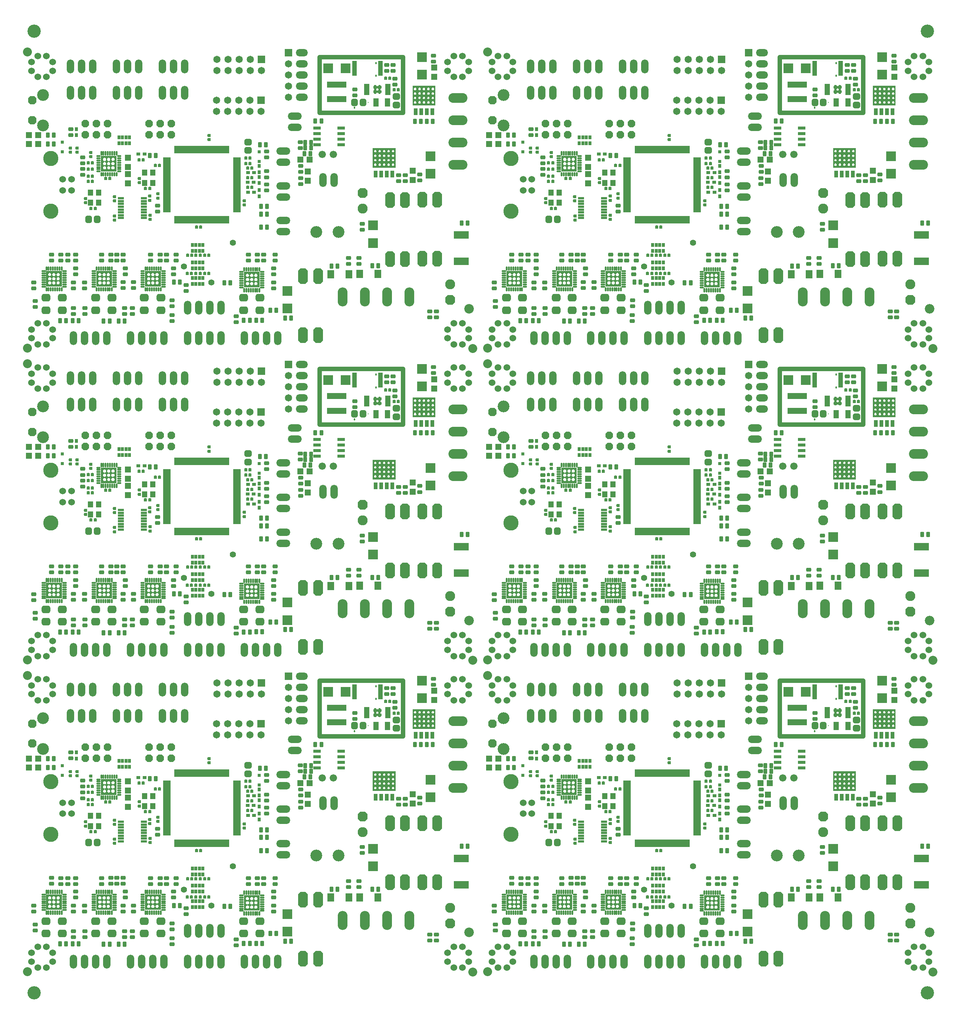
<source format=gts>
G04 Layer_Color=8388736*
%FSLAX24Y24*%
%MOIN*%
G70*
G01*
G75*
%ADD47C,0.0600*%
%ADD78C,0.0600*%
%ADD163C,0.0150*%
%ADD164C,0.0394*%
%ADD165R,0.0460X0.0130*%
%ADD166R,0.0530X0.0170*%
G04:AMPARAMS|DCode=167|XSize=118.7mil|YSize=118.7mil|CornerRadius=59.4mil|HoleSize=0mil|Usage=FLASHONLY|Rotation=90.000|XOffset=0mil|YOffset=0mil|HoleType=Round|Shape=RoundedRectangle|*
%AMROUNDEDRECTD167*
21,1,0.1187,0.0000,0,0,90.0*
21,1,0.0000,0.1187,0,0,90.0*
1,1,0.1187,0.0000,0.0000*
1,1,0.1187,0.0000,0.0000*
1,1,0.1187,0.0000,0.0000*
1,1,0.1187,0.0000,0.0000*
%
%ADD167ROUNDEDRECTD167*%
G04:AMPARAMS|DCode=168|XSize=35.1mil|YSize=45.4mil|CornerRadius=8.8mil|HoleSize=0mil|Usage=FLASHONLY|Rotation=270.000|XOffset=0mil|YOffset=0mil|HoleType=Round|Shape=RoundedRectangle|*
%AMROUNDEDRECTD168*
21,1,0.0351,0.0277,0,0,270.0*
21,1,0.0175,0.0454,0,0,270.0*
1,1,0.0177,-0.0139,-0.0087*
1,1,0.0177,-0.0139,0.0087*
1,1,0.0177,0.0139,0.0087*
1,1,0.0177,0.0139,-0.0087*
%
%ADD168ROUNDEDRECTD168*%
G04:AMPARAMS|DCode=169|XSize=35.1mil|YSize=45.4mil|CornerRadius=8.8mil|HoleSize=0mil|Usage=FLASHONLY|Rotation=0.000|XOffset=0mil|YOffset=0mil|HoleType=Round|Shape=RoundedRectangle|*
%AMROUNDEDRECTD169*
21,1,0.0351,0.0277,0,0,0.0*
21,1,0.0175,0.0454,0,0,0.0*
1,1,0.0177,0.0087,-0.0139*
1,1,0.0177,-0.0087,-0.0139*
1,1,0.0177,-0.0087,0.0139*
1,1,0.0177,0.0087,0.0139*
%
%ADD169ROUNDEDRECTD169*%
%ADD170R,0.0660X0.0300*%
%ADD171R,0.0340X0.0620*%
%ADD172R,0.0680X0.0200*%
%ADD173R,0.0200X0.0680*%
G04:AMPARAMS|DCode=174|XSize=15mil|YSize=35.4mil|CornerRadius=6.4mil|HoleSize=0mil|Usage=FLASHONLY|Rotation=180.000|XOffset=0mil|YOffset=0mil|HoleType=Round|Shape=RoundedRectangle|*
%AMROUNDEDRECTD174*
21,1,0.0150,0.0227,0,0,180.0*
21,1,0.0022,0.0354,0,0,180.0*
1,1,0.0128,-0.0011,0.0113*
1,1,0.0128,0.0011,0.0113*
1,1,0.0128,0.0011,-0.0113*
1,1,0.0128,-0.0011,-0.0113*
%
%ADD174ROUNDEDRECTD174*%
G04:AMPARAMS|DCode=175|XSize=15mil|YSize=35.4mil|CornerRadius=6.4mil|HoleSize=0mil|Usage=FLASHONLY|Rotation=270.000|XOffset=0mil|YOffset=0mil|HoleType=Round|Shape=RoundedRectangle|*
%AMROUNDEDRECTD175*
21,1,0.0150,0.0227,0,0,270.0*
21,1,0.0022,0.0354,0,0,270.0*
1,1,0.0128,-0.0113,-0.0011*
1,1,0.0128,-0.0113,0.0011*
1,1,0.0128,0.0113,0.0011*
1,1,0.0128,0.0113,-0.0011*
%
%ADD175ROUNDEDRECTD175*%
G04:AMPARAMS|DCode=176|XSize=80mil|YSize=80mil|CornerRadius=40mil|HoleSize=0mil|Usage=FLASHONLY|Rotation=0.000|XOffset=0mil|YOffset=0mil|HoleType=Round|Shape=RoundedRectangle|*
%AMROUNDEDRECTD176*
21,1,0.0800,0.0000,0,0,0.0*
21,1,0.0000,0.0800,0,0,0.0*
1,1,0.0800,0.0000,0.0000*
1,1,0.0800,0.0000,0.0000*
1,1,0.0800,0.0000,0.0000*
1,1,0.0800,0.0000,0.0000*
%
%ADD176ROUNDEDRECTD176*%
%ADD177R,0.0540X0.0540*%
%ADD178R,0.0540X0.0540*%
%ADD179R,0.0480X0.0580*%
%ADD180R,0.0414X0.1359*%
%ADD181R,0.0300X0.0300*%
%ADD182R,0.1320X0.0690*%
%ADD183R,0.0340X0.0260*%
%ADD184R,0.0260X0.0340*%
%ADD185R,0.0850X0.0850*%
%ADD186R,0.0850X0.0850*%
%ADD187R,0.0560X0.0210*%
G04:AMPARAMS|DCode=188|XSize=69mil|YSize=77mil|CornerRadius=18.8mil|HoleSize=0mil|Usage=FLASHONLY|Rotation=270.000|XOffset=0mil|YOffset=0mil|HoleType=Round|Shape=RoundedRectangle|*
%AMROUNDEDRECTD188*
21,1,0.0690,0.0395,0,0,270.0*
21,1,0.0315,0.0770,0,0,270.0*
1,1,0.0375,-0.0198,-0.0158*
1,1,0.0375,-0.0198,0.0158*
1,1,0.0375,0.0198,0.0158*
1,1,0.0375,0.0198,-0.0158*
%
%ADD188ROUNDEDRECTD188*%
G04:AMPARAMS|DCode=189|XSize=28mil|YSize=30mil|CornerRadius=7.4mil|HoleSize=0mil|Usage=FLASHONLY|Rotation=0.000|XOffset=0mil|YOffset=0mil|HoleType=Round|Shape=RoundedRectangle|*
%AMROUNDEDRECTD189*
21,1,0.0280,0.0152,0,0,0.0*
21,1,0.0132,0.0300,0,0,0.0*
1,1,0.0148,0.0066,-0.0076*
1,1,0.0148,-0.0066,-0.0076*
1,1,0.0148,-0.0066,0.0076*
1,1,0.0148,0.0066,0.0076*
%
%ADD189ROUNDEDRECTD189*%
G04:AMPARAMS|DCode=190|XSize=28mil|YSize=30mil|CornerRadius=7.4mil|HoleSize=0mil|Usage=FLASHONLY|Rotation=270.000|XOffset=0mil|YOffset=0mil|HoleType=Round|Shape=RoundedRectangle|*
%AMROUNDEDRECTD190*
21,1,0.0280,0.0152,0,0,270.0*
21,1,0.0132,0.0300,0,0,270.0*
1,1,0.0148,-0.0076,-0.0066*
1,1,0.0148,-0.0076,0.0066*
1,1,0.0148,0.0076,0.0066*
1,1,0.0148,0.0076,-0.0066*
%
%ADD190ROUNDEDRECTD190*%
%ADD191R,0.0603X0.0769*%
%ADD192R,0.0260X0.0320*%
%ADD193R,0.0493X0.0729*%
G04:AMPARAMS|DCode=194|XSize=58mil|YSize=66mil|CornerRadius=16mil|HoleSize=0mil|Usage=FLASHONLY|Rotation=180.000|XOffset=0mil|YOffset=0mil|HoleType=Round|Shape=RoundedRectangle|*
%AMROUNDEDRECTD194*
21,1,0.0580,0.0340,0,0,180.0*
21,1,0.0260,0.0660,0,0,180.0*
1,1,0.0320,-0.0130,0.0170*
1,1,0.0320,0.0130,0.0170*
1,1,0.0320,0.0130,-0.0170*
1,1,0.0320,-0.0130,-0.0170*
%
%ADD194ROUNDEDRECTD194*%
G04:AMPARAMS|DCode=195|XSize=58mil|YSize=66mil|CornerRadius=16mil|HoleSize=0mil|Usage=FLASHONLY|Rotation=270.000|XOffset=0mil|YOffset=0mil|HoleType=Round|Shape=RoundedRectangle|*
%AMROUNDEDRECTD195*
21,1,0.0580,0.0340,0,0,270.0*
21,1,0.0260,0.0660,0,0,270.0*
1,1,0.0320,-0.0170,-0.0130*
1,1,0.0320,-0.0170,0.0130*
1,1,0.0320,0.0170,0.0130*
1,1,0.0320,0.0170,-0.0130*
%
%ADD195ROUNDEDRECTD195*%
%ADD196R,0.1733X0.0525*%
G04:AMPARAMS|DCode=197|XSize=56mil|YSize=56mil|CornerRadius=28mil|HoleSize=0mil|Usage=FLASHONLY|Rotation=90.000|XOffset=0mil|YOffset=0mil|HoleType=Round|Shape=RoundedRectangle|*
%AMROUNDEDRECTD197*
21,1,0.0560,0.0000,0,0,90.0*
21,1,0.0000,0.0560,0,0,90.0*
1,1,0.0560,0.0000,0.0000*
1,1,0.0560,0.0000,0.0000*
1,1,0.0560,0.0000,0.0000*
1,1,0.0560,0.0000,0.0000*
%
%ADD197ROUNDEDRECTD197*%
%ADD198R,0.0482X0.0198*%
G04:AMPARAMS|DCode=199|XSize=139mil|YSize=89mil|CornerRadius=0mil|HoleSize=0mil|Usage=FLASHONLY|Rotation=270.000|XOffset=0mil|YOffset=0mil|HoleType=Round|Shape=Octagon|*
%AMOCTAGOND199*
4,1,8,-0.0223,-0.0695,0.0223,-0.0695,0.0445,-0.0473,0.0445,0.0473,0.0223,0.0695,-0.0223,0.0695,-0.0445,0.0473,-0.0445,-0.0473,-0.0223,-0.0695,0.0*
%
%ADD199OCTAGOND199*%

%ADD200C,0.0651*%
%ADD201R,0.0651X0.0651*%
%ADD202O,0.0660X0.1260*%
%ADD203P,0.0823X8X292.5*%
%ADD204C,0.1060*%
%ADD205O,0.1260X0.0660*%
%ADD206O,0.1084X0.0651*%
%ADD207R,0.0651X0.0651*%
%ADD208C,0.1365*%
%ADD209O,0.1710X0.0885*%
%ADD210P,0.0974X8X112.5*%
%ADD211C,0.0900*%
%ADD212P,0.0736X8X22.5*%
%ADD213C,0.0660*%
%ADD214C,0.0860*%
%ADD215O,0.0885X0.1710*%
%ADD216C,0.0180*%
%ADD217C,0.0080*%
G36*
X24446Y18030D02*
X24108D01*
X24108Y18123D01*
Y18030D01*
X23738D01*
X23738Y18118D01*
Y18030D01*
X23039D01*
Y19427D01*
X23738D01*
X23738Y19339D01*
Y19427D01*
X24118D01*
X24118Y19369D01*
Y19427D01*
X24446D01*
Y18030D01*
D02*
G37*
G36*
X20467Y29448D02*
Y29069D01*
X20379Y29069D01*
X20467D01*
Y28689D01*
X20409Y28688D01*
X20467D01*
Y28360D01*
X19070D01*
Y28698D01*
X19163Y28698D01*
X19070D01*
Y29069D01*
X19158Y29069D01*
X19070D01*
Y29448D01*
Y29767D01*
X20467D01*
Y29448D01*
D02*
G37*
G36*
X20060Y18030D02*
X19722D01*
X19722Y18123D01*
Y18030D01*
X19352D01*
X19352Y18118D01*
Y18030D01*
X18653D01*
Y19427D01*
X19352D01*
X19352Y19339D01*
Y19427D01*
X19732D01*
X19732Y19369D01*
Y19427D01*
X20060D01*
Y18030D01*
D02*
G37*
G36*
X33327Y17961D02*
X32988D01*
X32988Y18054D01*
Y17961D01*
X32618D01*
X32618Y18049D01*
Y17961D01*
X31919D01*
Y19359D01*
X32618D01*
X32618Y19270D01*
Y19359D01*
X32998D01*
X32998Y19300D01*
Y19359D01*
X33327D01*
Y17961D01*
D02*
G37*
G36*
X15551Y18030D02*
X15213D01*
X15213Y18123D01*
Y18030D01*
X14843D01*
X14843Y18118D01*
Y18030D01*
X14144D01*
Y19427D01*
X14843D01*
X14843Y19339D01*
Y19427D01*
X15222D01*
X15223Y19369D01*
Y19427D01*
X15551D01*
Y18030D01*
D02*
G37*
G36*
X49134Y35758D02*
Y35364D01*
Y34961D01*
Y34567D01*
Y34291D01*
X47087D01*
Y34567D01*
Y34961D01*
Y35364D01*
Y35768D01*
Y36053D01*
X49134D01*
Y35758D01*
D02*
G37*
G36*
X44199Y36118D02*
X44205Y36087D01*
X44223Y36061D01*
X44249Y36044D01*
X44280Y36038D01*
Y35834D01*
X44253Y35829D01*
X44230Y35813D01*
X44215Y35791D01*
X44209Y35764D01*
X44211D01*
Y35724D01*
X44200D01*
X44199Y35715D01*
X44205Y35684D01*
X44223Y35658D01*
X44249Y35640D01*
X44280Y35634D01*
Y35441D01*
X44249Y35434D01*
X44223Y35417D01*
X44205Y35391D01*
X44199Y35360D01*
X44201D01*
Y35341D01*
X44026D01*
X44018Y35379D01*
X43996Y35412D01*
X43964Y35433D01*
X43925Y35441D01*
Y35439D01*
X43906Y35441D01*
X43867Y35433D01*
X43835Y35412D01*
X43813Y35379D01*
X43805Y35341D01*
X43630D01*
X43631Y35350D01*
X43625Y35381D01*
X43608Y35407D01*
X43582Y35425D01*
X43551Y35431D01*
Y35634D01*
X43578Y35640D01*
X43601Y35655D01*
X43616Y35678D01*
X43621Y35705D01*
X43620D01*
Y35744D01*
X43631D01*
X43631Y35754D01*
X43625Y35785D01*
X43608Y35811D01*
X43582Y35828D01*
X43551Y35834D01*
Y36028D01*
X43582Y36034D01*
X43608Y36051D01*
X43625Y36078D01*
X43631Y36108D01*
X43630D01*
Y36128D01*
X43805D01*
X43813Y36090D01*
X43835Y36057D01*
X43867Y36035D01*
X43906Y36028D01*
Y36030D01*
X43925Y36028D01*
X43964Y36035D01*
X43996Y36057D01*
X44018Y36090D01*
X44026Y36128D01*
X44201D01*
X44199Y36118D01*
D02*
G37*
G36*
X45551Y30167D02*
Y29774D01*
Y29370D01*
Y28976D01*
Y28701D01*
X43504D01*
Y28976D01*
Y29370D01*
Y29774D01*
Y30177D01*
Y30463D01*
X45551D01*
Y30167D01*
D02*
G37*
%LPC*%
G36*
X24113Y19252D02*
X24056Y19240D01*
X24008Y19208D01*
X23976Y19160D01*
X23966Y19109D01*
X23966Y19109D01*
X23965Y19104D01*
X23976Y19047D01*
X24008Y18999D01*
X24056Y18967D01*
X24108Y18957D01*
Y18957D01*
X24108D01*
X24108Y18959D01*
X24108Y18957D01*
X24113Y18956D01*
X24169Y18967D01*
X24217Y18999D01*
X24249Y19047D01*
X24260Y19099D01*
X24260Y19099D01*
X24261Y19104D01*
X24249Y19160D01*
X24217Y19208D01*
X24169Y19240D01*
X24118Y19251D01*
Y19251D01*
X24118D01*
X24118Y19249D01*
Y19251D01*
X24113Y19252D01*
D02*
G37*
G36*
X19727D02*
X19670Y19240D01*
X19622Y19208D01*
X19590Y19160D01*
X19580Y19109D01*
X19580Y19109D01*
X19579Y19104D01*
X19590Y19047D01*
X19622Y18999D01*
X19670Y18967D01*
X19722Y18957D01*
Y18957D01*
X19722D01*
X19722Y18959D01*
X19722Y18957D01*
X19727Y18956D01*
X19783Y18967D01*
X19831Y18999D01*
X19863Y19047D01*
X19873Y19099D01*
X19873Y19099D01*
X19875Y19104D01*
X19863Y19160D01*
X19831Y19208D01*
X19783Y19240D01*
X19732Y19251D01*
Y19251D01*
X19732D01*
X19732Y19249D01*
Y19251D01*
X19727Y19252D01*
D02*
G37*
G36*
X19352Y19251D02*
X19297Y19240D01*
X19251Y19210D01*
X19220Y19163D01*
X19209Y19109D01*
X19209Y19109D01*
X19212Y19109D01*
X19209Y19099D01*
X19209Y19099D01*
X19220Y19044D01*
X19251Y18998D01*
X19297Y18967D01*
X19352Y18956D01*
X19352Y18956D01*
D01*
X19352D01*
Y18959D01*
X19352Y18956D01*
X19352D01*
X19352Y18956D01*
X19406Y18967D01*
X19453Y18998D01*
X19483Y19044D01*
X19494Y19099D01*
X19494Y19099D01*
X19493Y19099D01*
X19495Y19104D01*
X19483Y19160D01*
X19451Y19208D01*
X19403Y19240D01*
X19352Y19251D01*
X19352Y19249D01*
Y19251D01*
X19352Y19251D01*
D02*
G37*
G36*
X14842D02*
X14788Y19240D01*
X14742Y19210D01*
X14711Y19163D01*
X14700Y19109D01*
X14700Y19109D01*
X14703Y19109D01*
X14700Y19099D01*
X14700Y19099D01*
X14711Y19044D01*
X14742Y18998D01*
X14788Y18967D01*
X14842Y18956D01*
X14843Y18956D01*
D01*
X14843D01*
Y18959D01*
X14843Y18956D01*
X14843D01*
X14843Y18956D01*
X14897Y18967D01*
X14943Y18998D01*
X14974Y19044D01*
X14985Y19099D01*
X14985Y19099D01*
X14984Y19099D01*
X14985Y19104D01*
X14974Y19160D01*
X14942Y19208D01*
X14894Y19240D01*
X14843Y19251D01*
X14843Y19249D01*
Y19251D01*
X14842Y19251D01*
D02*
G37*
G36*
X23738Y18871D02*
X23738Y18869D01*
X23728Y18870D01*
X23680Y18861D01*
X23635Y18831D01*
X23606Y18786D01*
X23595Y18734D01*
X23596Y18729D01*
X23596Y18729D01*
X23595Y18724D01*
X23606Y18671D01*
X23635Y18626D01*
X23680Y18596D01*
X23733Y18586D01*
X23738Y18587D01*
Y18587D01*
X23738Y18587D01*
Y18589D01*
X23738Y18587D01*
X23743Y18586D01*
X23796Y18596D01*
X23840Y18626D01*
X23870Y18671D01*
X23880Y18719D01*
X23880Y18719D01*
X23881Y18724D01*
X23869Y18780D01*
X23837Y18828D01*
X23789Y18860D01*
X23738Y18871D01*
D02*
G37*
G36*
X32993Y19183D02*
X32936Y19171D01*
X32889Y19139D01*
X32856Y19091D01*
X32846Y19040D01*
X32846Y19040D01*
X32845Y19035D01*
X32856Y18978D01*
X32889Y18930D01*
X32936Y18898D01*
X32988Y18888D01*
Y18888D01*
X32988D01*
X32988Y18890D01*
X32988Y18888D01*
X32993Y18887D01*
X33050Y18898D01*
X33098Y18930D01*
X33130Y18978D01*
X33140Y19030D01*
X33140Y19030D01*
X33141Y19035D01*
X33130Y19091D01*
X33098Y19139D01*
X33050Y19171D01*
X32998Y19182D01*
Y19182D01*
X32998D01*
X32998Y19180D01*
Y19182D01*
X32993Y19183D01*
D02*
G37*
G36*
X15217Y19252D02*
X15161Y19240D01*
X15113Y19208D01*
X15081Y19160D01*
X15071Y19109D01*
X15071Y19109D01*
X15070Y19104D01*
X15081Y19047D01*
X15113Y18999D01*
X15161Y18967D01*
X15212Y18957D01*
Y18957D01*
X15212D01*
X15213Y18959D01*
X15213Y18957D01*
X15218Y18956D01*
X15274Y18967D01*
X15322Y18999D01*
X15354Y19047D01*
X15364Y19099D01*
X15364Y19099D01*
X15365Y19104D01*
X15354Y19160D01*
X15322Y19208D01*
X15274Y19240D01*
X15223Y19251D01*
Y19251D01*
X15223D01*
X15223Y19249D01*
Y19251D01*
X15217Y19252D01*
D02*
G37*
G36*
X32618Y19182D02*
X32563Y19172D01*
X32517Y19141D01*
X32486Y19094D01*
X32475Y19040D01*
X32475Y19040D01*
X32478Y19040D01*
X32475Y19030D01*
X32475Y19030D01*
X32486Y18975D01*
X32517Y18929D01*
X32563Y18898D01*
X32618Y18887D01*
X32618Y18887D01*
D01*
X32618D01*
Y18890D01*
X32618Y18887D01*
X32618D01*
X32618Y18887D01*
X32673Y18898D01*
X32719Y18929D01*
X32750Y18975D01*
X32761Y19030D01*
X32761Y19030D01*
X32760Y19030D01*
X32761Y19035D01*
X32750Y19091D01*
X32718Y19139D01*
X32670Y19171D01*
X32618Y19182D01*
X32618Y19180D01*
Y19182D01*
X32618Y19182D01*
D02*
G37*
G36*
X19394Y28831D02*
X19388Y28830D01*
X19389Y28830D01*
X19383Y28831D01*
X19335Y28821D01*
X19293Y28794D01*
X19266Y28752D01*
X19257Y28709D01*
X19259Y28709D01*
Y28698D01*
X19256D01*
X19256Y28698D01*
X19267Y28644D01*
X19298Y28598D01*
X19344Y28567D01*
X19398Y28556D01*
X19399Y28556D01*
X19398Y28557D01*
X19404Y28556D01*
X19452Y28566D01*
X19494Y28593D01*
X19521Y28635D01*
X19530Y28678D01*
X19528Y28679D01*
Y28699D01*
X19584D01*
X19530Y28699D01*
X19521Y28746D01*
X19491Y28791D01*
X19446Y28821D01*
X19394Y28831D01*
D02*
G37*
G36*
X20143Y28841D02*
X20087Y28830D01*
X20039Y28798D01*
X20007Y28750D01*
X19997Y28699D01*
X19997D01*
Y28699D01*
X19999Y28698D01*
X19997Y28699D01*
X19996Y28693D01*
X20007Y28637D01*
X20039Y28589D01*
X20087Y28557D01*
X20138Y28547D01*
X20138Y28547D01*
X20144Y28546D01*
X20200Y28557D01*
X20248Y28589D01*
X20280Y28637D01*
X20290Y28688D01*
X20290D01*
Y28688D01*
X20289Y28688D01*
X20290D01*
X20291Y28694D01*
X20280Y28750D01*
X20248Y28798D01*
X20200Y28830D01*
X20149Y28840D01*
X20149Y28840D01*
X20143Y28841D01*
D02*
G37*
G36*
X43730Y29087D02*
X43692Y29079D01*
X43659Y29057D01*
X43638Y29025D01*
X43630Y28986D01*
X43632Y28976D01*
X43620D01*
Y28976D01*
X43628Y28934D01*
X43652Y28898D01*
X43688Y28874D01*
X43730Y28866D01*
X43773Y28874D01*
X43808Y28898D01*
X43832Y28934D01*
X43841Y28976D01*
X43839D01*
Y28976D01*
X43819D01*
Y28996D01*
X43821D01*
X43814Y29031D01*
X43794Y29060D01*
X43765Y29080D01*
X43730Y29086D01*
Y29087D01*
D02*
G37*
G36*
X19774Y28831D02*
X19768Y28830D01*
X19769Y28830D01*
X19763Y28831D01*
X19715Y28821D01*
X19673Y28794D01*
X19646Y28752D01*
X19637Y28709D01*
X19639Y28709D01*
Y28698D01*
X19638D01*
X19636Y28688D01*
X19646Y28638D01*
X19675Y28595D01*
X19718Y28566D01*
X19768Y28556D01*
X19769Y28556D01*
X19769Y28556D01*
X19769Y28556D01*
X19823Y28567D01*
X19869Y28598D01*
X19900Y28644D01*
X19911Y28698D01*
X19911Y28699D01*
X19908Y28698D01*
X19952Y28699D01*
X19910Y28699D01*
X19901Y28746D01*
X19871Y28791D01*
X19826Y28821D01*
X19774Y28831D01*
D02*
G37*
G36*
X23358Y19368D02*
X23358Y19251D01*
X23306Y19240D01*
X23258Y19208D01*
X23226Y19160D01*
X23215Y19104D01*
X23216Y19099D01*
X23216Y19099D01*
X23226Y19051D01*
X23255Y19006D01*
X23300Y18976D01*
X23353Y18966D01*
X23358Y18967D01*
Y18967D01*
X23358Y18967D01*
D01*
D01*
X23363Y18966D01*
X23416Y18976D01*
X23460Y19006D01*
X23490Y19051D01*
X23500Y19099D01*
X23500Y19099D01*
X23501Y19104D01*
X23489Y19160D01*
X23457Y19208D01*
X23409Y19240D01*
X23358Y19251D01*
X23358Y19249D01*
Y19368D01*
D02*
G37*
G36*
X32238Y19300D02*
X32238Y19182D01*
X32186Y19171D01*
X32139Y19139D01*
X32106Y19091D01*
X32095Y19035D01*
X32096Y19030D01*
X32096Y19030D01*
X32106Y18982D01*
X32136Y18937D01*
X32180Y18907D01*
X32233Y18897D01*
X32238Y18898D01*
Y18898D01*
X32238Y18898D01*
D01*
D01*
X32243Y18897D01*
X32296Y18907D01*
X32341Y18937D01*
X32370Y18982D01*
X32380Y19030D01*
X32380Y19030D01*
X32381Y19035D01*
X32370Y19091D01*
X32338Y19139D01*
X32290Y19171D01*
X32238Y19182D01*
X32238Y19180D01*
Y19300D01*
D02*
G37*
G36*
X23738Y19251D02*
X23683Y19240D01*
X23637Y19210D01*
X23606Y19163D01*
X23595Y19109D01*
X23595Y19109D01*
X23598Y19109D01*
X23595Y19099D01*
X23595Y19099D01*
X23606Y19044D01*
X23637Y18998D01*
X23683Y18967D01*
X23738Y18956D01*
X23738Y18956D01*
D01*
X23738D01*
Y18959D01*
X23738Y18956D01*
X23738D01*
X23738Y18956D01*
X23792Y18967D01*
X23839Y18998D01*
X23870Y19044D01*
X23881Y19099D01*
X23881Y19099D01*
X23880Y19099D01*
X23881Y19104D01*
X23869Y19160D01*
X23837Y19208D01*
X23789Y19240D01*
X23738Y19251D01*
X23738Y19249D01*
Y19251D01*
X23738Y19251D01*
D02*
G37*
G36*
X18972Y19368D02*
X18972Y19251D01*
X18920Y19240D01*
X18872Y19208D01*
X18840Y19160D01*
X18829Y19104D01*
X18830Y19099D01*
X18830Y19099D01*
X18839Y19051D01*
X18869Y19006D01*
X18914Y18976D01*
X18967Y18966D01*
X18972Y18967D01*
Y18967D01*
X18972Y18967D01*
D01*
D01*
X18977Y18966D01*
X19029Y18976D01*
X19074Y19006D01*
X19104Y19051D01*
X19113Y19099D01*
X19113Y19099D01*
X19115Y19104D01*
X19103Y19160D01*
X19071Y19208D01*
X19023Y19240D01*
X18972Y19251D01*
X18972Y19249D01*
Y19368D01*
D02*
G37*
G36*
X14463D02*
X14462Y19251D01*
X14411Y19240D01*
X14363Y19208D01*
X14331Y19160D01*
X14320Y19104D01*
X14321Y19099D01*
X14321Y19099D01*
X14330Y19051D01*
X14360Y19006D01*
X14405Y18976D01*
X14457Y18966D01*
X14462Y18967D01*
Y18967D01*
X14463Y18967D01*
D01*
D01*
X14468Y18966D01*
X14520Y18976D01*
X14565Y19006D01*
X14595Y19051D01*
X14604Y19099D01*
X14604Y19099D01*
X14605Y19104D01*
X14594Y19160D01*
X14562Y19208D01*
X14514Y19240D01*
X14463Y19251D01*
X14463Y19249D01*
Y19368D01*
D02*
G37*
G36*
X24108Y18544D02*
X24108Y18490D01*
X24060Y18481D01*
X24015Y18451D01*
X23986Y18406D01*
X23975Y18354D01*
X23976Y18349D01*
X23976Y18349D01*
X23975Y18344D01*
X23985Y18295D01*
X24013Y18253D01*
X24054Y18226D01*
X24098Y18217D01*
X24098Y18219D01*
X24108D01*
Y18216D01*
X24108Y18216D01*
X24162Y18227D01*
X24209Y18258D01*
X24240Y18304D01*
X24251Y18359D01*
X24251Y18359D01*
X24249Y18359D01*
X24250Y18364D01*
X24241Y18412D01*
X24213Y18454D01*
X24172Y18481D01*
X24128Y18490D01*
X24128Y18489D01*
X24108D01*
Y18544D01*
D02*
G37*
G36*
X19722D02*
X19722Y18490D01*
X19674Y18481D01*
X19629Y18451D01*
X19599Y18406D01*
X19589Y18354D01*
X19590Y18349D01*
X19590Y18349D01*
X19589Y18344D01*
X19599Y18295D01*
X19626Y18253D01*
X19668Y18226D01*
X19712Y18217D01*
X19712Y18219D01*
X19722D01*
Y18216D01*
X19722Y18216D01*
X19776Y18227D01*
X19823Y18258D01*
X19853Y18304D01*
X19864Y18359D01*
X19864Y18359D01*
X19863Y18359D01*
X19864Y18364D01*
X19854Y18412D01*
X19827Y18454D01*
X19785Y18481D01*
X19742Y18490D01*
X19742Y18489D01*
X19722D01*
Y18544D01*
D02*
G37*
G36*
X32238Y18474D02*
X32238Y18432D01*
X32186Y18421D01*
X32139Y18389D01*
X32106Y18341D01*
X32095Y18285D01*
X32096Y18280D01*
X32095Y18280D01*
X32095Y18280D01*
X32106Y18225D01*
X32137Y18179D01*
X32183Y18148D01*
X32238Y18137D01*
X32238Y18137D01*
Y18140D01*
X32238Y18137D01*
X32238D01*
Y18137D01*
X32238Y18137D01*
X32297Y18148D01*
X32346Y18182D01*
X32379Y18231D01*
X32391Y18290D01*
X32391Y18290D01*
X32391D01*
X32391Y18290D01*
X32380Y18344D01*
X32349Y18391D01*
X32303Y18422D01*
X32248Y18433D01*
X32238Y18431D01*
X32238Y18430D01*
X32238Y18431D01*
X32238Y18431D01*
X32238Y18474D01*
D02*
G37*
G36*
X18972Y18543D02*
X18972Y18501D01*
X18920Y18490D01*
X18872Y18458D01*
X18840Y18410D01*
X18829Y18354D01*
X18830Y18349D01*
X18829Y18349D01*
X18829Y18349D01*
X18840Y18294D01*
X18871Y18248D01*
X18917Y18217D01*
X18972Y18206D01*
X18972Y18206D01*
Y18209D01*
X18972Y18206D01*
X18972D01*
Y18206D01*
X18972Y18206D01*
X19030Y18217D01*
X19080Y18250D01*
X19113Y18300D01*
X19125Y18359D01*
X19125Y18359D01*
X19124D01*
X19124Y18359D01*
X19113Y18413D01*
X19082Y18460D01*
X19036Y18491D01*
X18981Y18502D01*
X18972Y18500D01*
X18972Y18499D01*
X18972Y18500D01*
X18972Y18500D01*
X18972Y18543D01*
D02*
G37*
G36*
X14462D02*
X14462Y18501D01*
X14411Y18490D01*
X14363Y18458D01*
X14331Y18410D01*
X14320Y18354D01*
X14321Y18349D01*
X14320Y18349D01*
X14320Y18349D01*
X14331Y18294D01*
X14362Y18248D01*
X14408Y18217D01*
X14462Y18206D01*
X14463Y18206D01*
Y18209D01*
X14463Y18206D01*
X14463D01*
Y18206D01*
X14463Y18206D01*
X14521Y18217D01*
X14571Y18250D01*
X14604Y18300D01*
X14615Y18359D01*
X14615Y18359D01*
X14615D01*
X14615Y18359D01*
X14604Y18413D01*
X14573Y18460D01*
X14527Y18491D01*
X14472Y18502D01*
X14463Y18500D01*
X14463Y18499D01*
X14462Y18500D01*
X14463Y18500D01*
X14462Y18543D01*
D02*
G37*
G36*
X15212Y18544D02*
X15212Y18490D01*
X15165Y18481D01*
X15120Y18451D01*
X15090Y18406D01*
X15080Y18354D01*
X15081Y18349D01*
X15081Y18349D01*
X15080Y18344D01*
X15090Y18295D01*
X15117Y18253D01*
X15159Y18226D01*
X15202Y18217D01*
X15203Y18219D01*
X15213D01*
Y18216D01*
X15213Y18216D01*
X15267Y18227D01*
X15313Y18258D01*
X15344Y18304D01*
X15355Y18359D01*
X15355Y18359D01*
X15354Y18359D01*
X15355Y18364D01*
X15345Y18412D01*
X15318Y18454D01*
X15276Y18481D01*
X15233Y18490D01*
X15233Y18489D01*
X15212D01*
Y18544D01*
D02*
G37*
G36*
X32988Y18475D02*
X32988Y18421D01*
X32940Y18412D01*
X32896Y18382D01*
X32866Y18337D01*
X32855Y18285D01*
X32856Y18280D01*
X32857Y18280D01*
X32856Y18275D01*
X32865Y18226D01*
X32893Y18184D01*
X32934Y18157D01*
X32978Y18148D01*
X32978Y18150D01*
X32988D01*
Y18147D01*
X32988Y18147D01*
X33043Y18158D01*
X33089Y18189D01*
X33120Y18235D01*
X33131Y18290D01*
X33131Y18290D01*
X33130Y18290D01*
X33131Y18295D01*
X33121Y18344D01*
X33093Y18385D01*
X33052Y18413D01*
X33008Y18421D01*
X33008Y18420D01*
X32988D01*
Y18475D01*
D02*
G37*
G36*
X32618Y18432D02*
X32563Y18422D01*
X32517Y18391D01*
X32486Y18344D01*
X32475Y18290D01*
X32475Y18290D01*
X32478Y18290D01*
X32475Y18280D01*
X32475Y18280D01*
X32486Y18225D01*
X32517Y18179D01*
X32563Y18148D01*
X32618Y18137D01*
X32618Y18137D01*
D01*
X32618D01*
Y18140D01*
X32618Y18137D01*
X32618D01*
X32618Y18137D01*
X32673Y18148D01*
X32719Y18179D01*
X32750Y18225D01*
X32761Y18280D01*
X32761Y18280D01*
X32760Y18280D01*
X32761Y18285D01*
X32750Y18341D01*
X32718Y18389D01*
X32670Y18421D01*
X32618Y18432D01*
X32618Y18430D01*
X32618Y18432D01*
X32618Y18432D01*
D02*
G37*
G36*
X14842Y18501D02*
X14788Y18490D01*
X14742Y18460D01*
X14711Y18413D01*
X14700Y18359D01*
X14700Y18359D01*
X14703Y18359D01*
X14700Y18349D01*
X14700Y18349D01*
X14711Y18294D01*
X14742Y18248D01*
X14788Y18217D01*
X14842Y18206D01*
X14843Y18206D01*
D01*
X14843D01*
Y18209D01*
X14843Y18206D01*
X14843D01*
X14843Y18206D01*
X14897Y18217D01*
X14943Y18248D01*
X14974Y18294D01*
X14985Y18349D01*
X14985Y18349D01*
X14984Y18349D01*
X14985Y18354D01*
X14974Y18410D01*
X14942Y18458D01*
X14894Y18490D01*
X14843Y18501D01*
X14843Y18499D01*
X14843Y18501D01*
X14842Y18501D01*
D02*
G37*
G36*
X23738D02*
X23683Y18490D01*
X23637Y18460D01*
X23606Y18413D01*
X23595Y18359D01*
X23595Y18359D01*
X23598Y18359D01*
X23595Y18349D01*
X23595Y18349D01*
X23606Y18294D01*
X23637Y18248D01*
X23683Y18217D01*
X23738Y18206D01*
X23738Y18206D01*
D01*
X23738D01*
Y18209D01*
X23738Y18206D01*
X23738D01*
X23738Y18206D01*
X23792Y18217D01*
X23839Y18248D01*
X23870Y18294D01*
X23881Y18349D01*
X23881Y18349D01*
X23880Y18349D01*
X23881Y18354D01*
X23869Y18410D01*
X23837Y18458D01*
X23789Y18490D01*
X23738Y18501D01*
X23738Y18499D01*
X23738Y18501D01*
X23738Y18501D01*
D02*
G37*
G36*
X19352D02*
X19297Y18490D01*
X19251Y18460D01*
X19220Y18413D01*
X19209Y18359D01*
X19209Y18359D01*
X19212Y18359D01*
X19209Y18349D01*
X19209Y18349D01*
X19220Y18294D01*
X19251Y18248D01*
X19297Y18217D01*
X19352Y18206D01*
X19352Y18206D01*
D01*
X19352D01*
Y18209D01*
X19352Y18206D01*
X19352D01*
X19352Y18206D01*
X19406Y18217D01*
X19453Y18248D01*
X19483Y18294D01*
X19494Y18349D01*
X19494Y18349D01*
X19493Y18349D01*
X19495Y18354D01*
X19483Y18410D01*
X19451Y18458D01*
X19403Y18490D01*
X19352Y18501D01*
X19352Y18499D01*
X19352Y18501D01*
X19352Y18501D01*
D02*
G37*
G36*
X23358Y18543D02*
X23358Y18501D01*
X23306Y18490D01*
X23258Y18458D01*
X23226Y18410D01*
X23215Y18354D01*
X23216Y18349D01*
X23215Y18349D01*
X23215Y18349D01*
X23226Y18294D01*
X23257Y18248D01*
X23303Y18217D01*
X23358Y18206D01*
X23358Y18206D01*
Y18209D01*
X23358Y18206D01*
X23358D01*
Y18206D01*
X23358Y18206D01*
X23416Y18217D01*
X23466Y18250D01*
X23499Y18300D01*
X23511Y18359D01*
X23511Y18359D01*
X23511D01*
X23511Y18359D01*
X23500Y18413D01*
X23469Y18460D01*
X23422Y18491D01*
X23367Y18502D01*
X23358Y18500D01*
X23358Y18499D01*
X23358Y18500D01*
X23358Y18500D01*
X23358Y18543D01*
D02*
G37*
G36*
X14843Y18871D02*
X14843Y18869D01*
X14832Y18870D01*
X14785Y18861D01*
X14740Y18831D01*
X14710Y18786D01*
X14700Y18734D01*
X14701Y18729D01*
X14701Y18729D01*
X14700Y18724D01*
X14710Y18671D01*
X14740Y18626D01*
X14785Y18596D01*
X14838Y18586D01*
X14842Y18587D01*
Y18587D01*
X14843Y18587D01*
Y18589D01*
X14843Y18587D01*
X14848Y18586D01*
X14900Y18596D01*
X14945Y18626D01*
X14975Y18671D01*
X14984Y18719D01*
X14984Y18719D01*
X14985Y18724D01*
X14974Y18780D01*
X14942Y18828D01*
X14894Y18860D01*
X14843Y18871D01*
D02*
G37*
G36*
X14473Y18871D02*
X14473Y18871D01*
X14473Y18869D01*
X14463D01*
X14463Y18871D01*
X14462Y18871D01*
X14408Y18860D01*
X14362Y18830D01*
X14331Y18783D01*
X14320Y18729D01*
X14320Y18729D01*
Y18729D01*
Y18729D01*
Y18729D01*
X14320Y18729D01*
X14331Y18674D01*
X14362Y18628D01*
X14408Y18597D01*
X14462Y18586D01*
X14462Y18587D01*
X14463Y18587D01*
X14463Y18589D01*
X14463Y18587D01*
X14468Y18586D01*
X14524Y18597D01*
X14572Y18629D01*
X14604Y18677D01*
X14614Y18729D01*
X14615Y18729D01*
X14615Y18729D01*
X14604Y18783D01*
X14573Y18830D01*
X14527Y18860D01*
X14473Y18871D01*
D02*
G37*
G36*
X18982D02*
X18982Y18871D01*
X18982Y18869D01*
X18972D01*
X18972Y18871D01*
X18972Y18871D01*
X18917Y18860D01*
X18871Y18830D01*
X18840Y18783D01*
X18829Y18729D01*
X18829Y18729D01*
X18829Y18729D01*
X18840Y18674D01*
X18871Y18628D01*
X18917Y18597D01*
X18972Y18586D01*
X18972Y18587D01*
X18972Y18587D01*
X18972Y18589D01*
X18972Y18587D01*
X18977Y18586D01*
X19033Y18597D01*
X19081Y18629D01*
X19113Y18677D01*
X19124Y18729D01*
X19124Y18729D01*
X19124Y18729D01*
X19113Y18783D01*
X19083Y18830D01*
X19036Y18860D01*
X18982Y18871D01*
D02*
G37*
G36*
X23368D02*
X23368Y18871D01*
X23368Y18869D01*
X23358D01*
X23358Y18871D01*
X23358Y18871D01*
X23303Y18860D01*
X23257Y18830D01*
X23226Y18783D01*
X23215Y18729D01*
X23215Y18729D01*
X23215Y18729D01*
X23226Y18674D01*
X23257Y18628D01*
X23303Y18597D01*
X23358Y18586D01*
X23358Y18587D01*
X23358Y18587D01*
X23358Y18589D01*
X23358Y18587D01*
X23363Y18586D01*
X23419Y18597D01*
X23467Y18629D01*
X23499Y18677D01*
X23510Y18729D01*
X23511Y18729D01*
X23511Y18729D01*
X23500Y18783D01*
X23469Y18830D01*
X23422Y18860D01*
X23368Y18871D01*
D02*
G37*
G36*
X19352Y18871D02*
X19352Y18869D01*
X19342Y18870D01*
X19294Y18861D01*
X19249Y18831D01*
X19219Y18786D01*
X19209Y18734D01*
X19210Y18729D01*
X19210Y18729D01*
X19209Y18724D01*
X19219Y18671D01*
X19249Y18626D01*
X19294Y18596D01*
X19347Y18586D01*
X19352Y18587D01*
Y18587D01*
X19352Y18587D01*
Y18589D01*
X19352Y18587D01*
X19357Y18586D01*
X19409Y18596D01*
X19454Y18626D01*
X19484Y18671D01*
X19493Y18719D01*
X19493Y18719D01*
X19495Y18724D01*
X19483Y18780D01*
X19451Y18828D01*
X19403Y18860D01*
X19352Y18871D01*
D02*
G37*
G36*
X32618Y18802D02*
X32618Y18800D01*
X32608Y18801D01*
X32560Y18792D01*
X32516Y18762D01*
X32486Y18717D01*
X32475Y18665D01*
X32476Y18660D01*
X32476Y18660D01*
X32475Y18655D01*
X32486Y18602D01*
X32516Y18557D01*
X32561Y18527D01*
X32613Y18517D01*
X32618Y18518D01*
Y18518D01*
X32618Y18518D01*
Y18520D01*
X32618Y18518D01*
X32623Y18517D01*
X32676Y18527D01*
X32721Y18557D01*
X32750Y18602D01*
X32760Y18650D01*
X32760Y18650D01*
X32761Y18655D01*
X32750Y18711D01*
X32718Y18759D01*
X32670Y18791D01*
X32618Y18802D01*
D02*
G37*
G36*
X15212Y18912D02*
X15212Y18870D01*
X15165Y18861D01*
X15120Y18831D01*
X15090Y18786D01*
X15080Y18734D01*
X15081Y18729D01*
X15081Y18729D01*
X15080Y18724D01*
X15090Y18675D01*
X15117Y18633D01*
X15159Y18606D01*
X15202Y18597D01*
X15203Y18599D01*
X15213D01*
Y18598D01*
X15223Y18596D01*
X15273Y18606D01*
X15316Y18635D01*
X15345Y18678D01*
X15355Y18729D01*
X15355Y18729D01*
X15355Y18729D01*
X15355Y18729D01*
X15344Y18783D01*
X15313Y18830D01*
X15267Y18860D01*
X15213Y18871D01*
X15213Y18871D01*
X15213Y18869D01*
X15212Y18912D01*
D02*
G37*
G36*
X32988Y18843D02*
X32988Y18801D01*
X32940Y18792D01*
X32896Y18762D01*
X32866Y18717D01*
X32855Y18665D01*
X32856Y18660D01*
X32857Y18660D01*
X32856Y18655D01*
X32865Y18606D01*
X32893Y18564D01*
X32934Y18537D01*
X32978Y18528D01*
X32978Y18530D01*
X32988D01*
Y18529D01*
X32998Y18527D01*
X33049Y18537D01*
X33092Y18566D01*
X33121Y18609D01*
X33131Y18660D01*
X33131Y18660D01*
X33131Y18660D01*
X33131Y18660D01*
X33120Y18714D01*
X33089Y18761D01*
X33043Y18792D01*
X32988Y18802D01*
X32988Y18802D01*
X32988Y18800D01*
X32988Y18843D01*
D02*
G37*
G36*
X19722Y18912D02*
X19722Y18870D01*
X19674Y18861D01*
X19629Y18831D01*
X19599Y18786D01*
X19589Y18734D01*
X19590Y18729D01*
X19590Y18729D01*
X19589Y18724D01*
X19599Y18675D01*
X19626Y18633D01*
X19668Y18606D01*
X19712Y18597D01*
X19712Y18599D01*
X19722D01*
Y18598D01*
X19732Y18596D01*
X19782Y18606D01*
X19825Y18635D01*
X19854Y18678D01*
X19864Y18729D01*
X19864Y18729D01*
X19864Y18729D01*
X19864Y18729D01*
X19853Y18783D01*
X19823Y18830D01*
X19776Y18860D01*
X19722Y18871D01*
X19722Y18871D01*
X19722Y18869D01*
X19722Y18912D01*
D02*
G37*
G36*
X32248Y18802D02*
X32248Y18802D01*
X32248Y18800D01*
X32238D01*
X32238Y18802D01*
X32238Y18802D01*
X32183Y18792D01*
X32137Y18761D01*
X32106Y18714D01*
X32095Y18660D01*
X32095Y18660D01*
X32095Y18660D01*
X32106Y18605D01*
X32137Y18559D01*
X32183Y18528D01*
X32238Y18517D01*
X32238Y18518D01*
X32238Y18518D01*
X32238Y18520D01*
X32238Y18518D01*
X32243Y18517D01*
X32300Y18528D01*
X32348Y18560D01*
X32380Y18608D01*
X32390Y18660D01*
X32391Y18660D01*
X32391Y18660D01*
X32380Y18714D01*
X32349Y18761D01*
X32303Y18792D01*
X32248Y18802D01*
D02*
G37*
G36*
X24108Y18912D02*
X24108Y18870D01*
X24060Y18861D01*
X24015Y18831D01*
X23986Y18786D01*
X23975Y18734D01*
X23976Y18729D01*
X23976Y18729D01*
X23975Y18724D01*
X23985Y18675D01*
X24013Y18633D01*
X24054Y18606D01*
X24098Y18597D01*
X24098Y18599D01*
X24108D01*
Y18598D01*
X24118Y18596D01*
X24169Y18606D01*
X24212Y18635D01*
X24240Y18678D01*
X24250Y18729D01*
X24250Y18729D01*
X24251Y18729D01*
X24251Y18729D01*
X24240Y18783D01*
X24209Y18830D01*
X24162Y18860D01*
X24108Y18871D01*
X24108Y18871D01*
X24108Y18869D01*
X24108Y18912D01*
D02*
G37*
G36*
X44134Y29097D02*
X44092Y29088D01*
X44056Y29064D01*
X44032Y29028D01*
X44025Y28996D01*
X44026D01*
X44025Y28981D01*
X44026Y28976D01*
X44024D01*
X44024Y28967D01*
X44031Y28928D01*
X44053Y28896D01*
X44086Y28874D01*
X44124Y28866D01*
Y28866D01*
X44166Y28874D01*
X44202Y28898D01*
X44226Y28934D01*
X44234Y28976D01*
X44232D01*
Y28976D01*
X44222D01*
Y29006D01*
X44224D01*
X44217Y29040D01*
X44198Y29070D01*
X44168Y29089D01*
X44134Y29096D01*
Y29097D01*
D02*
G37*
G36*
X48110Y34677D02*
X48072Y34669D01*
X48039Y34648D01*
X48018Y34615D01*
X48012Y34586D01*
X48011Y34571D01*
X48012Y34567D01*
X48011D01*
X48010Y34557D01*
X48017Y34523D01*
X48037Y34493D01*
X48066Y34474D01*
X48100Y34467D01*
Y34469D01*
X48110Y34466D01*
X48152Y34475D01*
X48188Y34499D01*
X48212Y34535D01*
X48219Y34567D01*
X48209D01*
Y34577D01*
X48211D01*
X48203Y34615D01*
X48181Y34648D01*
X48149Y34669D01*
X48110Y34677D01*
D02*
G37*
G36*
X48907D02*
X48869Y34669D01*
X48837Y34648D01*
X48815Y34615D01*
X48807Y34577D01*
Y34577D01*
X48809D01*
X48809Y34569D01*
X48809Y34567D01*
X48808D01*
X48808Y34558D01*
X48815Y34519D01*
X48837Y34487D01*
X48870Y34465D01*
X48908Y34457D01*
Y34459D01*
X48910Y34464D01*
X48952Y34473D01*
X48988Y34497D01*
X49012Y34532D01*
X49019Y34567D01*
X49006D01*
Y34577D01*
X49008D01*
X49000Y34615D01*
X48978Y34648D01*
X48946Y34669D01*
X48907Y34677D01*
D02*
G37*
G36*
X48514D02*
X48475Y34669D01*
X48443Y34648D01*
X48421Y34615D01*
X48413Y34577D01*
X48415Y34567D01*
X48403D01*
Y34567D01*
X48412Y34525D01*
X48436Y34489D01*
X48472Y34465D01*
X48514Y34457D01*
Y34457D01*
X48552Y34464D01*
X48585Y34486D01*
X48606Y34519D01*
X48614Y34557D01*
X48612D01*
Y34567D01*
Y34577D01*
X48614D01*
X48606Y34615D01*
X48585Y34648D01*
X48552Y34669D01*
X48514Y34677D01*
D02*
G37*
G36*
X47717Y35081D02*
X47674Y35072D01*
X47638Y35049D01*
X47615Y35013D01*
X47608Y34982D01*
X47609Y34980D01*
X47608Y34970D01*
X47606D01*
X47614Y34932D01*
X47636Y34900D01*
X47668Y34878D01*
X47707Y34870D01*
Y34870D01*
X47748Y34878D01*
X47783Y34902D01*
X47807Y34937D01*
X47811Y34961D01*
X47805D01*
Y34990D01*
X47807D01*
X47800Y35025D01*
X47780Y35054D01*
X47751Y35074D01*
X47717Y35080D01*
Y35081D01*
D02*
G37*
G36*
X47313Y35071D02*
X47275Y35063D01*
X47242Y35041D01*
X47220Y35009D01*
X47213Y34970D01*
X47215Y34961D01*
X47206D01*
X47211Y34938D01*
X47235Y34902D01*
X47271Y34878D01*
X47313Y34870D01*
Y34870D01*
X47352Y34878D01*
X47385Y34900D01*
X47407Y34933D01*
X47412Y34961D01*
X47402D01*
Y34980D01*
X47403D01*
X47396Y35015D01*
X47377Y35044D01*
X47348Y35064D01*
X47313Y35071D01*
Y35071D01*
D02*
G37*
G36*
X48514D02*
X48475Y35063D01*
X48443Y35041D01*
X48421Y35009D01*
X48413Y34970D01*
X48415Y34961D01*
X48406D01*
X48411Y34932D01*
X48433Y34900D01*
X48466Y34878D01*
X48504Y34870D01*
Y34870D01*
X48547Y34878D01*
X48583Y34903D01*
X48608Y34939D01*
X48612Y34962D01*
Y34970D01*
X48614D01*
X48614Y34971D01*
X48606Y35009D01*
X48585Y35041D01*
X48552Y35063D01*
X48514Y35071D01*
D02*
G37*
G36*
X44528Y30288D02*
X44485Y30279D01*
X44450Y30255D01*
X44426Y30219D01*
X44422Y30200D01*
X44422Y30198D01*
X44421Y30185D01*
X44419D01*
X44428Y30143D01*
X44451Y30108D01*
X44486Y30085D01*
X44528Y30077D01*
Y30077D01*
X44567Y30085D01*
X44600Y30107D01*
X44622Y30140D01*
X44627Y30167D01*
X44626D01*
X44628Y30197D01*
X44621Y30231D01*
X44601Y30261D01*
X44572Y30280D01*
X44537Y30287D01*
Y30285D01*
X44528Y30288D01*
D02*
G37*
G36*
X44124Y30297D02*
Y30297D01*
X44086Y30290D01*
X44053Y30268D01*
X44031Y30235D01*
X44024Y30197D01*
X44026D01*
Y30189D01*
X44026Y30187D01*
X44026Y30177D01*
Y30177D01*
X44024D01*
X44031Y30139D01*
X44053Y30106D01*
X44086Y30084D01*
X44124Y30077D01*
Y30077D01*
X44165Y30085D01*
X44201Y30108D01*
X44224Y30143D01*
X44232Y30185D01*
X44230Y30208D01*
X44226Y30229D01*
X44202Y30265D01*
X44166Y30289D01*
X44124Y30297D01*
D02*
G37*
G36*
X43730Y30296D02*
Y30295D01*
X43728Y30290D01*
X43686Y30281D01*
X43650Y30257D01*
X43626Y30222D01*
X43622Y30200D01*
X43622D01*
Y30187D01*
X43620D01*
X43628Y30145D01*
X43652Y30109D01*
X43688Y30085D01*
X43730Y30077D01*
Y30077D01*
X43769Y30085D01*
X43802Y30107D01*
X43824Y30140D01*
X43832Y30177D01*
X43829D01*
X43830Y30196D01*
X43822Y30235D01*
X43801Y30267D01*
X43768Y30289D01*
X43730Y30296D01*
D02*
G37*
G36*
X47717Y34687D02*
X47674Y34679D01*
X47638Y34655D01*
X47615Y34619D01*
X47608Y34587D01*
X47608D01*
X47607Y34572D01*
X47608Y34567D01*
X47607D01*
X47606Y34557D01*
X47614Y34519D01*
X47636Y34486D01*
X47668Y34464D01*
X47707Y34457D01*
Y34457D01*
X47749Y34465D01*
X47785Y34489D01*
X47809Y34525D01*
X47817Y34567D01*
X47815D01*
Y34567D01*
X47805D01*
Y34596D01*
X47807D01*
X47800Y34631D01*
X47780Y34660D01*
X47751Y34680D01*
X47717Y34687D01*
Y34687D01*
D02*
G37*
G36*
X47313Y34677D02*
X47275Y34669D01*
X47242Y34648D01*
X47220Y34615D01*
X47213Y34577D01*
X47215Y34567D01*
X47203D01*
Y34567D01*
X47211Y34525D01*
X47235Y34489D01*
X47271Y34465D01*
X47313Y34457D01*
X47355Y34465D01*
X47391Y34489D01*
X47415Y34525D01*
X47423Y34567D01*
X47421D01*
Y34567D01*
X47402D01*
Y34587D01*
X47403D01*
X47396Y34621D01*
X47377Y34650D01*
X47348Y34670D01*
X47313Y34677D01*
Y34677D01*
D02*
G37*
G36*
X45325Y30297D02*
X45283Y30289D01*
X45247Y30265D01*
X45223Y30229D01*
X45215Y30192D01*
X45217Y30187D01*
X45217D01*
Y30176D01*
X45223Y30145D01*
X45247Y30109D01*
X45283Y30085D01*
X45325Y30077D01*
X45325Y30079D01*
Y30077D01*
X45366Y30085D01*
X45401Y30108D01*
X45425Y30143D01*
X45433Y30185D01*
X45431Y30208D01*
X45427Y30229D01*
X45403Y30265D01*
X45367Y30289D01*
X45325Y30297D01*
D02*
G37*
G36*
X48110Y35071D02*
X48072Y35063D01*
X48039Y35041D01*
X48018Y35009D01*
X48010Y34970D01*
X48012Y34961D01*
X48005D01*
X48010Y34937D01*
X48034Y34902D01*
X48069Y34878D01*
X48110Y34870D01*
Y34870D01*
X48149Y34878D01*
X48182Y34900D01*
X48205Y34933D01*
X48210Y34961D01*
X48209D01*
Y34970D01*
X48211D01*
X48203Y35009D01*
X48181Y35041D01*
X48149Y35063D01*
X48110Y35071D01*
D02*
G37*
G36*
X47312Y35887D02*
Y35885D01*
X47311Y35880D01*
X47269Y35872D01*
X47233Y35848D01*
X47209Y35812D01*
X47205Y35791D01*
D01*
Y35778D01*
X47203D01*
X47211Y35735D01*
X47235Y35700D01*
X47271Y35676D01*
X47313Y35667D01*
Y35667D01*
X47352Y35675D01*
X47385Y35697D01*
X47407Y35730D01*
X47414Y35768D01*
X47411D01*
X47413Y35787D01*
X47405Y35825D01*
X47383Y35858D01*
X47351Y35879D01*
X47312Y35887D01*
D02*
G37*
G36*
X48514Y35888D02*
X48472Y35880D01*
X48436Y35856D01*
X48412Y35820D01*
X48404Y35782D01*
X48406Y35778D01*
X48406Y35768D01*
Y35758D01*
X48411Y35729D01*
X48433Y35697D01*
X48466Y35675D01*
X48504Y35667D01*
Y35667D01*
X48547Y35676D01*
X48583Y35700D01*
X48608Y35736D01*
X48612Y35759D01*
X48614Y35787D01*
X48606Y35826D01*
X48585Y35858D01*
X48552Y35880D01*
X48514Y35888D01*
Y35888D01*
D02*
G37*
G36*
X43915Y35835D02*
X43877Y35827D01*
X43844Y35805D01*
X43823Y35773D01*
X43815Y35734D01*
X43817D01*
Y35725D01*
X43823Y35696D01*
X43844Y35663D01*
X43877Y35642D01*
X43915Y35634D01*
X43954Y35642D01*
X43986Y35663D01*
X44008Y35696D01*
X44016Y35734D01*
X44014D01*
Y35744D01*
X44008Y35773D01*
X43986Y35805D01*
X43954Y35827D01*
X43915Y35835D01*
D02*
G37*
G36*
X48907Y35888D02*
X48865Y35880D01*
X48829Y35856D01*
X48805Y35820D01*
X48798Y35782D01*
X48800Y35778D01*
X48799D01*
Y35767D01*
X48805Y35735D01*
X48829Y35700D01*
X48865Y35676D01*
X48907Y35667D01*
X48907Y35669D01*
Y35667D01*
X48949Y35675D01*
X48984Y35699D01*
X49008Y35734D01*
X49016Y35775D01*
X49014Y35799D01*
X49009Y35820D01*
X48986Y35856D01*
X48950Y35880D01*
X48907Y35888D01*
D02*
G37*
G36*
X48110Y35878D02*
X48068Y35870D01*
X48032Y35846D01*
X48008Y35810D01*
X48004Y35790D01*
X48005Y35789D01*
X48004Y35775D01*
X48002D01*
X48010Y35734D01*
X48034Y35699D01*
X48069Y35675D01*
X48110Y35667D01*
Y35667D01*
X48149Y35675D01*
X48182Y35697D01*
X48205Y35730D01*
X48210Y35758D01*
X48209D01*
X48210Y35787D01*
X48204Y35822D01*
X48184Y35851D01*
X48155Y35871D01*
X48120Y35878D01*
Y35876D01*
X48110Y35878D01*
D02*
G37*
G36*
X47707Y35888D02*
Y35888D01*
X47668Y35880D01*
X47636Y35858D01*
X47614Y35826D01*
X47606Y35787D01*
X47608D01*
Y35779D01*
X47609Y35778D01*
X47608Y35768D01*
Y35768D01*
X47606D01*
X47614Y35729D01*
X47636Y35697D01*
X47668Y35675D01*
X47707Y35667D01*
Y35667D01*
X47748Y35675D01*
X47783Y35699D01*
X47807Y35734D01*
X47815Y35775D01*
X47813Y35799D01*
X47809Y35820D01*
X47785Y35856D01*
X47749Y35880D01*
X47707Y35888D01*
D02*
G37*
G36*
X47313Y35474D02*
X47275Y35467D01*
X47242Y35445D01*
X47220Y35412D01*
X47213Y35374D01*
X47215Y35364D01*
X47204D01*
X47211Y35332D01*
X47235Y35296D01*
X47271Y35272D01*
X47313Y35264D01*
Y35264D01*
X47352Y35272D01*
X47385Y35294D01*
X47407Y35327D01*
X47414Y35364D01*
X47402D01*
Y35384D01*
X47403D01*
X47396Y35418D01*
X47377Y35448D01*
X47348Y35467D01*
X47313Y35474D01*
Y35474D01*
D02*
G37*
G36*
X48514D02*
X48475Y35467D01*
X48443Y35445D01*
X48421Y35412D01*
X48413Y35374D01*
X48415Y35364D01*
X48404D01*
X48411Y35326D01*
X48433Y35293D01*
X48466Y35271D01*
X48504Y35264D01*
Y35264D01*
X48547Y35272D01*
X48583Y35296D01*
X48608Y35333D01*
X48614Y35364D01*
X48612D01*
Y35374D01*
X48614D01*
X48606Y35412D01*
X48585Y35445D01*
X48552Y35467D01*
X48514Y35474D01*
D02*
G37*
G36*
X48907Y35071D02*
X48869Y35063D01*
X48837Y35041D01*
X48815Y35009D01*
X48807Y34970D01*
X48809Y34961D01*
X48801D01*
X48805Y34938D01*
X48829Y34902D01*
X48865Y34878D01*
X48907Y34870D01*
X48907Y34872D01*
Y34870D01*
X48949Y34878D01*
X48984Y34902D01*
X49008Y34937D01*
X49012Y34961D01*
X49006D01*
Y34970D01*
X49008D01*
X49000Y35009D01*
X48978Y35041D01*
X48946Y35063D01*
X48907Y35071D01*
D02*
G37*
G36*
Y35474D02*
X48869Y35467D01*
X48837Y35445D01*
X48815Y35412D01*
X48807Y35374D01*
X48809Y35364D01*
X48799D01*
X48805Y35332D01*
X48829Y35296D01*
X48865Y35272D01*
X48907Y35264D01*
X48907Y35266D01*
Y35264D01*
X48949Y35272D01*
X48984Y35295D01*
X49008Y35331D01*
X49014Y35364D01*
X49006D01*
Y35374D01*
X49008D01*
X49000Y35412D01*
X48978Y35445D01*
X48946Y35467D01*
X48907Y35474D01*
D02*
G37*
G36*
X48110D02*
X48072Y35467D01*
X48039Y35445D01*
X48018Y35412D01*
X48010Y35374D01*
X48012Y35364D01*
X48004D01*
X48010Y35331D01*
X48034Y35295D01*
X48069Y35272D01*
X48110Y35264D01*
Y35264D01*
X48149Y35272D01*
X48182Y35294D01*
X48205Y35327D01*
X48212Y35364D01*
X48209D01*
Y35374D01*
X48211D01*
X48203Y35412D01*
X48181Y35445D01*
X48149Y35467D01*
X48110Y35474D01*
D02*
G37*
G36*
X47717Y35484D02*
X47674Y35476D01*
X47638Y35452D01*
X47615Y35416D01*
X47607Y35379D01*
X47609Y35374D01*
X47608Y35364D01*
D01*
Y35364D01*
X47606D01*
X47614Y35326D01*
X47636Y35293D01*
X47668Y35271D01*
X47707Y35264D01*
Y35264D01*
X47748Y35272D01*
X47783Y35295D01*
X47807Y35331D01*
X47813Y35364D01*
X47805D01*
Y35394D01*
X47807D01*
X47800Y35428D01*
X47780Y35458D01*
X47751Y35477D01*
X47717Y35484D01*
Y35484D01*
D02*
G37*
G36*
X44528Y29480D02*
X44489Y29473D01*
X44457Y29451D01*
X44435Y29418D01*
X44427Y29380D01*
X44429Y29370D01*
X44423D01*
X44428Y29346D01*
X44451Y29311D01*
X44486Y29288D01*
X44528Y29279D01*
Y29280D01*
X44567Y29287D01*
X44600Y29309D01*
X44622Y29343D01*
X44627Y29370D01*
X44626D01*
Y29380D01*
X44628D01*
X44620Y29418D01*
X44599Y29451D01*
X44566Y29473D01*
X44528Y29480D01*
D02*
G37*
G36*
X44134Y29490D02*
X44092Y29482D01*
X44056Y29458D01*
X44032Y29422D01*
X44026Y29391D01*
X44026Y29390D01*
X44026Y29380D01*
X44024D01*
X44031Y29342D01*
X44053Y29309D01*
X44086Y29287D01*
X44124Y29280D01*
Y29279D01*
X44165Y29288D01*
X44201Y29311D01*
X44224Y29346D01*
X44229Y29370D01*
X44222D01*
Y29400D01*
X44224D01*
X44217Y29434D01*
X44198Y29463D01*
X44168Y29483D01*
X44134Y29490D01*
Y29490D01*
D02*
G37*
G36*
X43730Y29480D02*
X43692Y29473D01*
X43659Y29451D01*
X43638Y29418D01*
X43630Y29380D01*
X43632Y29370D01*
X43624D01*
X43628Y29348D01*
X43652Y29312D01*
X43688Y29288D01*
X43730Y29279D01*
Y29280D01*
X43769Y29287D01*
X43802Y29309D01*
X43824Y29342D01*
X43830Y29370D01*
X43819D01*
Y29390D01*
X43821D01*
X43814Y29424D01*
X43794Y29454D01*
X43765Y29473D01*
X43730Y29480D01*
Y29480D01*
D02*
G37*
G36*
X19394Y29591D02*
X19388Y29590D01*
X19389Y29591D01*
X19388Y29591D01*
X19334Y29580D01*
X19288Y29549D01*
X19257Y29503D01*
X19246Y29449D01*
X19246Y29448D01*
X19248D01*
X19246Y29448D01*
Y29448D01*
X19246D01*
X19246Y29448D01*
X19257Y29390D01*
X19290Y29340D01*
X19340Y29307D01*
X19398Y29296D01*
X19398Y29296D01*
Y29296D01*
X19399Y29296D01*
X19453Y29307D01*
X19500Y29338D01*
X19531Y29384D01*
X19542Y29439D01*
X19540Y29449D01*
X19539Y29448D01*
X19540Y29449D01*
X19540Y29449D01*
X19583Y29449D01*
X19540Y29449D01*
X19530Y29500D01*
X19498Y29548D01*
X19450Y29580D01*
X19394Y29591D01*
D02*
G37*
G36*
X20144D02*
X20138Y29590D01*
X20138Y29590D01*
X20091Y29581D01*
X20046Y29551D01*
X20016Y29506D01*
X20006Y29454D01*
X20007Y29449D01*
X20007D01*
X20007Y29448D01*
D01*
D01*
X20006Y29443D01*
X20016Y29391D01*
X20046Y29346D01*
X20091Y29316D01*
X20138Y29307D01*
X20138Y29307D01*
X20144Y29306D01*
X20200Y29317D01*
X20248Y29349D01*
X20280Y29397D01*
X20290Y29448D01*
X20289Y29448D01*
X20408D01*
X20290Y29449D01*
X20280Y29500D01*
X20248Y29548D01*
X20200Y29580D01*
X20144Y29591D01*
D02*
G37*
G36*
X45325Y29480D02*
X45286Y29473D01*
X45254Y29451D01*
X45232Y29418D01*
X45224Y29380D01*
X45226Y29370D01*
X45218D01*
X45223Y29348D01*
X45247Y29312D01*
X45283Y29288D01*
X45325Y29279D01*
X45325Y29281D01*
Y29279D01*
X45366Y29288D01*
X45401Y29311D01*
X45425Y29346D01*
X45430Y29370D01*
X45423D01*
Y29380D01*
X45425D01*
X45418Y29418D01*
X45396Y29451D01*
X45363Y29473D01*
X45325Y29480D01*
D02*
G37*
G36*
X44931D02*
X44893Y29473D01*
X44860Y29451D01*
X44838Y29418D01*
X44831Y29380D01*
X44833Y29370D01*
X44823D01*
X44829Y29342D01*
X44850Y29309D01*
X44883Y29287D01*
X44921Y29280D01*
Y29279D01*
X44964Y29288D01*
X45001Y29312D01*
X45025Y29349D01*
X45030Y29371D01*
Y29380D01*
X45031D01*
X45031Y29380D01*
X45024Y29418D01*
X45002Y29451D01*
X44970Y29473D01*
X44931Y29480D01*
D02*
G37*
G36*
X44528Y29087D02*
X44489Y29079D01*
X44457Y29057D01*
X44435Y29025D01*
X44429Y28996D01*
X44428Y28981D01*
X44429Y28976D01*
X44428D01*
X44427Y28967D01*
X44434Y28932D01*
X44454Y28903D01*
X44483Y28883D01*
X44518Y28876D01*
Y28878D01*
X44528Y28876D01*
X44570Y28884D01*
X44606Y28908D01*
X44630Y28944D01*
X44636Y28976D01*
X44626D01*
Y28986D01*
X44628D01*
X44620Y29025D01*
X44599Y29057D01*
X44566Y29079D01*
X44528Y29087D01*
D02*
G37*
G36*
X45325D02*
X45286Y29079D01*
X45254Y29057D01*
X45232Y29025D01*
X45224Y28986D01*
Y28986D01*
X45226D01*
X45226Y28979D01*
X45226Y28976D01*
X45226D01*
X45225Y28967D01*
X45233Y28929D01*
X45255Y28896D01*
X45287Y28875D01*
X45325Y28867D01*
Y28869D01*
X45327Y28874D01*
X45369Y28882D01*
X45405Y28906D01*
X45429Y28942D01*
X45436Y28976D01*
X45423D01*
Y28986D01*
X45425D01*
X45418Y29025D01*
X45396Y29057D01*
X45363Y29079D01*
X45325Y29087D01*
D02*
G37*
G36*
X44931D02*
X44893Y29079D01*
X44860Y29057D01*
X44838Y29025D01*
X44831Y28986D01*
X44833Y28976D01*
X44821D01*
Y28976D01*
X44829Y28934D01*
X44853Y28898D01*
X44889Y28874D01*
X44931Y28866D01*
Y28866D01*
X44970Y28874D01*
X45002Y28896D01*
X45024Y28928D01*
X45031Y28967D01*
X45030D01*
Y28976D01*
Y28986D01*
X45031D01*
X45024Y29025D01*
X45002Y29057D01*
X44970Y29079D01*
X44931Y29087D01*
D02*
G37*
G36*
X19774Y29211D02*
X19768Y29210D01*
X19769Y29210D01*
X19764Y29211D01*
X19711Y29201D01*
X19666Y29171D01*
X19636Y29126D01*
X19626Y29073D01*
X19627Y29069D01*
X19627D01*
X19627Y29069D01*
X19628D01*
X19627Y29068D01*
X19626Y29063D01*
X19636Y29011D01*
X19666Y28966D01*
X19711Y28936D01*
X19758Y28927D01*
X19758Y28927D01*
X19764Y28926D01*
X19820Y28937D01*
X19868Y28969D01*
X19900Y29017D01*
X19910Y29068D01*
X19908Y29069D01*
X19910Y29079D01*
X19901Y29126D01*
X19871Y29171D01*
X19826Y29201D01*
X19774Y29211D01*
D02*
G37*
G36*
X20149Y29211D02*
X20148Y29211D01*
X20148Y29209D01*
X20139Y29211D01*
X20138Y29211D01*
X20084Y29200D01*
X20038Y29169D01*
X20007Y29123D01*
X19996Y29069D01*
X19996Y29069D01*
D01*
Y29069D01*
X19999D01*
X19996Y29069D01*
Y29069D01*
X19996Y29068D01*
X20007Y29014D01*
X20038Y28968D01*
X20084Y28937D01*
X20138Y28926D01*
X20139Y28926D01*
X20138Y28927D01*
X20144Y28926D01*
X20200Y28937D01*
X20248Y28969D01*
X20280Y29017D01*
X20290Y29068D01*
X20289Y29069D01*
X20291D01*
X20291Y29069D01*
X20280Y29123D01*
X20249Y29169D01*
X20203Y29200D01*
X20149Y29211D01*
D02*
G37*
G36*
X19399D02*
X19398Y29211D01*
X19398Y29209D01*
X19389Y29211D01*
X19388Y29211D01*
X19334Y29200D01*
X19288Y29169D01*
X19257Y29123D01*
X19246Y29069D01*
X19246Y29069D01*
D01*
Y29069D01*
X19248D01*
X19246Y29069D01*
Y29069D01*
X19246Y29068D01*
X19257Y29014D01*
X19288Y28968D01*
X19334Y28937D01*
X19388Y28926D01*
X19389Y28926D01*
X19388Y28927D01*
X19394Y28926D01*
X19450Y28937D01*
X19498Y28969D01*
X19530Y29017D01*
X19540Y29068D01*
X19539Y29069D01*
X19541Y29069D01*
X19541Y29069D01*
X19530Y29123D01*
X19499Y29169D01*
X19453Y29200D01*
X19399Y29211D01*
D02*
G37*
G36*
X43730Y29884D02*
X43692Y29876D01*
X43659Y29854D01*
X43638Y29822D01*
X43630Y29783D01*
X43632Y29774D01*
X43622D01*
X43628Y29741D01*
X43652Y29705D01*
X43688Y29681D01*
X43730Y29673D01*
Y29673D01*
X43769Y29681D01*
X43802Y29703D01*
X43824Y29736D01*
X43832Y29774D01*
X43819D01*
Y29793D01*
X43821D01*
X43814Y29828D01*
X43794Y29857D01*
X43765Y29877D01*
X43730Y29884D01*
Y29884D01*
D02*
G37*
G36*
X44931D02*
X44893Y29876D01*
X44860Y29854D01*
X44838Y29822D01*
X44831Y29783D01*
X44833Y29774D01*
X44821D01*
X44829Y29735D01*
X44850Y29703D01*
X44883Y29681D01*
X44921Y29673D01*
Y29673D01*
X44964Y29682D01*
X45001Y29706D01*
X45025Y29742D01*
X45031Y29774D01*
X45030D01*
Y29783D01*
X45031D01*
X45024Y29822D01*
X45002Y29854D01*
X44970Y29876D01*
X44931Y29884D01*
D02*
G37*
G36*
X19769Y29591D02*
X19769Y29591D01*
X19769D01*
X19769D01*
X19769D01*
X19768Y29591D01*
X19714Y29580D01*
X19668Y29549D01*
X19637Y29503D01*
X19626Y29449D01*
X19627Y29449D01*
X19627Y29449D01*
X19628Y29448D01*
X19627Y29448D01*
X19626Y29443D01*
X19637Y29387D01*
X19669Y29339D01*
X19717Y29307D01*
X19768Y29297D01*
X19769Y29296D01*
X19769Y29296D01*
X19823Y29307D01*
X19869Y29338D01*
X19900Y29384D01*
X19911Y29438D01*
X19911Y29439D01*
X19908Y29439D01*
Y29448D01*
X19911Y29449D01*
X19911Y29449D01*
X19900Y29503D01*
X19869Y29549D01*
X19823Y29580D01*
X19769Y29591D01*
D02*
G37*
G36*
X44134Y29894D02*
X44092Y29885D01*
X44056Y29862D01*
X44032Y29826D01*
X44024Y29788D01*
X44026Y29783D01*
X44026Y29774D01*
D01*
Y29774D01*
X44024D01*
X44031Y29735D01*
X44053Y29703D01*
X44086Y29681D01*
X44124Y29673D01*
Y29673D01*
X44165Y29681D01*
X44201Y29705D01*
X44224Y29740D01*
X44231Y29774D01*
X44222D01*
Y29803D01*
X44224D01*
X44217Y29838D01*
X44198Y29867D01*
X44168Y29887D01*
X44134Y29893D01*
Y29894D01*
D02*
G37*
G36*
X44931Y30297D02*
X44889Y30289D01*
X44853Y30265D01*
X44829Y30229D01*
X44822Y30192D01*
X44824Y30187D01*
X44823Y30177D01*
Y30167D01*
X44829Y30139D01*
X44850Y30106D01*
X44883Y30084D01*
X44921Y30077D01*
Y30077D01*
X44964Y30085D01*
X45001Y30109D01*
X45025Y30146D01*
X45030Y30169D01*
X45031Y30197D01*
X45024Y30235D01*
X45002Y30268D01*
X44970Y30290D01*
X44931Y30297D01*
Y30297D01*
D02*
G37*
G36*
X45325Y29884D02*
X45286Y29876D01*
X45254Y29854D01*
X45232Y29822D01*
X45224Y29783D01*
X45226Y29774D01*
X45216D01*
X45223Y29741D01*
X45247Y29705D01*
X45283Y29681D01*
X45325Y29673D01*
X45325Y29675D01*
Y29673D01*
X45366Y29681D01*
X45401Y29705D01*
X45425Y29740D01*
X45432Y29774D01*
X45423D01*
Y29783D01*
X45425D01*
X45418Y29822D01*
X45396Y29854D01*
X45363Y29876D01*
X45325Y29884D01*
D02*
G37*
G36*
X44528D02*
X44489Y29876D01*
X44457Y29854D01*
X44435Y29822D01*
X44427Y29783D01*
X44429Y29774D01*
X44421D01*
X44428Y29740D01*
X44451Y29705D01*
X44486Y29681D01*
X44528Y29673D01*
Y29673D01*
X44567Y29681D01*
X44600Y29703D01*
X44622Y29736D01*
X44629Y29774D01*
X44626D01*
Y29783D01*
X44628D01*
X44620Y29822D01*
X44599Y29854D01*
X44566Y29876D01*
X44528Y29884D01*
D02*
G37*
%LPD*%
G36*
X20007Y29448D02*
X20007Y29448D01*
X20008D01*
X20007Y29448D01*
D02*
G37*
G36*
X32095Y18660D02*
Y18660D01*
Y18660D01*
Y18660D01*
D02*
G37*
G36*
X18829Y18729D02*
Y18729D01*
Y18729D01*
Y18729D01*
D02*
G37*
G36*
X32238Y18898D02*
X32238Y18898D01*
Y18900D01*
X32238Y18898D01*
D02*
G37*
G36*
X18972Y18967D02*
X18972Y18967D01*
Y18969D01*
X18972Y18967D01*
D02*
G37*
G36*
X14463D02*
X14463Y18967D01*
Y18969D01*
X14463Y18967D01*
D02*
G37*
G36*
X23358D02*
X23358Y18967D01*
Y18969D01*
X23358Y18967D01*
D02*
G37*
G36*
X23215Y18729D02*
Y18729D01*
Y18729D01*
Y18729D01*
D02*
G37*
G36*
X65824Y18030D02*
X65486D01*
X65486Y18123D01*
Y18030D01*
X65116D01*
X65116Y18118D01*
Y18030D01*
X64417D01*
Y19427D01*
X65116D01*
X65116Y19339D01*
Y19427D01*
X65496D01*
X65496Y19369D01*
Y19427D01*
X65824D01*
Y18030D01*
D02*
G37*
G36*
X61845Y29448D02*
Y29069D01*
X61757Y29069D01*
X61845D01*
Y28689D01*
X61787Y28688D01*
X61845D01*
Y28360D01*
X60448D01*
Y28698D01*
X60541Y28698D01*
X60448D01*
Y29069D01*
X60536Y29069D01*
X60448D01*
Y29448D01*
Y29767D01*
X61845D01*
Y29448D01*
D02*
G37*
G36*
X61438Y18030D02*
X61100D01*
X61100Y18123D01*
Y18030D01*
X60730D01*
X60730Y18118D01*
Y18030D01*
X60031D01*
Y19427D01*
X60730D01*
X60730Y19339D01*
Y19427D01*
X61109D01*
X61110Y19369D01*
Y19427D01*
X61438D01*
Y18030D01*
D02*
G37*
G36*
X74705Y17961D02*
X74366D01*
X74366Y18054D01*
Y17961D01*
X73996D01*
X73996Y18049D01*
Y17961D01*
X73297D01*
Y19359D01*
X73996D01*
X73996Y19270D01*
Y19359D01*
X74376D01*
X74376Y19300D01*
Y19359D01*
X74705D01*
Y17961D01*
D02*
G37*
G36*
X56929Y18030D02*
X56590D01*
X56590Y18123D01*
Y18030D01*
X56220D01*
X56220Y18118D01*
Y18030D01*
X55522D01*
Y19427D01*
X56220D01*
X56220Y19339D01*
Y19427D01*
X56600D01*
X56600Y19369D01*
Y19427D01*
X56929D01*
Y18030D01*
D02*
G37*
G36*
X90512Y35758D02*
Y35364D01*
Y34961D01*
Y34567D01*
Y34291D01*
X88465D01*
Y34567D01*
Y34961D01*
Y35364D01*
Y35768D01*
Y36053D01*
X90512D01*
Y35758D01*
D02*
G37*
G36*
X85577Y36118D02*
X85583Y36087D01*
X85601Y36061D01*
X85627Y36044D01*
X85657Y36038D01*
Y35834D01*
X85631Y35829D01*
X85608Y35813D01*
X85593Y35791D01*
X85587Y35764D01*
X85589D01*
Y35724D01*
X85578D01*
X85577Y35715D01*
X85583Y35684D01*
X85601Y35658D01*
X85627Y35640D01*
X85657Y35634D01*
Y35441D01*
X85627Y35434D01*
X85601Y35417D01*
X85583Y35391D01*
X85577Y35360D01*
X85579D01*
Y35341D01*
X85404D01*
X85396Y35379D01*
X85374Y35412D01*
X85342Y35433D01*
X85303Y35441D01*
Y35439D01*
X85283Y35441D01*
X85245Y35433D01*
X85213Y35412D01*
X85191Y35379D01*
X85183Y35341D01*
X85008D01*
X85009Y35350D01*
X85003Y35381D01*
X84986Y35407D01*
X84960Y35425D01*
X84929Y35431D01*
Y35634D01*
X84956Y35640D01*
X84979Y35655D01*
X84994Y35678D01*
X84999Y35705D01*
X84998D01*
Y35744D01*
X85009D01*
X85009Y35754D01*
X85003Y35785D01*
X84986Y35811D01*
X84960Y35828D01*
X84929Y35834D01*
Y36028D01*
X84960Y36034D01*
X84986Y36051D01*
X85003Y36078D01*
X85009Y36108D01*
X85008D01*
Y36128D01*
X85183D01*
X85191Y36090D01*
X85213Y36057D01*
X85245Y36035D01*
X85283Y36028D01*
Y36030D01*
X85303Y36028D01*
X85342Y36035D01*
X85374Y36057D01*
X85396Y36090D01*
X85404Y36128D01*
X85579D01*
X85577Y36118D01*
D02*
G37*
G36*
X86929Y30167D02*
Y29774D01*
Y29370D01*
Y28976D01*
Y28701D01*
X84882D01*
Y28976D01*
Y29370D01*
Y29774D01*
Y30177D01*
Y30463D01*
X86929D01*
Y30167D01*
D02*
G37*
%LPC*%
G36*
X65491Y19252D02*
X65434Y19240D01*
X65386Y19208D01*
X65354Y19160D01*
X65344Y19109D01*
X65344Y19109D01*
X65343Y19104D01*
X65354Y19047D01*
X65386Y18999D01*
X65434Y18967D01*
X65486Y18957D01*
Y18957D01*
X65486D01*
X65486Y18959D01*
X65486Y18957D01*
X65491Y18956D01*
X65547Y18967D01*
X65595Y18999D01*
X65627Y19047D01*
X65638Y19099D01*
X65638Y19099D01*
X65639Y19104D01*
X65627Y19160D01*
X65595Y19208D01*
X65547Y19240D01*
X65496Y19251D01*
Y19251D01*
X65496D01*
X65496Y19249D01*
Y19251D01*
X65491Y19252D01*
D02*
G37*
G36*
X61105D02*
X61048Y19240D01*
X61000Y19208D01*
X60968Y19160D01*
X60958Y19109D01*
X60958Y19109D01*
X60957Y19104D01*
X60968Y19047D01*
X61000Y18999D01*
X61048Y18967D01*
X61099Y18957D01*
Y18957D01*
X61099D01*
X61100Y18959D01*
X61100Y18957D01*
X61105Y18956D01*
X61161Y18967D01*
X61209Y18999D01*
X61241Y19047D01*
X61251Y19099D01*
X61251Y19099D01*
X61252Y19104D01*
X61241Y19160D01*
X61209Y19208D01*
X61161Y19240D01*
X61110Y19251D01*
Y19251D01*
X61110D01*
X61110Y19249D01*
Y19251D01*
X61105Y19252D01*
D02*
G37*
G36*
X60730Y19251D02*
X60675Y19240D01*
X60629Y19210D01*
X60598Y19163D01*
X60587Y19109D01*
X60587Y19109D01*
X60590Y19109D01*
X60587Y19099D01*
X60587Y19099D01*
X60598Y19044D01*
X60629Y18998D01*
X60675Y18967D01*
X60730Y18956D01*
X60730Y18956D01*
D01*
X60730D01*
Y18959D01*
X60730Y18956D01*
X60730D01*
X60730Y18956D01*
X60784Y18967D01*
X60830Y18998D01*
X60861Y19044D01*
X60872Y19099D01*
X60872Y19099D01*
X60871Y19099D01*
X60872Y19104D01*
X60861Y19160D01*
X60829Y19208D01*
X60781Y19240D01*
X60730Y19251D01*
X60730Y19249D01*
Y19251D01*
X60730Y19251D01*
D02*
G37*
G36*
X56220D02*
X56166Y19240D01*
X56120Y19210D01*
X56089Y19163D01*
X56078Y19109D01*
X56078Y19109D01*
X56080Y19109D01*
X56078Y19099D01*
X56078Y19099D01*
X56089Y19044D01*
X56120Y18998D01*
X56166Y18967D01*
X56220Y18956D01*
X56220Y18956D01*
D01*
X56220D01*
Y18959D01*
X56220Y18956D01*
X56220D01*
X56220Y18956D01*
X56275Y18967D01*
X56321Y18998D01*
X56352Y19044D01*
X56363Y19099D01*
X56363Y19099D01*
X56362Y19099D01*
X56363Y19104D01*
X56352Y19160D01*
X56320Y19208D01*
X56272Y19240D01*
X56221Y19251D01*
X56220Y19249D01*
Y19251D01*
X56220Y19251D01*
D02*
G37*
G36*
X65116Y18871D02*
X65116Y18869D01*
X65106Y18870D01*
X65058Y18861D01*
X65013Y18831D01*
X64983Y18786D01*
X64973Y18734D01*
X64974Y18729D01*
X64974Y18729D01*
X64973Y18724D01*
X64984Y18671D01*
X65013Y18626D01*
X65058Y18596D01*
X65111Y18586D01*
X65116Y18587D01*
Y18587D01*
X65116Y18587D01*
Y18589D01*
X65116Y18587D01*
X65121Y18586D01*
X65173Y18596D01*
X65218Y18626D01*
X65248Y18671D01*
X65257Y18719D01*
X65258Y18719D01*
X65259Y18724D01*
X65247Y18780D01*
X65215Y18828D01*
X65167Y18860D01*
X65116Y18871D01*
D02*
G37*
G36*
X74371Y19183D02*
X74314Y19171D01*
X74266Y19139D01*
X74234Y19091D01*
X74224Y19040D01*
X74224Y19040D01*
X74223Y19035D01*
X74234Y18978D01*
X74266Y18930D01*
X74314Y18898D01*
X74366Y18888D01*
Y18888D01*
X74366D01*
X74366Y18890D01*
X74366Y18888D01*
X74371Y18887D01*
X74428Y18898D01*
X74476Y18930D01*
X74508Y18978D01*
X74518Y19030D01*
X74518Y19030D01*
X74519Y19035D01*
X74508Y19091D01*
X74476Y19139D01*
X74428Y19171D01*
X74376Y19182D01*
Y19182D01*
X74376D01*
X74376Y19180D01*
Y19182D01*
X74371Y19183D01*
D02*
G37*
G36*
X56595Y19252D02*
X56539Y19240D01*
X56491Y19208D01*
X56459Y19160D01*
X56449Y19109D01*
X56449Y19109D01*
X56448Y19104D01*
X56459Y19047D01*
X56491Y18999D01*
X56539Y18967D01*
X56590Y18957D01*
Y18957D01*
X56590D01*
X56590Y18959D01*
X56590Y18957D01*
X56595Y18956D01*
X56652Y18967D01*
X56700Y18999D01*
X56732Y19047D01*
X56742Y19099D01*
X56742Y19099D01*
X56743Y19104D01*
X56732Y19160D01*
X56700Y19208D01*
X56652Y19240D01*
X56601Y19251D01*
Y19251D01*
X56601D01*
X56600Y19249D01*
Y19251D01*
X56595Y19252D01*
D02*
G37*
G36*
X73996Y19182D02*
X73941Y19172D01*
X73895Y19141D01*
X73864Y19094D01*
X73853Y19040D01*
X73853Y19040D01*
X73856Y19040D01*
X73853Y19030D01*
X73853Y19030D01*
X73864Y18975D01*
X73895Y18929D01*
X73941Y18898D01*
X73996Y18887D01*
X73996Y18887D01*
D01*
X73996D01*
Y18890D01*
X73996Y18887D01*
X73996D01*
X73996Y18887D01*
X74051Y18898D01*
X74097Y18929D01*
X74128Y18975D01*
X74139Y19030D01*
X74139Y19030D01*
X74138Y19030D01*
X74139Y19035D01*
X74128Y19091D01*
X74096Y19139D01*
X74048Y19171D01*
X73996Y19182D01*
X73996Y19180D01*
Y19182D01*
X73996Y19182D01*
D02*
G37*
G36*
X60771Y28831D02*
X60766Y28830D01*
X60767Y28830D01*
X60761Y28831D01*
X60713Y28821D01*
X60671Y28794D01*
X60644Y28752D01*
X60635Y28709D01*
X60636Y28709D01*
Y28698D01*
X60634D01*
X60634Y28698D01*
X60645Y28644D01*
X60676Y28598D01*
X60722Y28567D01*
X60776Y28556D01*
X60776Y28556D01*
X60776Y28557D01*
X60781Y28556D01*
X60830Y28566D01*
X60872Y28593D01*
X60899Y28635D01*
X60908Y28678D01*
X60906Y28679D01*
Y28699D01*
X60961D01*
X60908Y28699D01*
X60899Y28746D01*
X60869Y28791D01*
X60824Y28821D01*
X60771Y28831D01*
D02*
G37*
G36*
X61521Y28841D02*
X61465Y28830D01*
X61417Y28798D01*
X61385Y28750D01*
X61375Y28699D01*
X61375D01*
Y28699D01*
X61376Y28698D01*
X61375Y28699D01*
X61374Y28693D01*
X61385Y28637D01*
X61417Y28589D01*
X61465Y28557D01*
X61516Y28547D01*
X61516Y28547D01*
X61521Y28546D01*
X61578Y28557D01*
X61626Y28589D01*
X61658Y28637D01*
X61668Y28688D01*
X61668D01*
Y28688D01*
X61666Y28688D01*
X61668D01*
X61669Y28694D01*
X61658Y28750D01*
X61626Y28798D01*
X61578Y28830D01*
X61527Y28840D01*
X61527Y28840D01*
X61521Y28841D01*
D02*
G37*
G36*
X85108Y29087D02*
X85070Y29079D01*
X85037Y29057D01*
X85016Y29025D01*
X85008Y28986D01*
X85010Y28976D01*
X84998D01*
Y28976D01*
X85006Y28934D01*
X85030Y28898D01*
X85066Y28874D01*
X85108Y28866D01*
X85151Y28874D01*
X85186Y28898D01*
X85210Y28934D01*
X85219Y28976D01*
X85217D01*
Y28976D01*
X85197D01*
Y28996D01*
X85199D01*
X85192Y29031D01*
X85172Y29060D01*
X85143Y29080D01*
X85108Y29086D01*
Y29087D01*
D02*
G37*
G36*
X61151Y28831D02*
X61146Y28830D01*
X61147Y28830D01*
X61141Y28831D01*
X61093Y28821D01*
X61051Y28794D01*
X61024Y28752D01*
X61015Y28709D01*
X61016Y28709D01*
Y28698D01*
X61016D01*
X61014Y28688D01*
X61024Y28638D01*
X61053Y28595D01*
X61096Y28566D01*
X61146Y28556D01*
X61146Y28556D01*
X61146Y28556D01*
X61146Y28556D01*
X61201Y28567D01*
X61247Y28598D01*
X61278Y28644D01*
X61289Y28698D01*
X61289Y28699D01*
X61286Y28698D01*
X61330Y28699D01*
X61288Y28699D01*
X61279Y28746D01*
X61249Y28791D01*
X61204Y28821D01*
X61151Y28831D01*
D02*
G37*
G36*
X64736Y19368D02*
X64736Y19251D01*
X64684Y19240D01*
X64636Y19208D01*
X64604Y19160D01*
X64593Y19104D01*
X64594Y19099D01*
X64594Y19099D01*
X64603Y19051D01*
X64633Y19006D01*
X64678Y18976D01*
X64731Y18966D01*
X64736Y18967D01*
Y18967D01*
X64736Y18967D01*
D01*
D01*
X64741Y18966D01*
X64793Y18976D01*
X64838Y19006D01*
X64868Y19051D01*
X64877Y19099D01*
X64878Y19099D01*
X64879Y19104D01*
X64867Y19160D01*
X64835Y19208D01*
X64787Y19240D01*
X64736Y19251D01*
X64736Y19249D01*
Y19368D01*
D02*
G37*
G36*
X73616Y19300D02*
X73616Y19182D01*
X73564Y19171D01*
X73516Y19139D01*
X73484Y19091D01*
X73473Y19035D01*
X73474Y19030D01*
X73474Y19030D01*
X73484Y18982D01*
X73514Y18937D01*
X73558Y18907D01*
X73611Y18897D01*
X73616Y18898D01*
Y18898D01*
X73616Y18898D01*
D01*
D01*
X73621Y18897D01*
X73674Y18907D01*
X73718Y18937D01*
X73748Y18982D01*
X73758Y19030D01*
X73758Y19030D01*
X73759Y19035D01*
X73748Y19091D01*
X73716Y19139D01*
X73668Y19171D01*
X73616Y19182D01*
X73616Y19180D01*
Y19300D01*
D02*
G37*
G36*
X65116Y19251D02*
X65061Y19240D01*
X65015Y19210D01*
X64984Y19163D01*
X64973Y19109D01*
X64973Y19109D01*
X64976Y19109D01*
X64973Y19099D01*
X64973Y19099D01*
X64984Y19044D01*
X65015Y18998D01*
X65061Y18967D01*
X65116Y18956D01*
X65116Y18956D01*
D01*
X65116D01*
Y18959D01*
X65116Y18956D01*
X65116D01*
X65116Y18956D01*
X65170Y18967D01*
X65217Y18998D01*
X65248Y19044D01*
X65258Y19099D01*
X65258Y19099D01*
X65258Y19099D01*
X65259Y19104D01*
X65247Y19160D01*
X65215Y19208D01*
X65167Y19240D01*
X65116Y19251D01*
X65116Y19249D01*
Y19251D01*
X65116Y19251D01*
D02*
G37*
G36*
X60350Y19368D02*
X60349Y19251D01*
X60298Y19240D01*
X60250Y19208D01*
X60218Y19160D01*
X60207Y19104D01*
X60208Y19099D01*
X60208Y19099D01*
X60217Y19051D01*
X60247Y19006D01*
X60292Y18976D01*
X60345Y18966D01*
X60349Y18967D01*
Y18967D01*
X60350Y18967D01*
D01*
D01*
X60355Y18966D01*
X60407Y18976D01*
X60452Y19006D01*
X60482Y19051D01*
X60491Y19099D01*
X60491Y19099D01*
X60492Y19104D01*
X60481Y19160D01*
X60449Y19208D01*
X60401Y19240D01*
X60350Y19251D01*
X60350Y19249D01*
Y19368D01*
D02*
G37*
G36*
X55840D02*
X55840Y19251D01*
X55789Y19240D01*
X55741Y19208D01*
X55709Y19160D01*
X55698Y19104D01*
X55699Y19099D01*
X55699Y19099D01*
X55708Y19051D01*
X55738Y19006D01*
X55783Y18976D01*
X55835Y18966D01*
X55840Y18967D01*
Y18967D01*
X55840Y18967D01*
D01*
D01*
X55845Y18966D01*
X55898Y18976D01*
X55943Y19006D01*
X55973Y19051D01*
X55982Y19099D01*
X55982Y19099D01*
X55983Y19104D01*
X55972Y19160D01*
X55940Y19208D01*
X55892Y19240D01*
X55841Y19251D01*
X55840Y19249D01*
Y19368D01*
D02*
G37*
G36*
X65486Y18544D02*
X65486Y18490D01*
X65438Y18481D01*
X65393Y18451D01*
X65363Y18406D01*
X65353Y18354D01*
X65354Y18349D01*
X65354Y18349D01*
X65353Y18344D01*
X65363Y18295D01*
X65391Y18253D01*
X65432Y18226D01*
X65476Y18217D01*
X65476Y18219D01*
X65486D01*
Y18216D01*
X65486Y18216D01*
X65540Y18227D01*
X65587Y18258D01*
X65618Y18304D01*
X65628Y18359D01*
X65628Y18359D01*
X65627Y18359D01*
X65628Y18364D01*
X65619Y18412D01*
X65591Y18454D01*
X65550Y18481D01*
X65506Y18490D01*
X65506Y18489D01*
X65486D01*
Y18544D01*
D02*
G37*
G36*
X61100D02*
X61099Y18490D01*
X61052Y18481D01*
X61007Y18451D01*
X60977Y18406D01*
X60967Y18354D01*
X60968Y18349D01*
X60968Y18349D01*
X60967Y18344D01*
X60977Y18295D01*
X61004Y18253D01*
X61046Y18226D01*
X61089Y18217D01*
X61090Y18219D01*
X61100D01*
Y18216D01*
X61100Y18216D01*
X61154Y18227D01*
X61200Y18258D01*
X61231Y18304D01*
X61242Y18359D01*
X61242Y18359D01*
X61241Y18359D01*
X61242Y18364D01*
X61232Y18412D01*
X61205Y18454D01*
X61163Y18481D01*
X61120Y18490D01*
X61120Y18489D01*
X61100D01*
Y18544D01*
D02*
G37*
G36*
X73616Y18474D02*
X73616Y18432D01*
X73564Y18421D01*
X73516Y18389D01*
X73484Y18341D01*
X73473Y18285D01*
X73474Y18280D01*
X73473Y18280D01*
X73473Y18280D01*
X73484Y18225D01*
X73515Y18179D01*
X73561Y18148D01*
X73616Y18137D01*
X73616Y18137D01*
Y18140D01*
X73616Y18137D01*
X73616D01*
Y18137D01*
X73616Y18137D01*
X73675Y18148D01*
X73724Y18182D01*
X73757Y18231D01*
X73769Y18290D01*
X73769Y18290D01*
X73769D01*
X73769Y18290D01*
X73758Y18344D01*
X73727Y18391D01*
X73680Y18422D01*
X73626Y18433D01*
X73616Y18431D01*
X73616Y18430D01*
X73616Y18431D01*
X73616Y18431D01*
X73616Y18474D01*
D02*
G37*
G36*
X60349Y18543D02*
X60349Y18501D01*
X60298Y18490D01*
X60250Y18458D01*
X60218Y18410D01*
X60207Y18354D01*
X60208Y18349D01*
X60207Y18349D01*
X60207Y18349D01*
X60218Y18294D01*
X60249Y18248D01*
X60295Y18217D01*
X60350Y18206D01*
X60350Y18206D01*
Y18209D01*
X60350Y18206D01*
X60350D01*
Y18206D01*
X60350Y18206D01*
X60408Y18217D01*
X60458Y18250D01*
X60491Y18300D01*
X60502Y18359D01*
X60502Y18359D01*
X60502D01*
X60502Y18359D01*
X60491Y18413D01*
X60460Y18460D01*
X60414Y18491D01*
X60359Y18502D01*
X60350Y18500D01*
X60350Y18499D01*
X60349Y18500D01*
X60350Y18500D01*
X60349Y18543D01*
D02*
G37*
G36*
X55840D02*
X55840Y18501D01*
X55789Y18490D01*
X55741Y18458D01*
X55709Y18410D01*
X55698Y18354D01*
X55699Y18349D01*
X55698Y18349D01*
X55698Y18349D01*
X55709Y18294D01*
X55740Y18248D01*
X55786Y18217D01*
X55840Y18206D01*
X55840Y18206D01*
Y18209D01*
X55840Y18206D01*
X55840D01*
Y18206D01*
X55841Y18206D01*
X55899Y18217D01*
X55949Y18250D01*
X55982Y18300D01*
X55993Y18359D01*
X55993Y18359D01*
X55993D01*
X55993Y18359D01*
X55982Y18413D01*
X55951Y18460D01*
X55905Y18491D01*
X55850Y18502D01*
X55840Y18500D01*
X55840Y18499D01*
X55840Y18500D01*
X55840Y18500D01*
X55840Y18543D01*
D02*
G37*
G36*
X56590Y18544D02*
X56590Y18490D01*
X56543Y18481D01*
X56498Y18451D01*
X56468Y18406D01*
X56458Y18354D01*
X56459Y18349D01*
X56459Y18349D01*
X56458Y18344D01*
X56468Y18295D01*
X56495Y18253D01*
X56537Y18226D01*
X56580Y18217D01*
X56580Y18219D01*
X56590D01*
Y18216D01*
X56590Y18216D01*
X56645Y18227D01*
X56691Y18258D01*
X56722Y18304D01*
X56733Y18359D01*
X56733Y18359D01*
X56732Y18359D01*
X56733Y18364D01*
X56723Y18412D01*
X56696Y18454D01*
X56654Y18481D01*
X56611Y18490D01*
X56610Y18489D01*
X56590D01*
Y18544D01*
D02*
G37*
G36*
X74366Y18475D02*
X74366Y18421D01*
X74318Y18412D01*
X74274Y18382D01*
X74244Y18337D01*
X74233Y18285D01*
X74234Y18280D01*
X74235Y18280D01*
X74234Y18275D01*
X74243Y18226D01*
X74271Y18184D01*
X74312Y18157D01*
X74356Y18148D01*
X74356Y18150D01*
X74366D01*
Y18147D01*
X74366Y18147D01*
X74421Y18158D01*
X74467Y18189D01*
X74498Y18235D01*
X74509Y18290D01*
X74509Y18290D01*
X74508Y18290D01*
X74509Y18295D01*
X74499Y18344D01*
X74471Y18385D01*
X74430Y18413D01*
X74386Y18421D01*
X74386Y18420D01*
X74366D01*
Y18475D01*
D02*
G37*
G36*
X73996Y18432D02*
X73941Y18422D01*
X73895Y18391D01*
X73864Y18344D01*
X73853Y18290D01*
X73853Y18290D01*
X73856Y18290D01*
X73853Y18280D01*
X73853Y18280D01*
X73864Y18225D01*
X73895Y18179D01*
X73941Y18148D01*
X73996Y18137D01*
X73996Y18137D01*
D01*
X73996D01*
Y18140D01*
X73996Y18137D01*
X73996D01*
X73996Y18137D01*
X74051Y18148D01*
X74097Y18179D01*
X74128Y18225D01*
X74139Y18280D01*
X74139Y18280D01*
X74138Y18280D01*
X74139Y18285D01*
X74128Y18341D01*
X74096Y18389D01*
X74048Y18421D01*
X73996Y18432D01*
X73996Y18430D01*
X73996Y18432D01*
X73996Y18432D01*
D02*
G37*
G36*
X56220Y18501D02*
X56166Y18490D01*
X56120Y18460D01*
X56089Y18413D01*
X56078Y18359D01*
X56078Y18359D01*
X56080Y18359D01*
X56078Y18349D01*
X56078Y18349D01*
X56089Y18294D01*
X56120Y18248D01*
X56166Y18217D01*
X56220Y18206D01*
X56220Y18206D01*
D01*
X56220D01*
Y18209D01*
X56220Y18206D01*
X56220D01*
X56220Y18206D01*
X56275Y18217D01*
X56321Y18248D01*
X56352Y18294D01*
X56363Y18349D01*
X56363Y18349D01*
X56362Y18349D01*
X56363Y18354D01*
X56352Y18410D01*
X56320Y18458D01*
X56272Y18490D01*
X56221Y18501D01*
X56220Y18499D01*
X56220Y18501D01*
X56220Y18501D01*
D02*
G37*
G36*
X65116D02*
X65061Y18490D01*
X65015Y18460D01*
X64984Y18413D01*
X64973Y18359D01*
X64973Y18359D01*
X64976Y18359D01*
X64973Y18349D01*
X64973Y18349D01*
X64984Y18294D01*
X65015Y18248D01*
X65061Y18217D01*
X65116Y18206D01*
X65116Y18206D01*
D01*
X65116D01*
Y18209D01*
X65116Y18206D01*
X65116D01*
X65116Y18206D01*
X65170Y18217D01*
X65217Y18248D01*
X65248Y18294D01*
X65258Y18349D01*
X65258Y18349D01*
X65258Y18349D01*
X65259Y18354D01*
X65247Y18410D01*
X65215Y18458D01*
X65167Y18490D01*
X65116Y18501D01*
X65116Y18499D01*
X65116Y18501D01*
X65116Y18501D01*
D02*
G37*
G36*
X60730D02*
X60675Y18490D01*
X60629Y18460D01*
X60598Y18413D01*
X60587Y18359D01*
X60587Y18359D01*
X60590Y18359D01*
X60587Y18349D01*
X60587Y18349D01*
X60598Y18294D01*
X60629Y18248D01*
X60675Y18217D01*
X60730Y18206D01*
X60730Y18206D01*
D01*
X60730D01*
Y18209D01*
X60730Y18206D01*
X60730D01*
X60730Y18206D01*
X60784Y18217D01*
X60830Y18248D01*
X60861Y18294D01*
X60872Y18349D01*
X60872Y18349D01*
X60871Y18349D01*
X60872Y18354D01*
X60861Y18410D01*
X60829Y18458D01*
X60781Y18490D01*
X60730Y18501D01*
X60730Y18499D01*
X60730Y18501D01*
X60730Y18501D01*
D02*
G37*
G36*
X64736Y18543D02*
X64736Y18501D01*
X64684Y18490D01*
X64636Y18458D01*
X64604Y18410D01*
X64593Y18354D01*
X64594Y18349D01*
X64593Y18349D01*
X64593Y18349D01*
X64604Y18294D01*
X64635Y18248D01*
X64681Y18217D01*
X64736Y18206D01*
X64736Y18206D01*
Y18209D01*
X64736Y18206D01*
X64736D01*
Y18206D01*
X64736Y18206D01*
X64794Y18217D01*
X64844Y18250D01*
X64877Y18300D01*
X64889Y18359D01*
X64889Y18359D01*
X64889D01*
X64889Y18359D01*
X64878Y18413D01*
X64847Y18460D01*
X64800Y18491D01*
X64745Y18502D01*
X64736Y18500D01*
X64736Y18499D01*
X64736Y18500D01*
X64736Y18500D01*
X64736Y18543D01*
D02*
G37*
G36*
X56221Y18871D02*
X56220Y18869D01*
X56210Y18870D01*
X56163Y18861D01*
X56118Y18831D01*
X56088Y18786D01*
X56078Y18734D01*
X56079Y18729D01*
X56079Y18729D01*
X56078Y18724D01*
X56088Y18671D01*
X56118Y18626D01*
X56163Y18596D01*
X56216Y18586D01*
X56220Y18587D01*
Y18587D01*
X56220Y18587D01*
Y18589D01*
X56221Y18587D01*
X56225Y18586D01*
X56278Y18596D01*
X56323Y18626D01*
X56353Y18671D01*
X56362Y18719D01*
X56362Y18719D01*
X56363Y18724D01*
X56352Y18780D01*
X56320Y18828D01*
X56272Y18860D01*
X56221Y18871D01*
D02*
G37*
G36*
X55850Y18871D02*
X55850Y18871D01*
X55850Y18869D01*
X55840D01*
X55840Y18871D01*
X55840Y18871D01*
X55786Y18860D01*
X55740Y18830D01*
X55709Y18783D01*
X55698Y18729D01*
X55698Y18729D01*
Y18729D01*
Y18729D01*
Y18729D01*
X55698Y18729D01*
X55709Y18674D01*
X55740Y18628D01*
X55786Y18597D01*
X55840Y18586D01*
X55840Y18587D01*
X55840Y18587D01*
X55840Y18589D01*
X55840Y18587D01*
X55845Y18586D01*
X55902Y18597D01*
X55950Y18629D01*
X55982Y18677D01*
X55992Y18729D01*
X55993Y18729D01*
X55993Y18729D01*
X55982Y18783D01*
X55951Y18830D01*
X55905Y18860D01*
X55850Y18871D01*
D02*
G37*
G36*
X60360D02*
X60360Y18871D01*
X60360Y18869D01*
X60350D01*
X60350Y18871D01*
X60350Y18871D01*
X60295Y18860D01*
X60249Y18830D01*
X60218Y18783D01*
X60207Y18729D01*
X60207Y18729D01*
X60207Y18729D01*
X60218Y18674D01*
X60249Y18628D01*
X60295Y18597D01*
X60349Y18586D01*
X60349Y18587D01*
X60350Y18587D01*
X60350Y18589D01*
X60350Y18587D01*
X60355Y18586D01*
X60411Y18597D01*
X60459Y18629D01*
X60491Y18677D01*
X60501Y18729D01*
X60502Y18729D01*
X60502Y18729D01*
X60491Y18783D01*
X60460Y18830D01*
X60414Y18860D01*
X60360Y18871D01*
D02*
G37*
G36*
X64746D02*
X64746Y18871D01*
X64746Y18869D01*
X64736D01*
X64736Y18871D01*
X64736Y18871D01*
X64681Y18860D01*
X64635Y18830D01*
X64604Y18783D01*
X64593Y18729D01*
X64593Y18729D01*
X64593Y18729D01*
X64604Y18674D01*
X64635Y18628D01*
X64681Y18597D01*
X64736Y18586D01*
X64736Y18587D01*
X64736Y18587D01*
X64736Y18589D01*
X64736Y18587D01*
X64741Y18586D01*
X64797Y18597D01*
X64845Y18629D01*
X64877Y18677D01*
X64888Y18729D01*
X64888Y18729D01*
X64888Y18729D01*
X64878Y18783D01*
X64847Y18830D01*
X64800Y18860D01*
X64746Y18871D01*
D02*
G37*
G36*
X60730Y18871D02*
X60730Y18869D01*
X60719Y18870D01*
X60672Y18861D01*
X60627Y18831D01*
X60597Y18786D01*
X60587Y18734D01*
X60588Y18729D01*
X60588Y18729D01*
X60587Y18724D01*
X60597Y18671D01*
X60627Y18626D01*
X60672Y18596D01*
X60725Y18586D01*
X60729Y18587D01*
Y18587D01*
X60730Y18587D01*
Y18589D01*
X60730Y18587D01*
X60735Y18586D01*
X60787Y18596D01*
X60832Y18626D01*
X60862Y18671D01*
X60871Y18719D01*
X60871Y18719D01*
X60872Y18724D01*
X60861Y18780D01*
X60829Y18828D01*
X60781Y18860D01*
X60730Y18871D01*
D02*
G37*
G36*
X73996Y18802D02*
X73996Y18800D01*
X73986Y18801D01*
X73938Y18792D01*
X73894Y18762D01*
X73864Y18717D01*
X73853Y18665D01*
X73854Y18660D01*
X73854Y18660D01*
X73853Y18655D01*
X73864Y18602D01*
X73894Y18557D01*
X73939Y18527D01*
X73991Y18517D01*
X73996Y18518D01*
Y18518D01*
X73996Y18518D01*
Y18520D01*
X73996Y18518D01*
X74001Y18517D01*
X74054Y18527D01*
X74098Y18557D01*
X74128Y18602D01*
X74138Y18650D01*
X74138Y18650D01*
X74139Y18655D01*
X74128Y18711D01*
X74096Y18759D01*
X74048Y18791D01*
X73996Y18802D01*
D02*
G37*
G36*
X56590Y18912D02*
X56590Y18870D01*
X56543Y18861D01*
X56498Y18831D01*
X56468Y18786D01*
X56458Y18734D01*
X56459Y18729D01*
X56459Y18729D01*
X56458Y18724D01*
X56468Y18675D01*
X56495Y18633D01*
X56537Y18606D01*
X56580Y18597D01*
X56580Y18599D01*
X56590D01*
Y18598D01*
X56600Y18596D01*
X56651Y18606D01*
X56694Y18635D01*
X56723Y18678D01*
X56733Y18729D01*
X56733Y18729D01*
X56733Y18729D01*
X56733Y18729D01*
X56722Y18783D01*
X56691Y18830D01*
X56645Y18860D01*
X56590Y18871D01*
X56590Y18871D01*
X56590Y18869D01*
X56590Y18912D01*
D02*
G37*
G36*
X74366Y18843D02*
X74366Y18801D01*
X74318Y18792D01*
X74274Y18762D01*
X74244Y18717D01*
X74233Y18665D01*
X74234Y18660D01*
X74235Y18660D01*
X74234Y18655D01*
X74243Y18606D01*
X74271Y18564D01*
X74312Y18537D01*
X74356Y18528D01*
X74356Y18530D01*
X74366D01*
Y18529D01*
X74376Y18527D01*
X74427Y18537D01*
X74470Y18566D01*
X74499Y18609D01*
X74509Y18660D01*
X74509Y18660D01*
X74509Y18660D01*
X74509Y18660D01*
X74498Y18714D01*
X74467Y18761D01*
X74421Y18792D01*
X74366Y18802D01*
X74366Y18802D01*
X74366Y18800D01*
X74366Y18843D01*
D02*
G37*
G36*
X61099Y18912D02*
X61099Y18870D01*
X61052Y18861D01*
X61007Y18831D01*
X60977Y18786D01*
X60967Y18734D01*
X60968Y18729D01*
X60968Y18729D01*
X60967Y18724D01*
X60977Y18675D01*
X61004Y18633D01*
X61046Y18606D01*
X61089Y18597D01*
X61090Y18599D01*
X61100D01*
Y18598D01*
X61110Y18596D01*
X61160Y18606D01*
X61203Y18635D01*
X61232Y18678D01*
X61242Y18729D01*
X61242Y18729D01*
X61242Y18729D01*
X61242Y18729D01*
X61231Y18783D01*
X61200Y18830D01*
X61154Y18860D01*
X61100Y18871D01*
X61100Y18871D01*
X61100Y18869D01*
X61099Y18912D01*
D02*
G37*
G36*
X73626Y18802D02*
X73626Y18802D01*
X73626Y18800D01*
X73616D01*
X73616Y18802D01*
X73616Y18802D01*
X73561Y18792D01*
X73515Y18761D01*
X73484Y18714D01*
X73473Y18660D01*
X73473Y18660D01*
X73473Y18660D01*
X73484Y18605D01*
X73515Y18559D01*
X73561Y18528D01*
X73616Y18517D01*
X73616Y18518D01*
X73616Y18518D01*
X73616Y18520D01*
X73616Y18518D01*
X73621Y18517D01*
X73678Y18528D01*
X73726Y18560D01*
X73758Y18608D01*
X73768Y18660D01*
X73769Y18660D01*
X73769Y18660D01*
X73758Y18714D01*
X73727Y18761D01*
X73681Y18792D01*
X73626Y18802D01*
D02*
G37*
G36*
X65486Y18912D02*
X65486Y18870D01*
X65438Y18861D01*
X65393Y18831D01*
X65363Y18786D01*
X65353Y18734D01*
X65354Y18729D01*
X65354Y18729D01*
X65353Y18724D01*
X65363Y18675D01*
X65391Y18633D01*
X65432Y18606D01*
X65476Y18597D01*
X65476Y18599D01*
X65486D01*
Y18598D01*
X65496Y18596D01*
X65546Y18606D01*
X65589Y18635D01*
X65618Y18678D01*
X65628Y18729D01*
X65628Y18729D01*
X65628Y18729D01*
X65628Y18729D01*
X65618Y18783D01*
X65587Y18830D01*
X65540Y18860D01*
X65486Y18871D01*
X65486Y18871D01*
X65486Y18869D01*
X65486Y18912D01*
D02*
G37*
G36*
X85512Y29097D02*
X85470Y29088D01*
X85434Y29064D01*
X85410Y29028D01*
X85403Y28996D01*
X85404D01*
X85403Y28981D01*
X85404Y28976D01*
X85402D01*
X85402Y28967D01*
X85409Y28928D01*
X85431Y28896D01*
X85464Y28874D01*
X85502Y28866D01*
Y28866D01*
X85544Y28874D01*
X85580Y28898D01*
X85604Y28934D01*
X85612Y28976D01*
X85610D01*
Y28976D01*
X85600D01*
Y29006D01*
X85602D01*
X85595Y29040D01*
X85576Y29070D01*
X85546Y29089D01*
X85512Y29096D01*
Y29097D01*
D02*
G37*
G36*
X89488Y34677D02*
X89450Y34669D01*
X89417Y34648D01*
X89395Y34615D01*
X89390Y34586D01*
X89389Y34571D01*
X89390Y34567D01*
X89389D01*
X89388Y34557D01*
X89395Y34523D01*
X89414Y34493D01*
X89444Y34474D01*
X89478Y34467D01*
Y34469D01*
X89488Y34466D01*
X89530Y34475D01*
X89566Y34499D01*
X89590Y34535D01*
X89597Y34567D01*
X89587D01*
Y34577D01*
X89589D01*
X89581Y34615D01*
X89559Y34648D01*
X89527Y34669D01*
X89488Y34677D01*
D02*
G37*
G36*
X90285D02*
X90247Y34669D01*
X90214Y34648D01*
X90193Y34615D01*
X90185Y34577D01*
Y34577D01*
X90187D01*
X90187Y34569D01*
X90187Y34567D01*
X90186D01*
X90186Y34558D01*
X90193Y34519D01*
X90215Y34487D01*
X90248Y34465D01*
X90286Y34457D01*
Y34459D01*
X90288Y34464D01*
X90330Y34473D01*
X90366Y34497D01*
X90390Y34532D01*
X90396Y34567D01*
X90384D01*
Y34577D01*
X90386D01*
X90378Y34615D01*
X90356Y34648D01*
X90324Y34669D01*
X90285Y34677D01*
D02*
G37*
G36*
X89892D02*
X89853Y34669D01*
X89821Y34648D01*
X89799Y34615D01*
X89791Y34577D01*
X89793Y34567D01*
X89781D01*
Y34567D01*
X89790Y34525D01*
X89814Y34489D01*
X89849Y34465D01*
X89892Y34457D01*
Y34457D01*
X89930Y34464D01*
X89963Y34486D01*
X89984Y34519D01*
X89992Y34557D01*
X89990D01*
Y34567D01*
Y34577D01*
X89992D01*
X89984Y34615D01*
X89963Y34648D01*
X89930Y34669D01*
X89892Y34677D01*
D02*
G37*
G36*
X89094Y35081D02*
X89052Y35072D01*
X89016Y35049D01*
X88993Y35013D01*
X88986Y34982D01*
X88987Y34980D01*
X88986Y34970D01*
X88984D01*
X88992Y34932D01*
X89014Y34900D01*
X89046Y34878D01*
X89085Y34870D01*
Y34870D01*
X89126Y34878D01*
X89161Y34902D01*
X89185Y34937D01*
X89189Y34961D01*
X89183D01*
Y34990D01*
X89185D01*
X89178Y35025D01*
X89158Y35054D01*
X89129Y35074D01*
X89094Y35080D01*
Y35081D01*
D02*
G37*
G36*
X88691Y35071D02*
X88653Y35063D01*
X88620Y35041D01*
X88598Y35009D01*
X88591Y34970D01*
X88593Y34961D01*
X88584D01*
X88589Y34938D01*
X88613Y34902D01*
X88649Y34878D01*
X88691Y34870D01*
Y34870D01*
X88730Y34878D01*
X88763Y34900D01*
X88785Y34933D01*
X88790Y34961D01*
X88780D01*
Y34980D01*
X88781D01*
X88774Y35015D01*
X88755Y35044D01*
X88726Y35064D01*
X88691Y35071D01*
Y35071D01*
D02*
G37*
G36*
X89892D02*
X89853Y35063D01*
X89821Y35041D01*
X89799Y35009D01*
X89791Y34970D01*
X89793Y34961D01*
X89783D01*
X89789Y34932D01*
X89811Y34900D01*
X89843Y34878D01*
X89882Y34870D01*
Y34870D01*
X89925Y34878D01*
X89961Y34903D01*
X89986Y34939D01*
X89990Y34962D01*
Y34970D01*
X89992D01*
X89992Y34971D01*
X89984Y35009D01*
X89963Y35041D01*
X89930Y35063D01*
X89892Y35071D01*
D02*
G37*
G36*
X85906Y30288D02*
X85863Y30279D01*
X85827Y30255D01*
X85804Y30219D01*
X85800Y30200D01*
X85800Y30198D01*
X85799Y30185D01*
X85797D01*
X85805Y30143D01*
X85829Y30108D01*
X85864Y30085D01*
X85906Y30077D01*
Y30077D01*
X85945Y30085D01*
X85978Y30107D01*
X86000Y30140D01*
X86005Y30167D01*
X86004D01*
X86006Y30197D01*
X85999Y30231D01*
X85979Y30261D01*
X85950Y30280D01*
X85915Y30287D01*
Y30285D01*
X85906Y30288D01*
D02*
G37*
G36*
X85502Y30297D02*
Y30297D01*
X85464Y30290D01*
X85431Y30268D01*
X85409Y30235D01*
X85402Y30197D01*
X85404D01*
Y30189D01*
X85404Y30187D01*
X85404Y30177D01*
Y30177D01*
X85402D01*
X85409Y30139D01*
X85431Y30106D01*
X85464Y30084D01*
X85502Y30077D01*
Y30077D01*
X85543Y30085D01*
X85579Y30108D01*
X85602Y30143D01*
X85610Y30185D01*
X85608Y30208D01*
X85604Y30229D01*
X85580Y30265D01*
X85544Y30289D01*
X85502Y30297D01*
D02*
G37*
G36*
X85108Y30296D02*
Y30295D01*
X85106Y30290D01*
X85064Y30281D01*
X85028Y30257D01*
X85004Y30222D01*
X85000Y30200D01*
D01*
Y30187D01*
X84998D01*
X85006Y30145D01*
X85030Y30109D01*
X85066Y30085D01*
X85108Y30077D01*
Y30077D01*
X85147Y30085D01*
X85180Y30107D01*
X85202Y30140D01*
X85210Y30177D01*
X85207D01*
X85208Y30196D01*
X85200Y30235D01*
X85179Y30267D01*
X85146Y30289D01*
X85108Y30296D01*
D02*
G37*
G36*
X89094Y34687D02*
X89052Y34679D01*
X89016Y34655D01*
X88993Y34619D01*
X88986Y34587D01*
X88986D01*
X88985Y34572D01*
X88986Y34567D01*
X88985D01*
X88984Y34557D01*
X88992Y34519D01*
X89014Y34486D01*
X89046Y34464D01*
X89085Y34457D01*
Y34457D01*
X89127Y34465D01*
X89163Y34489D01*
X89187Y34525D01*
X89195Y34567D01*
X89193D01*
Y34567D01*
X89183D01*
Y34596D01*
X89185D01*
X89178Y34631D01*
X89158Y34660D01*
X89129Y34680D01*
X89094Y34687D01*
Y34687D01*
D02*
G37*
G36*
X88691Y34677D02*
X88653Y34669D01*
X88620Y34648D01*
X88598Y34615D01*
X88591Y34577D01*
X88593Y34567D01*
X88581D01*
Y34567D01*
X88589Y34525D01*
X88613Y34489D01*
X88649Y34465D01*
X88691Y34457D01*
X88733Y34465D01*
X88769Y34489D01*
X88793Y34525D01*
X88801Y34567D01*
X88799D01*
Y34567D01*
X88780D01*
Y34587D01*
X88781D01*
X88774Y34621D01*
X88755Y34650D01*
X88726Y34670D01*
X88691Y34677D01*
Y34677D01*
D02*
G37*
G36*
X86703Y30297D02*
X86661Y30289D01*
X86625Y30265D01*
X86601Y30229D01*
X86593Y30192D01*
X86595Y30187D01*
X86594D01*
Y30176D01*
X86601Y30145D01*
X86625Y30109D01*
X86661Y30085D01*
X86703Y30077D01*
X86703Y30079D01*
Y30077D01*
X86744Y30085D01*
X86779Y30108D01*
X86803Y30143D01*
X86811Y30185D01*
X86809Y30208D01*
X86805Y30229D01*
X86781Y30265D01*
X86745Y30289D01*
X86703Y30297D01*
D02*
G37*
G36*
X89488Y35071D02*
X89450Y35063D01*
X89417Y35041D01*
X89395Y35009D01*
X89388Y34970D01*
X89390Y34961D01*
X89383D01*
X89388Y34937D01*
X89412Y34902D01*
X89447Y34878D01*
X89488Y34870D01*
Y34870D01*
X89527Y34878D01*
X89560Y34900D01*
X89583Y34933D01*
X89588Y34961D01*
X89587D01*
Y34970D01*
X89589D01*
X89581Y35009D01*
X89559Y35041D01*
X89527Y35063D01*
X89488Y35071D01*
D02*
G37*
G36*
X88690Y35887D02*
Y35885D01*
X88689Y35880D01*
X88647Y35872D01*
X88611Y35848D01*
X88587Y35812D01*
X88583Y35791D01*
X88583D01*
Y35778D01*
X88580D01*
X88589Y35735D01*
X88613Y35700D01*
X88649Y35676D01*
X88691Y35667D01*
Y35667D01*
X88730Y35675D01*
X88763Y35697D01*
X88785Y35730D01*
X88792Y35768D01*
X88789D01*
X88791Y35787D01*
X88783Y35825D01*
X88761Y35858D01*
X88729Y35879D01*
X88690Y35887D01*
D02*
G37*
G36*
X89892Y35888D02*
X89849Y35880D01*
X89814Y35856D01*
X89790Y35820D01*
X89782Y35782D01*
X89784Y35778D01*
X89783Y35768D01*
Y35758D01*
X89789Y35729D01*
X89811Y35697D01*
X89843Y35675D01*
X89882Y35667D01*
Y35667D01*
X89925Y35676D01*
X89961Y35700D01*
X89986Y35736D01*
X89990Y35759D01*
X89992Y35787D01*
X89984Y35826D01*
X89963Y35858D01*
X89930Y35880D01*
X89892Y35888D01*
Y35888D01*
D02*
G37*
G36*
X85293Y35835D02*
X85255Y35827D01*
X85222Y35805D01*
X85201Y35773D01*
X85193Y35734D01*
X85195D01*
Y35725D01*
X85201Y35696D01*
X85222Y35663D01*
X85255Y35642D01*
X85293Y35634D01*
X85332Y35642D01*
X85364Y35663D01*
X85386Y35696D01*
X85394Y35734D01*
X85392D01*
Y35744D01*
X85386Y35773D01*
X85364Y35805D01*
X85332Y35827D01*
X85293Y35835D01*
D02*
G37*
G36*
X90285Y35888D02*
X90243Y35880D01*
X90207Y35856D01*
X90183Y35820D01*
X90176Y35782D01*
X90178Y35778D01*
X90177D01*
Y35767D01*
X90183Y35735D01*
X90207Y35700D01*
X90243Y35676D01*
X90285Y35667D01*
X90285Y35669D01*
Y35667D01*
X90327Y35675D01*
X90362Y35699D01*
X90385Y35734D01*
X90394Y35775D01*
X90392Y35799D01*
X90387Y35820D01*
X90363Y35856D01*
X90328Y35880D01*
X90285Y35888D01*
D02*
G37*
G36*
X89488Y35878D02*
X89446Y35870D01*
X89410Y35846D01*
X89386Y35810D01*
X89382Y35790D01*
X89383Y35789D01*
X89382Y35775D01*
X89380D01*
X89388Y35734D01*
X89412Y35699D01*
X89447Y35675D01*
X89488Y35667D01*
Y35667D01*
X89527Y35675D01*
X89560Y35697D01*
X89583Y35730D01*
X89588Y35758D01*
X89587D01*
X89588Y35787D01*
X89581Y35822D01*
X89562Y35851D01*
X89533Y35871D01*
X89498Y35878D01*
Y35876D01*
X89488Y35878D01*
D02*
G37*
G36*
X89085Y35888D02*
Y35888D01*
X89046Y35880D01*
X89014Y35858D01*
X88992Y35826D01*
X88984Y35787D01*
X88986D01*
Y35779D01*
X88987Y35778D01*
X88986Y35768D01*
Y35768D01*
X88984D01*
X88992Y35729D01*
X89014Y35697D01*
X89046Y35675D01*
X89085Y35667D01*
Y35667D01*
X89126Y35675D01*
X89161Y35699D01*
X89185Y35734D01*
X89193Y35775D01*
X89191Y35799D01*
X89187Y35820D01*
X89163Y35856D01*
X89127Y35880D01*
X89085Y35888D01*
D02*
G37*
G36*
X88691Y35474D02*
X88653Y35467D01*
X88620Y35445D01*
X88598Y35412D01*
X88591Y35374D01*
X88593Y35364D01*
X88582D01*
X88589Y35332D01*
X88613Y35296D01*
X88649Y35272D01*
X88691Y35264D01*
Y35264D01*
X88730Y35272D01*
X88763Y35294D01*
X88785Y35327D01*
X88792Y35364D01*
X88780D01*
Y35384D01*
X88781D01*
X88774Y35418D01*
X88755Y35448D01*
X88726Y35467D01*
X88691Y35474D01*
Y35474D01*
D02*
G37*
G36*
X89892D02*
X89853Y35467D01*
X89821Y35445D01*
X89799Y35412D01*
X89791Y35374D01*
X89793Y35364D01*
X89782D01*
X89789Y35326D01*
X89811Y35293D01*
X89843Y35271D01*
X89882Y35264D01*
Y35264D01*
X89925Y35272D01*
X89961Y35296D01*
X89986Y35333D01*
X89992Y35364D01*
X89990D01*
Y35374D01*
X89992D01*
X89984Y35412D01*
X89963Y35445D01*
X89930Y35467D01*
X89892Y35474D01*
D02*
G37*
G36*
X90285Y35071D02*
X90247Y35063D01*
X90214Y35041D01*
X90193Y35009D01*
X90185Y34970D01*
X90187Y34961D01*
X90179D01*
X90183Y34938D01*
X90207Y34902D01*
X90243Y34878D01*
X90285Y34870D01*
X90285Y34872D01*
Y34870D01*
X90327Y34878D01*
X90362Y34902D01*
X90385Y34937D01*
X90390Y34961D01*
X90384D01*
Y34970D01*
X90386D01*
X90378Y35009D01*
X90356Y35041D01*
X90324Y35063D01*
X90285Y35071D01*
D02*
G37*
G36*
Y35474D02*
X90247Y35467D01*
X90214Y35445D01*
X90193Y35412D01*
X90185Y35374D01*
X90187Y35364D01*
X90177D01*
X90183Y35332D01*
X90207Y35296D01*
X90243Y35272D01*
X90285Y35264D01*
X90285Y35266D01*
Y35264D01*
X90327Y35272D01*
X90362Y35295D01*
X90385Y35331D01*
X90392Y35364D01*
X90384D01*
Y35374D01*
X90386D01*
X90378Y35412D01*
X90356Y35445D01*
X90324Y35467D01*
X90285Y35474D01*
D02*
G37*
G36*
X89488D02*
X89450Y35467D01*
X89417Y35445D01*
X89395Y35412D01*
X89388Y35374D01*
X89390Y35364D01*
X89381D01*
X89388Y35331D01*
X89412Y35295D01*
X89447Y35272D01*
X89488Y35264D01*
Y35264D01*
X89527Y35272D01*
X89560Y35294D01*
X89583Y35327D01*
X89590Y35364D01*
X89587D01*
Y35374D01*
X89589D01*
X89581Y35412D01*
X89559Y35445D01*
X89527Y35467D01*
X89488Y35474D01*
D02*
G37*
G36*
X89094Y35484D02*
X89052Y35476D01*
X89016Y35452D01*
X88993Y35416D01*
X88985Y35379D01*
X88987Y35374D01*
X88986Y35364D01*
D01*
Y35364D01*
X88984D01*
X88992Y35326D01*
X89014Y35293D01*
X89046Y35271D01*
X89085Y35264D01*
Y35264D01*
X89126Y35272D01*
X89161Y35295D01*
X89185Y35331D01*
X89191Y35364D01*
X89183D01*
Y35394D01*
X89185D01*
X89178Y35428D01*
X89158Y35458D01*
X89129Y35477D01*
X89094Y35484D01*
Y35484D01*
D02*
G37*
G36*
X85906Y29480D02*
X85867Y29473D01*
X85835Y29451D01*
X85813Y29418D01*
X85805Y29380D01*
X85807Y29370D01*
X85801D01*
X85805Y29346D01*
X85829Y29311D01*
X85864Y29288D01*
X85906Y29279D01*
Y29280D01*
X85945Y29287D01*
X85978Y29309D01*
X86000Y29343D01*
X86005Y29370D01*
X86004D01*
Y29380D01*
X86006D01*
X85998Y29418D01*
X85976Y29451D01*
X85944Y29473D01*
X85906Y29480D01*
D02*
G37*
G36*
X85512Y29490D02*
X85470Y29482D01*
X85434Y29458D01*
X85410Y29422D01*
X85404Y29391D01*
X85404Y29390D01*
X85404Y29380D01*
X85402D01*
X85409Y29342D01*
X85431Y29309D01*
X85464Y29287D01*
X85502Y29280D01*
Y29279D01*
X85543Y29288D01*
X85579Y29311D01*
X85602Y29346D01*
X85607Y29370D01*
X85600D01*
Y29400D01*
X85602D01*
X85595Y29434D01*
X85576Y29463D01*
X85546Y29483D01*
X85512Y29490D01*
Y29490D01*
D02*
G37*
G36*
X85108Y29480D02*
X85070Y29473D01*
X85037Y29451D01*
X85016Y29418D01*
X85008Y29380D01*
X85010Y29370D01*
X85002D01*
X85006Y29348D01*
X85030Y29312D01*
X85066Y29288D01*
X85108Y29279D01*
Y29280D01*
X85147Y29287D01*
X85180Y29309D01*
X85202Y29342D01*
X85208Y29370D01*
X85197D01*
Y29390D01*
X85199D01*
X85192Y29424D01*
X85172Y29454D01*
X85143Y29473D01*
X85108Y29480D01*
Y29480D01*
D02*
G37*
G36*
X60771Y29591D02*
X60766Y29590D01*
X60766Y29591D01*
X60766Y29591D01*
X60712Y29580D01*
X60666Y29549D01*
X60635Y29503D01*
X60624Y29449D01*
X60624Y29448D01*
X60626D01*
X60624Y29448D01*
Y29448D01*
X60624D01*
X60624Y29448D01*
X60635Y29390D01*
X60668Y29340D01*
X60718Y29307D01*
X60776Y29296D01*
X60776Y29296D01*
Y29296D01*
X60776Y29296D01*
X60831Y29307D01*
X60878Y29338D01*
X60909Y29384D01*
X60920Y29439D01*
X60918Y29449D01*
X60916Y29448D01*
X60918Y29449D01*
X60918Y29449D01*
X60961Y29449D01*
X60918Y29449D01*
X60908Y29500D01*
X60876Y29548D01*
X60828Y29580D01*
X60771Y29591D01*
D02*
G37*
G36*
X61521D02*
X61516Y29590D01*
X61516Y29590D01*
X61469Y29581D01*
X61424Y29551D01*
X61394Y29506D01*
X61384Y29454D01*
X61385Y29449D01*
X61385D01*
X61385Y29448D01*
D01*
D01*
X61384Y29443D01*
X61394Y29391D01*
X61424Y29346D01*
X61469Y29316D01*
X61516Y29307D01*
X61516Y29307D01*
X61521Y29306D01*
X61578Y29317D01*
X61626Y29349D01*
X61658Y29397D01*
X61668Y29448D01*
X61666Y29448D01*
X61786D01*
X61668Y29449D01*
X61658Y29500D01*
X61626Y29548D01*
X61578Y29580D01*
X61521Y29591D01*
D02*
G37*
G36*
X86703Y29480D02*
X86664Y29473D01*
X86632Y29451D01*
X86610Y29418D01*
X86602Y29380D01*
X86604Y29370D01*
X86596D01*
X86601Y29348D01*
X86625Y29312D01*
X86661Y29288D01*
X86703Y29279D01*
X86703Y29281D01*
Y29279D01*
X86744Y29288D01*
X86779Y29311D01*
X86803Y29346D01*
X86808Y29370D01*
X86801D01*
Y29380D01*
X86803D01*
X86795Y29418D01*
X86774Y29451D01*
X86741Y29473D01*
X86703Y29480D01*
D02*
G37*
G36*
X86309D02*
X86271Y29473D01*
X86238Y29451D01*
X86216Y29418D01*
X86209Y29380D01*
X86211Y29370D01*
X86201D01*
X86207Y29342D01*
X86228Y29309D01*
X86261Y29287D01*
X86299Y29280D01*
Y29279D01*
X86342Y29288D01*
X86379Y29312D01*
X86403Y29349D01*
X86407Y29371D01*
Y29380D01*
X86409D01*
X86409Y29380D01*
X86402Y29418D01*
X86380Y29451D01*
X86347Y29473D01*
X86309Y29480D01*
D02*
G37*
G36*
X85906Y29087D02*
X85867Y29079D01*
X85835Y29057D01*
X85813Y29025D01*
X85807Y28996D01*
X85806Y28981D01*
X85807Y28976D01*
X85806D01*
X85805Y28967D01*
X85812Y28932D01*
X85832Y28903D01*
X85861Y28883D01*
X85896Y28876D01*
Y28878D01*
X85906Y28876D01*
X85948Y28884D01*
X85984Y28908D01*
X86007Y28944D01*
X86014Y28976D01*
X86004D01*
Y28986D01*
X86006D01*
X85998Y29025D01*
X85976Y29057D01*
X85944Y29079D01*
X85906Y29087D01*
D02*
G37*
G36*
X86703D02*
X86664Y29079D01*
X86632Y29057D01*
X86610Y29025D01*
X86602Y28986D01*
Y28986D01*
X86604D01*
X86604Y28979D01*
X86604Y28976D01*
X86604D01*
X86603Y28967D01*
X86611Y28929D01*
X86632Y28896D01*
X86665Y28875D01*
X86703Y28867D01*
Y28869D01*
X86705Y28874D01*
X86747Y28882D01*
X86783Y28906D01*
X86807Y28942D01*
X86814Y28976D01*
X86801D01*
Y28986D01*
X86803D01*
X86795Y29025D01*
X86774Y29057D01*
X86741Y29079D01*
X86703Y29087D01*
D02*
G37*
G36*
X86309D02*
X86271Y29079D01*
X86238Y29057D01*
X86216Y29025D01*
X86209Y28986D01*
X86211Y28976D01*
X86199D01*
Y28976D01*
X86207Y28934D01*
X86231Y28898D01*
X86267Y28874D01*
X86309Y28866D01*
Y28866D01*
X86347Y28874D01*
X86380Y28896D01*
X86402Y28928D01*
X86409Y28967D01*
X86407D01*
Y28976D01*
Y28986D01*
X86409D01*
X86402Y29025D01*
X86380Y29057D01*
X86347Y29079D01*
X86309Y29087D01*
D02*
G37*
G36*
X61151Y29211D02*
X61146Y29210D01*
X61147Y29210D01*
X61142Y29211D01*
X61089Y29201D01*
X61044Y29171D01*
X61014Y29126D01*
X61004Y29073D01*
X61005Y29069D01*
X61005D01*
X61005Y29069D01*
X61006D01*
X61005Y29068D01*
X61004Y29063D01*
X61014Y29011D01*
X61044Y28966D01*
X61089Y28936D01*
X61136Y28927D01*
X61136Y28927D01*
X61141Y28926D01*
X61198Y28937D01*
X61246Y28969D01*
X61278Y29017D01*
X61288Y29068D01*
X61286Y29069D01*
X61288Y29079D01*
X61279Y29126D01*
X61249Y29171D01*
X61204Y29201D01*
X61151Y29211D01*
D02*
G37*
G36*
X61526Y29211D02*
X61526Y29211D01*
X61526Y29209D01*
X61516Y29211D01*
X61516Y29211D01*
X61462Y29200D01*
X61416Y29169D01*
X61385Y29123D01*
X61374Y29069D01*
X61374Y29069D01*
D01*
Y29069D01*
X61376D01*
X61374Y29069D01*
Y29069D01*
X61374Y29068D01*
X61385Y29014D01*
X61416Y28968D01*
X61462Y28937D01*
X61516Y28926D01*
X61516Y28926D01*
X61516Y28927D01*
X61521Y28926D01*
X61578Y28937D01*
X61626Y28969D01*
X61658Y29017D01*
X61668Y29068D01*
X61666Y29069D01*
X61669D01*
X61669Y29069D01*
X61658Y29123D01*
X61627Y29169D01*
X61581Y29200D01*
X61526Y29211D01*
D02*
G37*
G36*
X60776D02*
X60776Y29211D01*
X60776Y29209D01*
X60766Y29211D01*
X60766Y29211D01*
X60712Y29200D01*
X60666Y29169D01*
X60635Y29123D01*
X60624Y29069D01*
X60624Y29069D01*
D01*
Y29069D01*
X60626D01*
X60624Y29069D01*
Y29069D01*
X60624Y29068D01*
X60635Y29014D01*
X60666Y28968D01*
X60712Y28937D01*
X60766Y28926D01*
X60766Y28926D01*
X60766Y28927D01*
X60771Y28926D01*
X60828Y28937D01*
X60876Y28969D01*
X60908Y29017D01*
X60918Y29068D01*
X60916Y29069D01*
X60919Y29069D01*
X60919Y29069D01*
X60908Y29123D01*
X60877Y29169D01*
X60831Y29200D01*
X60776Y29211D01*
D02*
G37*
G36*
X85108Y29884D02*
X85070Y29876D01*
X85037Y29854D01*
X85016Y29822D01*
X85008Y29783D01*
X85010Y29774D01*
X85000D01*
X85006Y29741D01*
X85030Y29705D01*
X85066Y29681D01*
X85108Y29673D01*
Y29673D01*
X85147Y29681D01*
X85180Y29703D01*
X85202Y29736D01*
X85210Y29774D01*
X85197D01*
Y29793D01*
X85199D01*
X85192Y29828D01*
X85172Y29857D01*
X85143Y29877D01*
X85108Y29884D01*
Y29884D01*
D02*
G37*
G36*
X86309D02*
X86271Y29876D01*
X86238Y29854D01*
X86216Y29822D01*
X86209Y29783D01*
X86211Y29774D01*
X86199D01*
X86207Y29735D01*
X86228Y29703D01*
X86261Y29681D01*
X86299Y29673D01*
Y29673D01*
X86342Y29682D01*
X86379Y29706D01*
X86403Y29742D01*
X86409Y29774D01*
X86407D01*
Y29783D01*
X86409D01*
X86402Y29822D01*
X86380Y29854D01*
X86347Y29876D01*
X86309Y29884D01*
D02*
G37*
G36*
X61146Y29591D02*
X61146Y29591D01*
X61146D01*
X61146D01*
X61146D01*
X61146Y29591D01*
X61092Y29580D01*
X61046Y29549D01*
X61015Y29503D01*
X61004Y29449D01*
X61005Y29449D01*
X61005Y29449D01*
X61006Y29448D01*
X61005Y29448D01*
X61004Y29443D01*
X61015Y29387D01*
X61047Y29339D01*
X61095Y29307D01*
X61146Y29297D01*
X61146Y29296D01*
X61146Y29296D01*
X61201Y29307D01*
X61247Y29338D01*
X61278Y29384D01*
X61289Y29438D01*
X61289Y29439D01*
X61286Y29439D01*
Y29448D01*
X61289Y29449D01*
X61289Y29449D01*
X61278Y29503D01*
X61247Y29549D01*
X61201Y29580D01*
X61146Y29591D01*
D02*
G37*
G36*
X85512Y29894D02*
X85470Y29885D01*
X85434Y29862D01*
X85410Y29826D01*
X85402Y29788D01*
X85404Y29783D01*
X85404Y29774D01*
D01*
Y29774D01*
X85402D01*
X85409Y29735D01*
X85431Y29703D01*
X85464Y29681D01*
X85502Y29673D01*
Y29673D01*
X85543Y29681D01*
X85579Y29705D01*
X85602Y29740D01*
X85609Y29774D01*
X85600D01*
Y29803D01*
X85602D01*
X85595Y29838D01*
X85576Y29867D01*
X85546Y29887D01*
X85512Y29893D01*
Y29894D01*
D02*
G37*
G36*
X86309Y30297D02*
X86267Y30289D01*
X86231Y30265D01*
X86207Y30229D01*
X86200Y30192D01*
X86202Y30187D01*
X86201Y30177D01*
Y30167D01*
X86207Y30139D01*
X86228Y30106D01*
X86261Y30084D01*
X86299Y30077D01*
Y30077D01*
X86342Y30085D01*
X86379Y30109D01*
X86403Y30146D01*
X86408Y30169D01*
X86409Y30197D01*
X86402Y30235D01*
X86380Y30268D01*
X86347Y30290D01*
X86309Y30297D01*
Y30297D01*
D02*
G37*
G36*
X86703Y29884D02*
X86664Y29876D01*
X86632Y29854D01*
X86610Y29822D01*
X86602Y29783D01*
X86604Y29774D01*
X86594D01*
X86601Y29741D01*
X86625Y29705D01*
X86661Y29681D01*
X86703Y29673D01*
X86703Y29675D01*
Y29673D01*
X86744Y29681D01*
X86779Y29705D01*
X86803Y29740D01*
X86809Y29774D01*
X86801D01*
Y29783D01*
X86803D01*
X86795Y29822D01*
X86774Y29854D01*
X86741Y29876D01*
X86703Y29884D01*
D02*
G37*
G36*
X85906D02*
X85867Y29876D01*
X85835Y29854D01*
X85813Y29822D01*
X85805Y29783D01*
X85807Y29774D01*
X85799D01*
X85805Y29740D01*
X85829Y29705D01*
X85864Y29681D01*
X85906Y29673D01*
Y29673D01*
X85945Y29681D01*
X85978Y29703D01*
X86000Y29736D01*
X86007Y29774D01*
X86004D01*
Y29783D01*
X86006D01*
X85998Y29822D01*
X85976Y29854D01*
X85944Y29876D01*
X85906Y29884D01*
D02*
G37*
%LPD*%
G36*
X61385Y29448D02*
X61385Y29448D01*
X61386D01*
X61385Y29448D01*
D02*
G37*
G36*
X73473Y18660D02*
Y18660D01*
Y18660D01*
Y18660D01*
D02*
G37*
G36*
X60207Y18729D02*
Y18729D01*
Y18729D01*
Y18729D01*
D02*
G37*
G36*
X73616Y18898D02*
X73616Y18898D01*
Y18900D01*
X73616Y18898D01*
D02*
G37*
G36*
X60350Y18967D02*
X60350Y18967D01*
Y18969D01*
X60350Y18967D01*
D02*
G37*
G36*
X55841D02*
X55840Y18967D01*
Y18969D01*
X55841Y18967D01*
D02*
G37*
G36*
X64736D02*
X64736Y18967D01*
Y18969D01*
X64736Y18967D01*
D02*
G37*
G36*
X64593Y18729D02*
Y18729D01*
Y18729D01*
Y18729D01*
D02*
G37*
G36*
X24446Y46022D02*
X24108D01*
X24108Y46115D01*
Y46022D01*
X23738D01*
X23738Y46110D01*
Y46022D01*
X23039D01*
Y47420D01*
X23738D01*
X23738Y47331D01*
Y47420D01*
X24118D01*
X24118Y47361D01*
Y47420D01*
X24446D01*
Y46022D01*
D02*
G37*
G36*
X20467Y57441D02*
Y57061D01*
X20379Y57061D01*
X20467D01*
Y56681D01*
X20409Y56681D01*
X20467D01*
Y56352D01*
X19070D01*
Y56691D01*
X19163Y56691D01*
X19070D01*
Y57061D01*
X19158Y57061D01*
X19070D01*
Y57441D01*
Y57759D01*
X20467D01*
Y57441D01*
D02*
G37*
G36*
X20060Y46022D02*
X19722D01*
X19722Y46115D01*
Y46022D01*
X19352D01*
X19352Y46110D01*
Y46022D01*
X18653D01*
Y47420D01*
X19352D01*
X19352Y47331D01*
Y47420D01*
X19732D01*
X19732Y47361D01*
Y47420D01*
X20060D01*
Y46022D01*
D02*
G37*
G36*
X33327Y45953D02*
X32988D01*
X32988Y46046D01*
Y45953D01*
X32618D01*
X32618Y46041D01*
Y45953D01*
X31919D01*
Y47351D01*
X32618D01*
X32618Y47263D01*
Y47351D01*
X32998D01*
X32998Y47292D01*
Y47351D01*
X33327D01*
Y45953D01*
D02*
G37*
G36*
X15551Y46022D02*
X15213D01*
X15213Y46115D01*
Y46022D01*
X14843D01*
X14843Y46110D01*
Y46022D01*
X14144D01*
Y47420D01*
X14843D01*
X14843Y47331D01*
Y47420D01*
X15222D01*
X15223Y47361D01*
Y47420D01*
X15551D01*
Y46022D01*
D02*
G37*
G36*
X49134Y63750D02*
Y63356D01*
Y62953D01*
Y62559D01*
Y62283D01*
X47087D01*
Y62559D01*
Y62953D01*
Y63356D01*
Y63760D01*
Y64045D01*
X49134D01*
Y63750D01*
D02*
G37*
G36*
X44199Y64110D02*
X44205Y64080D01*
X44223Y64053D01*
X44249Y64036D01*
X44280Y64030D01*
Y63826D01*
X44253Y63821D01*
X44230Y63806D01*
X44215Y63783D01*
X44209Y63756D01*
X44211D01*
Y63717D01*
X44200D01*
X44199Y63707D01*
X44205Y63676D01*
X44223Y63650D01*
X44249Y63633D01*
X44280Y63626D01*
Y63433D01*
X44249Y63427D01*
X44223Y63409D01*
X44205Y63383D01*
X44199Y63352D01*
X44201D01*
Y63333D01*
X44026D01*
X44018Y63371D01*
X43996Y63404D01*
X43964Y63425D01*
X43925Y63433D01*
Y63431D01*
X43906Y63433D01*
X43867Y63425D01*
X43835Y63404D01*
X43813Y63371D01*
X43805Y63333D01*
X43630D01*
X43631Y63343D01*
X43625Y63373D01*
X43608Y63399D01*
X43582Y63417D01*
X43551Y63423D01*
Y63627D01*
X43578Y63632D01*
X43601Y63647D01*
X43616Y63670D01*
X43621Y63697D01*
X43620D01*
Y63736D01*
X43631D01*
X43631Y63746D01*
X43625Y63777D01*
X43608Y63803D01*
X43582Y63820D01*
X43551Y63826D01*
Y64020D01*
X43582Y64026D01*
X43608Y64044D01*
X43625Y64070D01*
X43631Y64100D01*
X43630D01*
Y64120D01*
X43805D01*
X43813Y64082D01*
X43835Y64049D01*
X43867Y64027D01*
X43906Y64020D01*
Y64022D01*
X43925Y64020D01*
X43964Y64027D01*
X43996Y64049D01*
X44018Y64082D01*
X44026Y64120D01*
X44201D01*
X44199Y64110D01*
D02*
G37*
G36*
X45551Y58159D02*
Y57766D01*
Y57362D01*
Y56968D01*
Y56693D01*
X43504D01*
Y56968D01*
Y57362D01*
Y57766D01*
Y58169D01*
Y58455D01*
X45551D01*
Y58159D01*
D02*
G37*
%LPC*%
G36*
X24113Y47244D02*
X24056Y47232D01*
X24008Y47200D01*
X23976Y47152D01*
X23966Y47101D01*
X23966Y47101D01*
X23965Y47096D01*
X23976Y47039D01*
X24008Y46991D01*
X24056Y46959D01*
X24108Y46949D01*
Y46949D01*
X24108D01*
X24108Y46951D01*
X24108Y46949D01*
X24113Y46948D01*
X24169Y46959D01*
X24217Y46991D01*
X24249Y47039D01*
X24260Y47091D01*
X24260Y47091D01*
X24261Y47096D01*
X24249Y47152D01*
X24217Y47200D01*
X24169Y47232D01*
X24118Y47243D01*
Y47243D01*
X24118D01*
X24118Y47241D01*
Y47243D01*
X24113Y47244D01*
D02*
G37*
G36*
X19727D02*
X19670Y47232D01*
X19622Y47200D01*
X19590Y47152D01*
X19580Y47101D01*
X19580Y47101D01*
X19579Y47096D01*
X19590Y47039D01*
X19622Y46991D01*
X19670Y46959D01*
X19722Y46949D01*
Y46949D01*
X19722D01*
X19722Y46951D01*
X19722Y46949D01*
X19727Y46948D01*
X19783Y46959D01*
X19831Y46991D01*
X19863Y47039D01*
X19873Y47091D01*
X19873Y47091D01*
X19875Y47096D01*
X19863Y47152D01*
X19831Y47200D01*
X19783Y47232D01*
X19732Y47243D01*
Y47243D01*
X19732D01*
X19732Y47241D01*
Y47243D01*
X19727Y47244D01*
D02*
G37*
G36*
X19352Y47243D02*
X19297Y47233D01*
X19251Y47202D01*
X19220Y47155D01*
X19209Y47101D01*
X19209Y47101D01*
X19212Y47101D01*
X19209Y47091D01*
X19209Y47091D01*
X19220Y47036D01*
X19251Y46990D01*
X19297Y46959D01*
X19352Y46948D01*
X19352Y46948D01*
D01*
X19352D01*
Y46951D01*
X19352Y46948D01*
X19352D01*
X19352Y46948D01*
X19406Y46959D01*
X19453Y46990D01*
X19483Y47036D01*
X19494Y47091D01*
X19494Y47091D01*
X19493Y47091D01*
X19495Y47096D01*
X19483Y47152D01*
X19451Y47200D01*
X19403Y47232D01*
X19352Y47243D01*
X19352Y47241D01*
Y47243D01*
X19352Y47243D01*
D02*
G37*
G36*
X14842D02*
X14788Y47233D01*
X14742Y47202D01*
X14711Y47155D01*
X14700Y47101D01*
X14700Y47101D01*
X14703Y47101D01*
X14700Y47091D01*
X14700Y47091D01*
X14711Y47036D01*
X14742Y46990D01*
X14788Y46959D01*
X14842Y46948D01*
X14843Y46948D01*
D01*
X14843D01*
Y46951D01*
X14843Y46948D01*
X14843D01*
X14843Y46948D01*
X14897Y46959D01*
X14943Y46990D01*
X14974Y47036D01*
X14985Y47091D01*
X14985Y47091D01*
X14984Y47091D01*
X14985Y47096D01*
X14974Y47152D01*
X14942Y47200D01*
X14894Y47232D01*
X14843Y47243D01*
X14843Y47241D01*
Y47243D01*
X14842Y47243D01*
D02*
G37*
G36*
X23738Y46863D02*
X23738Y46861D01*
X23728Y46862D01*
X23680Y46853D01*
X23635Y46823D01*
X23606Y46778D01*
X23595Y46726D01*
X23596Y46721D01*
X23596Y46721D01*
X23595Y46716D01*
X23606Y46663D01*
X23635Y46618D01*
X23680Y46588D01*
X23733Y46578D01*
X23738Y46579D01*
Y46579D01*
X23738Y46579D01*
Y46581D01*
X23738Y46579D01*
X23743Y46578D01*
X23796Y46588D01*
X23840Y46618D01*
X23870Y46663D01*
X23880Y46711D01*
X23880Y46711D01*
X23881Y46716D01*
X23869Y46772D01*
X23837Y46820D01*
X23789Y46852D01*
X23738Y46863D01*
D02*
G37*
G36*
X32993Y47175D02*
X32936Y47163D01*
X32889Y47131D01*
X32856Y47083D01*
X32846Y47032D01*
X32846Y47032D01*
X32845Y47027D01*
X32856Y46970D01*
X32889Y46922D01*
X32936Y46890D01*
X32988Y46880D01*
Y46880D01*
X32988D01*
X32988Y46882D01*
X32988Y46880D01*
X32993Y46879D01*
X33050Y46890D01*
X33098Y46922D01*
X33130Y46970D01*
X33140Y47022D01*
X33140Y47022D01*
X33141Y47027D01*
X33130Y47083D01*
X33098Y47131D01*
X33050Y47163D01*
X32998Y47174D01*
Y47174D01*
X32998D01*
X32998Y47172D01*
Y47174D01*
X32993Y47175D01*
D02*
G37*
G36*
X15217Y47244D02*
X15161Y47232D01*
X15113Y47200D01*
X15081Y47152D01*
X15071Y47101D01*
X15071Y47101D01*
X15070Y47096D01*
X15081Y47039D01*
X15113Y46991D01*
X15161Y46959D01*
X15212Y46949D01*
Y46949D01*
X15212D01*
X15213Y46951D01*
X15213Y46949D01*
X15218Y46948D01*
X15274Y46959D01*
X15322Y46991D01*
X15354Y47039D01*
X15364Y47091D01*
X15364Y47091D01*
X15365Y47096D01*
X15354Y47152D01*
X15322Y47200D01*
X15274Y47232D01*
X15223Y47243D01*
Y47243D01*
X15223D01*
X15223Y47241D01*
Y47243D01*
X15217Y47244D01*
D02*
G37*
G36*
X32618Y47175D02*
X32563Y47164D01*
X32517Y47133D01*
X32486Y47086D01*
X32475Y47032D01*
X32475Y47032D01*
X32478Y47032D01*
X32475Y47022D01*
X32475Y47022D01*
X32486Y46967D01*
X32517Y46921D01*
X32563Y46890D01*
X32618Y46879D01*
X32618Y46879D01*
D01*
X32618D01*
Y46882D01*
X32618Y46879D01*
X32618D01*
X32618Y46879D01*
X32673Y46890D01*
X32719Y46921D01*
X32750Y46967D01*
X32761Y47022D01*
X32761Y47022D01*
X32760Y47022D01*
X32761Y47027D01*
X32750Y47083D01*
X32718Y47131D01*
X32670Y47163D01*
X32618Y47174D01*
X32618Y47172D01*
Y47175D01*
X32618Y47175D01*
D02*
G37*
G36*
X19394Y56823D02*
X19388Y56822D01*
X19389Y56822D01*
X19383Y56823D01*
X19335Y56813D01*
X19293Y56786D01*
X19266Y56744D01*
X19257Y56701D01*
X19259Y56701D01*
Y56691D01*
X19256D01*
X19256Y56691D01*
X19267Y56636D01*
X19298Y56590D01*
X19344Y56559D01*
X19398Y56548D01*
X19399Y56548D01*
X19398Y56549D01*
X19404Y56548D01*
X19452Y56558D01*
X19494Y56585D01*
X19521Y56627D01*
X19530Y56671D01*
X19528Y56671D01*
Y56691D01*
X19584D01*
X19530Y56691D01*
X19521Y56738D01*
X19491Y56783D01*
X19446Y56813D01*
X19394Y56823D01*
D02*
G37*
G36*
X20143Y56834D02*
X20087Y56822D01*
X20039Y56790D01*
X20007Y56742D01*
X19997Y56691D01*
X19997D01*
Y56691D01*
X19999Y56691D01*
X19997Y56691D01*
X19996Y56686D01*
X20007Y56629D01*
X20039Y56581D01*
X20087Y56549D01*
X20138Y56539D01*
X20138Y56539D01*
X20144Y56538D01*
X20200Y56549D01*
X20248Y56581D01*
X20280Y56629D01*
X20290Y56681D01*
X20290D01*
Y56681D01*
X20289Y56681D01*
X20290D01*
X20291Y56686D01*
X20280Y56742D01*
X20248Y56790D01*
X20200Y56822D01*
X20149Y56833D01*
X20149Y56833D01*
X20143Y56834D01*
D02*
G37*
G36*
X43730Y57079D02*
X43692Y57071D01*
X43659Y57049D01*
X43638Y57017D01*
X43630Y56978D01*
X43632Y56968D01*
X43620D01*
Y56968D01*
X43628Y56926D01*
X43652Y56890D01*
X43688Y56867D01*
X43730Y56858D01*
X43773Y56867D01*
X43808Y56890D01*
X43832Y56926D01*
X43841Y56968D01*
X43839D01*
Y56968D01*
X43819D01*
Y56988D01*
X43821D01*
X43814Y57023D01*
X43794Y57052D01*
X43765Y57072D01*
X43730Y57079D01*
Y57079D01*
D02*
G37*
G36*
X19774Y56823D02*
X19768Y56822D01*
X19769Y56822D01*
X19763Y56823D01*
X19715Y56813D01*
X19673Y56786D01*
X19646Y56744D01*
X19637Y56701D01*
X19639Y56701D01*
Y56691D01*
X19638D01*
X19636Y56681D01*
X19646Y56630D01*
X19675Y56587D01*
X19718Y56558D01*
X19768Y56548D01*
X19769Y56548D01*
X19769Y56548D01*
X19769Y56548D01*
X19823Y56559D01*
X19869Y56590D01*
X19900Y56636D01*
X19911Y56691D01*
X19911Y56691D01*
X19908Y56691D01*
X19952Y56691D01*
X19910Y56691D01*
X19901Y56738D01*
X19871Y56783D01*
X19826Y56813D01*
X19774Y56823D01*
D02*
G37*
G36*
X23358Y47361D02*
X23358Y47243D01*
X23306Y47232D01*
X23258Y47200D01*
X23226Y47152D01*
X23215Y47096D01*
X23216Y47091D01*
X23216Y47091D01*
X23226Y47043D01*
X23255Y46998D01*
X23300Y46968D01*
X23353Y46958D01*
X23358Y46959D01*
Y46959D01*
X23358Y46959D01*
D01*
D01*
X23363Y46958D01*
X23416Y46968D01*
X23460Y46998D01*
X23490Y47043D01*
X23500Y47091D01*
X23500Y47091D01*
X23501Y47096D01*
X23489Y47152D01*
X23457Y47200D01*
X23409Y47232D01*
X23358Y47243D01*
X23358Y47241D01*
Y47361D01*
D02*
G37*
G36*
X32238Y47292D02*
X32238Y47174D01*
X32186Y47163D01*
X32139Y47131D01*
X32106Y47083D01*
X32095Y47027D01*
X32096Y47022D01*
X32096Y47022D01*
X32106Y46974D01*
X32136Y46929D01*
X32180Y46900D01*
X32233Y46889D01*
X32238Y46890D01*
Y46890D01*
X32238Y46890D01*
D01*
D01*
X32243Y46889D01*
X32296Y46900D01*
X32341Y46929D01*
X32370Y46974D01*
X32380Y47022D01*
X32380Y47022D01*
X32381Y47027D01*
X32370Y47083D01*
X32338Y47131D01*
X32290Y47163D01*
X32238Y47174D01*
X32238Y47172D01*
Y47292D01*
D02*
G37*
G36*
X23738Y47243D02*
X23683Y47233D01*
X23637Y47202D01*
X23606Y47155D01*
X23595Y47101D01*
X23595Y47101D01*
X23598Y47101D01*
X23595Y47091D01*
X23595Y47091D01*
X23606Y47036D01*
X23637Y46990D01*
X23683Y46959D01*
X23738Y46948D01*
X23738Y46948D01*
D01*
X23738D01*
Y46951D01*
X23738Y46948D01*
X23738D01*
X23738Y46948D01*
X23792Y46959D01*
X23839Y46990D01*
X23870Y47036D01*
X23881Y47091D01*
X23881Y47091D01*
X23880Y47091D01*
X23881Y47096D01*
X23869Y47152D01*
X23837Y47200D01*
X23789Y47232D01*
X23738Y47243D01*
X23738Y47241D01*
Y47243D01*
X23738Y47243D01*
D02*
G37*
G36*
X18972Y47361D02*
X18972Y47243D01*
X18920Y47232D01*
X18872Y47200D01*
X18840Y47152D01*
X18829Y47096D01*
X18830Y47091D01*
X18830Y47091D01*
X18839Y47043D01*
X18869Y46998D01*
X18914Y46968D01*
X18967Y46958D01*
X18972Y46959D01*
Y46959D01*
X18972Y46959D01*
D01*
D01*
X18977Y46958D01*
X19029Y46968D01*
X19074Y46998D01*
X19104Y47043D01*
X19113Y47091D01*
X19113Y47091D01*
X19115Y47096D01*
X19103Y47152D01*
X19071Y47200D01*
X19023Y47232D01*
X18972Y47243D01*
X18972Y47241D01*
Y47361D01*
D02*
G37*
G36*
X14463D02*
X14462Y47243D01*
X14411Y47232D01*
X14363Y47200D01*
X14331Y47152D01*
X14320Y47096D01*
X14321Y47091D01*
X14321Y47091D01*
X14330Y47043D01*
X14360Y46998D01*
X14405Y46968D01*
X14457Y46958D01*
X14462Y46959D01*
Y46959D01*
X14463Y46959D01*
D01*
D01*
X14468Y46958D01*
X14520Y46968D01*
X14565Y46998D01*
X14595Y47043D01*
X14604Y47091D01*
X14604Y47091D01*
X14605Y47096D01*
X14594Y47152D01*
X14562Y47200D01*
X14514Y47232D01*
X14463Y47243D01*
X14463Y47241D01*
Y47361D01*
D02*
G37*
G36*
X24108Y46536D02*
X24108Y46482D01*
X24060Y46473D01*
X24015Y46443D01*
X23986Y46398D01*
X23975Y46346D01*
X23976Y46341D01*
X23976Y46341D01*
X23975Y46336D01*
X23985Y46287D01*
X24013Y46246D01*
X24054Y46218D01*
X24098Y46209D01*
X24098Y46211D01*
X24108D01*
Y46208D01*
X24108Y46208D01*
X24162Y46219D01*
X24209Y46250D01*
X24240Y46296D01*
X24251Y46351D01*
X24251Y46351D01*
X24249Y46351D01*
X24250Y46356D01*
X24241Y46405D01*
X24213Y46446D01*
X24172Y46474D01*
X24128Y46482D01*
X24128Y46481D01*
X24108D01*
Y46536D01*
D02*
G37*
G36*
X19722D02*
X19722Y46482D01*
X19674Y46473D01*
X19629Y46443D01*
X19599Y46398D01*
X19589Y46346D01*
X19590Y46341D01*
X19590Y46341D01*
X19589Y46336D01*
X19599Y46287D01*
X19626Y46246D01*
X19668Y46218D01*
X19712Y46209D01*
X19712Y46211D01*
X19722D01*
Y46208D01*
X19722Y46208D01*
X19776Y46219D01*
X19823Y46250D01*
X19853Y46296D01*
X19864Y46351D01*
X19864Y46351D01*
X19863Y46351D01*
X19864Y46356D01*
X19854Y46405D01*
X19827Y46446D01*
X19785Y46474D01*
X19742Y46482D01*
X19742Y46481D01*
X19722D01*
Y46536D01*
D02*
G37*
G36*
X32238Y46466D02*
X32238Y46424D01*
X32186Y46413D01*
X32139Y46381D01*
X32106Y46333D01*
X32095Y46277D01*
X32096Y46272D01*
X32095Y46272D01*
X32095Y46272D01*
X32106Y46217D01*
X32137Y46171D01*
X32183Y46140D01*
X32238Y46129D01*
X32238Y46129D01*
Y46132D01*
X32238Y46129D01*
X32238D01*
Y46129D01*
X32238Y46129D01*
X32297Y46141D01*
X32346Y46174D01*
X32379Y46223D01*
X32391Y46282D01*
X32391Y46282D01*
X32391D01*
X32391Y46282D01*
X32380Y46337D01*
X32349Y46383D01*
X32303Y46414D01*
X32248Y46425D01*
X32238Y46423D01*
X32238Y46422D01*
X32238Y46423D01*
X32238Y46423D01*
X32238Y46466D01*
D02*
G37*
G36*
X18972Y46535D02*
X18972Y46493D01*
X18920Y46482D01*
X18872Y46450D01*
X18840Y46402D01*
X18829Y46346D01*
X18830Y46341D01*
X18829Y46341D01*
X18829Y46341D01*
X18840Y46286D01*
X18871Y46240D01*
X18917Y46209D01*
X18972Y46198D01*
X18972Y46198D01*
Y46201D01*
X18972Y46198D01*
X18972D01*
Y46198D01*
X18972Y46198D01*
X19030Y46209D01*
X19080Y46243D01*
X19113Y46292D01*
X19125Y46351D01*
X19125Y46351D01*
X19124D01*
X19124Y46351D01*
X19113Y46405D01*
X19082Y46452D01*
X19036Y46483D01*
X18981Y46494D01*
X18972Y46492D01*
X18972Y46491D01*
X18972Y46492D01*
X18972Y46492D01*
X18972Y46535D01*
D02*
G37*
G36*
X14462D02*
X14462Y46493D01*
X14411Y46482D01*
X14363Y46450D01*
X14331Y46402D01*
X14320Y46346D01*
X14321Y46341D01*
X14320Y46341D01*
X14320Y46341D01*
X14331Y46286D01*
X14362Y46240D01*
X14408Y46209D01*
X14462Y46198D01*
X14463Y46198D01*
Y46201D01*
X14463Y46198D01*
X14463D01*
Y46198D01*
X14463Y46198D01*
X14521Y46209D01*
X14571Y46243D01*
X14604Y46292D01*
X14615Y46351D01*
X14615Y46351D01*
X14615D01*
X14615Y46351D01*
X14604Y46405D01*
X14573Y46452D01*
X14527Y46483D01*
X14472Y46494D01*
X14463Y46492D01*
X14463Y46491D01*
X14462Y46492D01*
X14463Y46492D01*
X14462Y46535D01*
D02*
G37*
G36*
X15212Y46536D02*
X15212Y46482D01*
X15165Y46473D01*
X15120Y46443D01*
X15090Y46398D01*
X15080Y46346D01*
X15081Y46341D01*
X15081Y46341D01*
X15080Y46336D01*
X15090Y46287D01*
X15117Y46246D01*
X15159Y46218D01*
X15202Y46209D01*
X15203Y46211D01*
X15213D01*
Y46208D01*
X15213Y46208D01*
X15267Y46219D01*
X15313Y46250D01*
X15344Y46296D01*
X15355Y46351D01*
X15355Y46351D01*
X15354Y46351D01*
X15355Y46356D01*
X15345Y46405D01*
X15318Y46446D01*
X15276Y46474D01*
X15233Y46482D01*
X15233Y46481D01*
X15212D01*
Y46536D01*
D02*
G37*
G36*
X32988Y46467D02*
X32988Y46414D01*
X32940Y46404D01*
X32896Y46374D01*
X32866Y46330D01*
X32855Y46277D01*
X32856Y46272D01*
X32857Y46272D01*
X32856Y46267D01*
X32865Y46218D01*
X32893Y46177D01*
X32934Y46149D01*
X32978Y46140D01*
X32978Y46142D01*
X32988D01*
Y46139D01*
X32988Y46139D01*
X33043Y46150D01*
X33089Y46181D01*
X33120Y46227D01*
X33131Y46282D01*
X33131Y46282D01*
X33130Y46282D01*
X33131Y46287D01*
X33121Y46336D01*
X33093Y46377D01*
X33052Y46405D01*
X33008Y46413D01*
X33008Y46412D01*
X32988D01*
Y46467D01*
D02*
G37*
G36*
X32618Y46425D02*
X32563Y46414D01*
X32517Y46383D01*
X32486Y46336D01*
X32475Y46282D01*
X32475Y46282D01*
X32478Y46282D01*
X32475Y46272D01*
X32475Y46272D01*
X32486Y46217D01*
X32517Y46171D01*
X32563Y46140D01*
X32618Y46129D01*
X32618Y46129D01*
D01*
X32618D01*
Y46132D01*
X32618Y46129D01*
X32618D01*
X32618Y46129D01*
X32673Y46140D01*
X32719Y46171D01*
X32750Y46217D01*
X32761Y46272D01*
X32761Y46272D01*
X32760Y46272D01*
X32761Y46277D01*
X32750Y46333D01*
X32718Y46381D01*
X32670Y46413D01*
X32618Y46424D01*
X32618Y46422D01*
X32618Y46425D01*
X32618Y46425D01*
D02*
G37*
G36*
X14842Y46493D02*
X14788Y46483D01*
X14742Y46452D01*
X14711Y46405D01*
X14700Y46351D01*
X14700Y46351D01*
X14703Y46351D01*
X14700Y46341D01*
X14700Y46341D01*
X14711Y46286D01*
X14742Y46240D01*
X14788Y46209D01*
X14842Y46198D01*
X14843Y46198D01*
D01*
X14843D01*
Y46201D01*
X14843Y46198D01*
X14843D01*
X14843Y46198D01*
X14897Y46209D01*
X14943Y46240D01*
X14974Y46286D01*
X14985Y46341D01*
X14985Y46341D01*
X14984Y46341D01*
X14985Y46346D01*
X14974Y46402D01*
X14942Y46450D01*
X14894Y46482D01*
X14843Y46493D01*
X14843Y46491D01*
X14843Y46493D01*
X14842Y46493D01*
D02*
G37*
G36*
X23738D02*
X23683Y46483D01*
X23637Y46452D01*
X23606Y46405D01*
X23595Y46351D01*
X23595Y46351D01*
X23598Y46351D01*
X23595Y46341D01*
X23595Y46341D01*
X23606Y46286D01*
X23637Y46240D01*
X23683Y46209D01*
X23738Y46198D01*
X23738Y46198D01*
D01*
X23738D01*
Y46201D01*
X23738Y46198D01*
X23738D01*
X23738Y46198D01*
X23792Y46209D01*
X23839Y46240D01*
X23870Y46286D01*
X23881Y46341D01*
X23881Y46341D01*
X23880Y46341D01*
X23881Y46346D01*
X23869Y46402D01*
X23837Y46450D01*
X23789Y46482D01*
X23738Y46493D01*
X23738Y46491D01*
X23738Y46493D01*
X23738Y46493D01*
D02*
G37*
G36*
X19352D02*
X19297Y46483D01*
X19251Y46452D01*
X19220Y46405D01*
X19209Y46351D01*
X19209Y46351D01*
X19212Y46351D01*
X19209Y46341D01*
X19209Y46341D01*
X19220Y46286D01*
X19251Y46240D01*
X19297Y46209D01*
X19352Y46198D01*
X19352Y46198D01*
D01*
X19352D01*
Y46201D01*
X19352Y46198D01*
X19352D01*
X19352Y46198D01*
X19406Y46209D01*
X19453Y46240D01*
X19483Y46286D01*
X19494Y46341D01*
X19494Y46341D01*
X19493Y46341D01*
X19495Y46346D01*
X19483Y46402D01*
X19451Y46450D01*
X19403Y46482D01*
X19352Y46493D01*
X19352Y46491D01*
X19352Y46493D01*
X19352Y46493D01*
D02*
G37*
G36*
X23358Y46535D02*
X23358Y46493D01*
X23306Y46482D01*
X23258Y46450D01*
X23226Y46402D01*
X23215Y46346D01*
X23216Y46341D01*
X23215Y46341D01*
X23215Y46341D01*
X23226Y46286D01*
X23257Y46240D01*
X23303Y46209D01*
X23358Y46198D01*
X23358Y46198D01*
Y46201D01*
X23358Y46198D01*
X23358D01*
Y46198D01*
X23358Y46198D01*
X23416Y46209D01*
X23466Y46243D01*
X23499Y46292D01*
X23511Y46351D01*
X23511Y46351D01*
X23511D01*
X23511Y46351D01*
X23500Y46405D01*
X23469Y46452D01*
X23422Y46483D01*
X23367Y46494D01*
X23358Y46492D01*
X23358Y46491D01*
X23358Y46492D01*
X23358Y46492D01*
X23358Y46535D01*
D02*
G37*
G36*
X14843Y46863D02*
X14843Y46861D01*
X14832Y46862D01*
X14785Y46853D01*
X14740Y46823D01*
X14710Y46778D01*
X14700Y46726D01*
X14701Y46721D01*
X14701Y46721D01*
X14700Y46716D01*
X14710Y46663D01*
X14740Y46618D01*
X14785Y46588D01*
X14838Y46578D01*
X14842Y46579D01*
Y46579D01*
X14843Y46579D01*
Y46581D01*
X14843Y46579D01*
X14848Y46578D01*
X14900Y46588D01*
X14945Y46618D01*
X14975Y46663D01*
X14984Y46711D01*
X14984Y46711D01*
X14985Y46716D01*
X14974Y46772D01*
X14942Y46820D01*
X14894Y46852D01*
X14843Y46863D01*
D02*
G37*
G36*
X14473Y46863D02*
X14473Y46863D01*
X14473Y46861D01*
X14463D01*
X14463Y46863D01*
X14462Y46863D01*
X14408Y46853D01*
X14362Y46822D01*
X14331Y46775D01*
X14320Y46721D01*
X14320Y46721D01*
Y46721D01*
Y46721D01*
Y46721D01*
X14320Y46721D01*
X14331Y46666D01*
X14362Y46620D01*
X14408Y46589D01*
X14462Y46578D01*
X14462Y46579D01*
X14463Y46579D01*
X14463Y46581D01*
X14463Y46579D01*
X14468Y46578D01*
X14524Y46589D01*
X14572Y46621D01*
X14604Y46669D01*
X14614Y46721D01*
X14615Y46721D01*
X14615Y46721D01*
X14604Y46775D01*
X14573Y46822D01*
X14527Y46853D01*
X14473Y46863D01*
D02*
G37*
G36*
X18982D02*
X18982Y46863D01*
X18982Y46861D01*
X18972D01*
X18972Y46863D01*
X18972Y46863D01*
X18917Y46853D01*
X18871Y46822D01*
X18840Y46775D01*
X18829Y46721D01*
X18829Y46721D01*
X18829Y46721D01*
X18840Y46666D01*
X18871Y46620D01*
X18917Y46589D01*
X18972Y46578D01*
X18972Y46579D01*
X18972Y46579D01*
X18972Y46581D01*
X18972Y46579D01*
X18977Y46578D01*
X19033Y46589D01*
X19081Y46621D01*
X19113Y46669D01*
X19124Y46721D01*
X19124Y46721D01*
X19124Y46721D01*
X19113Y46775D01*
X19083Y46822D01*
X19036Y46853D01*
X18982Y46863D01*
D02*
G37*
G36*
X23368D02*
X23368Y46863D01*
X23368Y46861D01*
X23358D01*
X23358Y46863D01*
X23358Y46863D01*
X23303Y46853D01*
X23257Y46822D01*
X23226Y46775D01*
X23215Y46721D01*
X23215Y46721D01*
X23215Y46721D01*
X23226Y46666D01*
X23257Y46620D01*
X23303Y46589D01*
X23358Y46578D01*
X23358Y46579D01*
X23358Y46579D01*
X23358Y46581D01*
X23358Y46579D01*
X23363Y46578D01*
X23419Y46589D01*
X23467Y46621D01*
X23499Y46669D01*
X23510Y46721D01*
X23511Y46721D01*
X23511Y46721D01*
X23500Y46775D01*
X23469Y46822D01*
X23422Y46853D01*
X23368Y46863D01*
D02*
G37*
G36*
X19352Y46863D02*
X19352Y46861D01*
X19342Y46862D01*
X19294Y46853D01*
X19249Y46823D01*
X19219Y46778D01*
X19209Y46726D01*
X19210Y46721D01*
X19210Y46721D01*
X19209Y46716D01*
X19219Y46663D01*
X19249Y46618D01*
X19294Y46588D01*
X19347Y46578D01*
X19352Y46579D01*
Y46579D01*
X19352Y46579D01*
Y46581D01*
X19352Y46579D01*
X19357Y46578D01*
X19409Y46588D01*
X19454Y46618D01*
X19484Y46663D01*
X19493Y46711D01*
X19493Y46711D01*
X19495Y46716D01*
X19483Y46772D01*
X19451Y46820D01*
X19403Y46852D01*
X19352Y46863D01*
D02*
G37*
G36*
X32618Y46794D02*
X32618Y46792D01*
X32608Y46794D01*
X32560Y46784D01*
X32516Y46754D01*
X32486Y46710D01*
X32475Y46657D01*
X32476Y46652D01*
X32476Y46652D01*
X32475Y46647D01*
X32486Y46594D01*
X32516Y46550D01*
X32561Y46520D01*
X32613Y46509D01*
X32618Y46510D01*
Y46510D01*
X32618Y46510D01*
Y46512D01*
X32618Y46510D01*
X32623Y46509D01*
X32676Y46520D01*
X32721Y46549D01*
X32750Y46594D01*
X32760Y46642D01*
X32760Y46642D01*
X32761Y46647D01*
X32750Y46703D01*
X32718Y46751D01*
X32670Y46783D01*
X32618Y46794D01*
D02*
G37*
G36*
X15212Y46904D02*
X15212Y46862D01*
X15165Y46853D01*
X15120Y46823D01*
X15090Y46778D01*
X15080Y46726D01*
X15081Y46721D01*
X15081Y46721D01*
X15080Y46716D01*
X15090Y46667D01*
X15117Y46626D01*
X15159Y46598D01*
X15202Y46589D01*
X15203Y46591D01*
X15213D01*
Y46590D01*
X15223Y46588D01*
X15273Y46598D01*
X15316Y46627D01*
X15345Y46670D01*
X15355Y46721D01*
X15355Y46721D01*
X15355Y46721D01*
X15355Y46721D01*
X15344Y46775D01*
X15313Y46822D01*
X15267Y46853D01*
X15213Y46863D01*
X15213Y46863D01*
X15213Y46861D01*
X15212Y46904D01*
D02*
G37*
G36*
X32988Y46835D02*
X32988Y46794D01*
X32940Y46784D01*
X32896Y46754D01*
X32866Y46710D01*
X32855Y46657D01*
X32856Y46652D01*
X32857Y46652D01*
X32856Y46647D01*
X32865Y46598D01*
X32893Y46557D01*
X32934Y46529D01*
X32978Y46520D01*
X32978Y46522D01*
X32988D01*
Y46521D01*
X32998Y46519D01*
X33049Y46529D01*
X33092Y46558D01*
X33121Y46601D01*
X33131Y46652D01*
X33131Y46652D01*
X33131Y46652D01*
X33131Y46652D01*
X33120Y46706D01*
X33089Y46753D01*
X33043Y46784D01*
X32988Y46795D01*
X32988Y46795D01*
X32988Y46792D01*
X32988Y46835D01*
D02*
G37*
G36*
X19722Y46904D02*
X19722Y46862D01*
X19674Y46853D01*
X19629Y46823D01*
X19599Y46778D01*
X19589Y46726D01*
X19590Y46721D01*
X19590Y46721D01*
X19589Y46716D01*
X19599Y46667D01*
X19626Y46626D01*
X19668Y46598D01*
X19712Y46589D01*
X19712Y46591D01*
X19722D01*
Y46590D01*
X19732Y46588D01*
X19782Y46598D01*
X19825Y46627D01*
X19854Y46670D01*
X19864Y46721D01*
X19864Y46721D01*
X19864Y46721D01*
X19864Y46721D01*
X19853Y46775D01*
X19823Y46822D01*
X19776Y46853D01*
X19722Y46863D01*
X19722Y46863D01*
X19722Y46861D01*
X19722Y46904D01*
D02*
G37*
G36*
X32248Y46795D02*
X32248Y46795D01*
X32248Y46792D01*
X32238D01*
X32238Y46795D01*
X32238Y46795D01*
X32183Y46784D01*
X32137Y46753D01*
X32106Y46706D01*
X32095Y46652D01*
X32095Y46652D01*
X32095Y46652D01*
X32106Y46597D01*
X32137Y46551D01*
X32183Y46520D01*
X32238Y46509D01*
X32238Y46510D01*
X32238Y46510D01*
X32238Y46512D01*
X32238Y46510D01*
X32243Y46509D01*
X32300Y46520D01*
X32348Y46552D01*
X32380Y46600D01*
X32390Y46652D01*
X32391Y46652D01*
X32391Y46652D01*
X32380Y46706D01*
X32349Y46753D01*
X32303Y46784D01*
X32248Y46795D01*
D02*
G37*
G36*
X24108Y46904D02*
X24108Y46862D01*
X24060Y46853D01*
X24015Y46823D01*
X23986Y46778D01*
X23975Y46726D01*
X23976Y46721D01*
X23976Y46721D01*
X23975Y46716D01*
X23985Y46667D01*
X24013Y46626D01*
X24054Y46598D01*
X24098Y46589D01*
X24098Y46591D01*
X24108D01*
Y46590D01*
X24118Y46588D01*
X24169Y46598D01*
X24212Y46627D01*
X24240Y46670D01*
X24250Y46721D01*
X24250Y46721D01*
X24251Y46721D01*
X24251Y46721D01*
X24240Y46775D01*
X24209Y46822D01*
X24162Y46853D01*
X24108Y46863D01*
X24108Y46863D01*
X24108Y46861D01*
X24108Y46904D01*
D02*
G37*
G36*
X44134Y57089D02*
X44092Y57080D01*
X44056Y57056D01*
X44032Y57021D01*
X44025Y56988D01*
X44026D01*
X44025Y56973D01*
X44026Y56968D01*
X44024D01*
X44024Y56959D01*
X44031Y56920D01*
X44053Y56888D01*
X44086Y56866D01*
X44124Y56858D01*
Y56858D01*
X44166Y56867D01*
X44202Y56890D01*
X44226Y56926D01*
X44234Y56968D01*
X44232D01*
Y56968D01*
X44222D01*
Y56998D01*
X44224D01*
X44217Y57033D01*
X44198Y57062D01*
X44168Y57081D01*
X44134Y57088D01*
Y57089D01*
D02*
G37*
G36*
X48110Y62669D02*
X48072Y62662D01*
X48039Y62640D01*
X48018Y62607D01*
X48012Y62579D01*
X48011Y62564D01*
X48012Y62559D01*
X48011D01*
X48010Y62549D01*
X48017Y62515D01*
X48037Y62485D01*
X48066Y62466D01*
X48100Y62459D01*
Y62461D01*
X48110Y62459D01*
X48152Y62467D01*
X48188Y62491D01*
X48212Y62527D01*
X48219Y62559D01*
X48209D01*
Y62569D01*
X48211D01*
X48203Y62607D01*
X48181Y62640D01*
X48149Y62662D01*
X48110Y62669D01*
D02*
G37*
G36*
X48907D02*
X48869Y62662D01*
X48837Y62640D01*
X48815Y62607D01*
X48807Y62569D01*
Y62569D01*
X48809D01*
X48809Y62561D01*
X48809Y62559D01*
X48808D01*
X48808Y62550D01*
X48815Y62512D01*
X48837Y62479D01*
X48870Y62457D01*
X48908Y62450D01*
Y62451D01*
X48910Y62456D01*
X48952Y62465D01*
X48988Y62489D01*
X49012Y62524D01*
X49019Y62559D01*
X49006D01*
Y62569D01*
X49008D01*
X49000Y62607D01*
X48978Y62640D01*
X48946Y62662D01*
X48907Y62669D01*
D02*
G37*
G36*
X48514D02*
X48475Y62662D01*
X48443Y62640D01*
X48421Y62607D01*
X48413Y62569D01*
X48415Y62559D01*
X48403D01*
Y62559D01*
X48412Y62517D01*
X48436Y62481D01*
X48472Y62457D01*
X48514Y62449D01*
Y62449D01*
X48552Y62456D01*
X48585Y62478D01*
X48606Y62511D01*
X48614Y62549D01*
X48612D01*
Y62559D01*
Y62569D01*
X48614D01*
X48606Y62607D01*
X48585Y62640D01*
X48552Y62662D01*
X48514Y62669D01*
D02*
G37*
G36*
X47717Y63073D02*
X47674Y63065D01*
X47638Y63041D01*
X47615Y63005D01*
X47608Y62974D01*
X47609Y62972D01*
X47608Y62963D01*
X47606D01*
X47614Y62924D01*
X47636Y62892D01*
X47668Y62870D01*
X47707Y62862D01*
Y62862D01*
X47748Y62870D01*
X47783Y62894D01*
X47807Y62929D01*
X47811Y62953D01*
X47805D01*
Y62982D01*
X47807D01*
X47800Y63017D01*
X47780Y63046D01*
X47751Y63066D01*
X47717Y63073D01*
Y63073D01*
D02*
G37*
G36*
X47313Y63063D02*
X47275Y63055D01*
X47242Y63034D01*
X47220Y63001D01*
X47213Y62963D01*
X47215Y62953D01*
X47206D01*
X47211Y62930D01*
X47235Y62894D01*
X47271Y62870D01*
X47313Y62862D01*
Y62862D01*
X47352Y62870D01*
X47385Y62892D01*
X47407Y62925D01*
X47412Y62953D01*
X47402D01*
Y62972D01*
X47403D01*
X47396Y63007D01*
X47377Y63036D01*
X47348Y63056D01*
X47313Y63063D01*
Y63063D01*
D02*
G37*
G36*
X48514D02*
X48475Y63055D01*
X48443Y63034D01*
X48421Y63001D01*
X48413Y62963D01*
X48415Y62953D01*
X48406D01*
X48411Y62924D01*
X48433Y62892D01*
X48466Y62870D01*
X48504Y62862D01*
Y62862D01*
X48547Y62871D01*
X48583Y62895D01*
X48608Y62931D01*
X48612Y62954D01*
Y62963D01*
X48614D01*
X48614Y62963D01*
X48606Y63001D01*
X48585Y63034D01*
X48552Y63055D01*
X48514Y63063D01*
D02*
G37*
G36*
X44528Y58280D02*
X44485Y58271D01*
X44450Y58247D01*
X44426Y58212D01*
X44422Y58192D01*
X44422Y58190D01*
X44421Y58177D01*
X44419D01*
X44428Y58136D01*
X44451Y58101D01*
X44486Y58077D01*
X44528Y58069D01*
Y58069D01*
X44567Y58077D01*
X44600Y58099D01*
X44622Y58132D01*
X44627Y58159D01*
X44626D01*
X44628Y58189D01*
X44621Y58224D01*
X44601Y58253D01*
X44572Y58272D01*
X44537Y58279D01*
Y58278D01*
X44528Y58280D01*
D02*
G37*
G36*
X44124Y58290D02*
Y58289D01*
X44086Y58282D01*
X44053Y58260D01*
X44031Y58227D01*
X44024Y58189D01*
X44026D01*
Y58181D01*
X44026Y58179D01*
X44026Y58169D01*
Y58169D01*
X44024D01*
X44031Y58131D01*
X44053Y58098D01*
X44086Y58077D01*
X44124Y58069D01*
Y58069D01*
X44165Y58077D01*
X44201Y58101D01*
X44224Y58136D01*
X44232Y58177D01*
X44230Y58200D01*
X44226Y58221D01*
X44202Y58257D01*
X44166Y58281D01*
X44124Y58290D01*
D02*
G37*
G36*
X43730Y58289D02*
Y58287D01*
X43728Y58282D01*
X43686Y58273D01*
X43650Y58250D01*
X43626Y58214D01*
X43622Y58193D01*
X43622D01*
Y58179D01*
X43620D01*
X43628Y58137D01*
X43652Y58101D01*
X43688Y58077D01*
X43730Y58069D01*
Y58069D01*
X43769Y58077D01*
X43802Y58099D01*
X43824Y58132D01*
X43832Y58169D01*
X43829D01*
X43830Y58188D01*
X43822Y58227D01*
X43801Y58259D01*
X43768Y58281D01*
X43730Y58289D01*
D02*
G37*
G36*
X47717Y62679D02*
X47674Y62671D01*
X47638Y62647D01*
X47615Y62611D01*
X47608Y62579D01*
X47608D01*
X47607Y62564D01*
X47608Y62559D01*
X47607D01*
X47606Y62549D01*
X47614Y62511D01*
X47636Y62478D01*
X47668Y62456D01*
X47707Y62449D01*
Y62449D01*
X47749Y62457D01*
X47785Y62481D01*
X47809Y62517D01*
X47817Y62559D01*
X47815D01*
Y62559D01*
X47805D01*
Y62589D01*
X47807D01*
X47800Y62623D01*
X47780Y62652D01*
X47751Y62672D01*
X47717Y62679D01*
Y62679D01*
D02*
G37*
G36*
X47313Y62669D02*
X47275Y62662D01*
X47242Y62640D01*
X47220Y62607D01*
X47213Y62569D01*
X47215Y62559D01*
X47203D01*
Y62559D01*
X47211Y62517D01*
X47235Y62481D01*
X47271Y62457D01*
X47313Y62449D01*
X47355Y62457D01*
X47391Y62481D01*
X47415Y62517D01*
X47423Y62559D01*
X47421D01*
Y62559D01*
X47402D01*
Y62579D01*
X47403D01*
X47396Y62613D01*
X47377Y62643D01*
X47348Y62662D01*
X47313Y62669D01*
Y62669D01*
D02*
G37*
G36*
X45325Y58290D02*
X45283Y58281D01*
X45247Y58257D01*
X45223Y58221D01*
X45215Y58184D01*
X45217Y58179D01*
X45217D01*
Y58168D01*
X45223Y58137D01*
X45247Y58101D01*
X45283Y58077D01*
X45325Y58069D01*
X45325Y58071D01*
Y58069D01*
X45366Y58077D01*
X45401Y58101D01*
X45425Y58136D01*
X45433Y58177D01*
X45431Y58200D01*
X45427Y58221D01*
X45403Y58257D01*
X45367Y58281D01*
X45325Y58290D01*
D02*
G37*
G36*
X48110Y63063D02*
X48072Y63055D01*
X48039Y63034D01*
X48018Y63001D01*
X48010Y62963D01*
X48012Y62953D01*
X48005D01*
X48010Y62929D01*
X48034Y62894D01*
X48069Y62870D01*
X48110Y62862D01*
Y62862D01*
X48149Y62870D01*
X48182Y62892D01*
X48205Y62925D01*
X48210Y62953D01*
X48209D01*
Y62963D01*
X48211D01*
X48203Y63001D01*
X48181Y63034D01*
X48149Y63055D01*
X48110Y63063D01*
D02*
G37*
G36*
X47312Y63879D02*
Y63877D01*
X47311Y63872D01*
X47269Y63864D01*
X47233Y63840D01*
X47209Y63804D01*
X47205Y63783D01*
D01*
Y63770D01*
X47203D01*
X47211Y63727D01*
X47235Y63692D01*
X47271Y63668D01*
X47313Y63659D01*
Y63659D01*
X47352Y63667D01*
X47385Y63689D01*
X47407Y63722D01*
X47414Y63760D01*
X47411D01*
X47413Y63779D01*
X47405Y63817D01*
X47383Y63850D01*
X47351Y63872D01*
X47312Y63879D01*
D02*
G37*
G36*
X48514Y63880D02*
X48472Y63872D01*
X48436Y63848D01*
X48412Y63812D01*
X48404Y63774D01*
X48406Y63770D01*
X48406Y63760D01*
Y63750D01*
X48411Y63721D01*
X48433Y63689D01*
X48466Y63667D01*
X48504Y63659D01*
Y63659D01*
X48547Y63668D01*
X48583Y63692D01*
X48608Y63729D01*
X48612Y63752D01*
X48614Y63780D01*
X48606Y63818D01*
X48585Y63850D01*
X48552Y63872D01*
X48514Y63880D01*
Y63880D01*
D02*
G37*
G36*
X43915Y63827D02*
X43877Y63819D01*
X43844Y63797D01*
X43823Y63765D01*
X43815Y63726D01*
X43817D01*
Y63717D01*
X43823Y63688D01*
X43844Y63655D01*
X43877Y63634D01*
X43915Y63626D01*
X43954Y63634D01*
X43986Y63655D01*
X44008Y63688D01*
X44016Y63726D01*
X44014D01*
Y63736D01*
X44008Y63765D01*
X43986Y63797D01*
X43954Y63819D01*
X43915Y63827D01*
D02*
G37*
G36*
X48907Y63880D02*
X48865Y63872D01*
X48829Y63848D01*
X48805Y63812D01*
X48798Y63774D01*
X48800Y63770D01*
X48799D01*
Y63759D01*
X48805Y63727D01*
X48829Y63692D01*
X48865Y63668D01*
X48907Y63659D01*
X48907Y63661D01*
Y63659D01*
X48949Y63668D01*
X48984Y63691D01*
X49008Y63726D01*
X49016Y63768D01*
X49014Y63791D01*
X49009Y63812D01*
X48986Y63848D01*
X48950Y63872D01*
X48907Y63880D01*
D02*
G37*
G36*
X48110Y63870D02*
X48068Y63862D01*
X48032Y63838D01*
X48008Y63802D01*
X48004Y63782D01*
X48005Y63781D01*
X48004Y63768D01*
X48002D01*
X48010Y63726D01*
X48034Y63691D01*
X48069Y63668D01*
X48110Y63659D01*
Y63659D01*
X48149Y63667D01*
X48182Y63689D01*
X48205Y63723D01*
X48210Y63750D01*
X48209D01*
X48210Y63780D01*
X48204Y63814D01*
X48184Y63843D01*
X48155Y63863D01*
X48120Y63870D01*
Y63868D01*
X48110Y63870D01*
D02*
G37*
G36*
X47707Y63880D02*
Y63880D01*
X47668Y63872D01*
X47636Y63850D01*
X47614Y63818D01*
X47606Y63780D01*
X47608D01*
Y63772D01*
X47609Y63770D01*
X47608Y63760D01*
Y63760D01*
X47606D01*
X47614Y63721D01*
X47636Y63689D01*
X47668Y63667D01*
X47707Y63659D01*
Y63659D01*
X47748Y63668D01*
X47783Y63691D01*
X47807Y63726D01*
X47815Y63768D01*
X47813Y63791D01*
X47809Y63812D01*
X47785Y63848D01*
X47749Y63872D01*
X47707Y63880D01*
D02*
G37*
G36*
X47313Y63467D02*
X47275Y63459D01*
X47242Y63437D01*
X47220Y63405D01*
X47213Y63366D01*
X47215Y63356D01*
X47204D01*
X47211Y63324D01*
X47235Y63288D01*
X47271Y63264D01*
X47313Y63256D01*
Y63256D01*
X47352Y63264D01*
X47385Y63286D01*
X47407Y63319D01*
X47414Y63356D01*
X47402D01*
Y63376D01*
X47403D01*
X47396Y63411D01*
X47377Y63440D01*
X47348Y63459D01*
X47313Y63466D01*
Y63467D01*
D02*
G37*
G36*
X48514D02*
X48475Y63459D01*
X48443Y63437D01*
X48421Y63405D01*
X48413Y63366D01*
X48415Y63356D01*
X48404D01*
X48411Y63318D01*
X48433Y63285D01*
X48466Y63264D01*
X48504Y63256D01*
Y63256D01*
X48547Y63264D01*
X48583Y63289D01*
X48608Y63325D01*
X48614Y63356D01*
X48612D01*
Y63366D01*
X48614D01*
X48606Y63405D01*
X48585Y63437D01*
X48552Y63459D01*
X48514Y63467D01*
D02*
G37*
G36*
X48907Y63063D02*
X48869Y63055D01*
X48837Y63034D01*
X48815Y63001D01*
X48807Y62963D01*
X48809Y62953D01*
X48801D01*
X48805Y62930D01*
X48829Y62894D01*
X48865Y62870D01*
X48907Y62862D01*
X48907Y62864D01*
Y62862D01*
X48949Y62870D01*
X48984Y62894D01*
X49008Y62929D01*
X49012Y62953D01*
X49006D01*
Y62963D01*
X49008D01*
X49000Y63001D01*
X48978Y63034D01*
X48946Y63055D01*
X48907Y63063D01*
D02*
G37*
G36*
Y63467D02*
X48869Y63459D01*
X48837Y63437D01*
X48815Y63405D01*
X48807Y63366D01*
X48809Y63356D01*
X48799D01*
X48805Y63324D01*
X48829Y63288D01*
X48865Y63264D01*
X48907Y63256D01*
X48907Y63258D01*
Y63256D01*
X48949Y63264D01*
X48984Y63288D01*
X49008Y63323D01*
X49014Y63356D01*
X49006D01*
Y63366D01*
X49008D01*
X49000Y63405D01*
X48978Y63437D01*
X48946Y63459D01*
X48907Y63467D01*
D02*
G37*
G36*
X48110D02*
X48072Y63459D01*
X48039Y63437D01*
X48018Y63405D01*
X48010Y63366D01*
X48012Y63356D01*
X48004D01*
X48010Y63323D01*
X48034Y63288D01*
X48069Y63264D01*
X48110Y63256D01*
Y63256D01*
X48149Y63264D01*
X48182Y63286D01*
X48205Y63319D01*
X48212Y63356D01*
X48209D01*
Y63366D01*
X48211D01*
X48203Y63405D01*
X48181Y63437D01*
X48149Y63459D01*
X48110Y63467D01*
D02*
G37*
G36*
X47717Y63477D02*
X47674Y63468D01*
X47638Y63444D01*
X47615Y63408D01*
X47607Y63371D01*
X47609Y63366D01*
X47608Y63356D01*
D01*
Y63356D01*
X47606D01*
X47614Y63318D01*
X47636Y63285D01*
X47668Y63264D01*
X47707Y63256D01*
Y63256D01*
X47748Y63264D01*
X47783Y63288D01*
X47807Y63323D01*
X47813Y63356D01*
X47805D01*
Y63386D01*
X47807D01*
X47800Y63420D01*
X47780Y63450D01*
X47751Y63469D01*
X47717Y63476D01*
Y63477D01*
D02*
G37*
G36*
X44528Y57472D02*
X44489Y57465D01*
X44457Y57443D01*
X44435Y57410D01*
X44427Y57372D01*
X44429Y57362D01*
X44423D01*
X44428Y57338D01*
X44451Y57303D01*
X44486Y57280D01*
X44528Y57272D01*
Y57272D01*
X44567Y57279D01*
X44600Y57302D01*
X44622Y57335D01*
X44627Y57362D01*
X44626D01*
Y57372D01*
X44628D01*
X44620Y57410D01*
X44599Y57443D01*
X44566Y57465D01*
X44528Y57472D01*
D02*
G37*
G36*
X44134Y57482D02*
X44092Y57474D01*
X44056Y57450D01*
X44032Y57414D01*
X44026Y57383D01*
X44026Y57382D01*
X44026Y57372D01*
X44024D01*
X44031Y57334D01*
X44053Y57301D01*
X44086Y57279D01*
X44124Y57272D01*
Y57272D01*
X44165Y57280D01*
X44201Y57303D01*
X44224Y57338D01*
X44229Y57362D01*
X44222D01*
Y57392D01*
X44224D01*
X44217Y57426D01*
X44198Y57456D01*
X44168Y57475D01*
X44134Y57482D01*
Y57482D01*
D02*
G37*
G36*
X43730Y57472D02*
X43692Y57465D01*
X43659Y57443D01*
X43638Y57410D01*
X43630Y57372D01*
X43632Y57362D01*
X43624D01*
X43628Y57340D01*
X43652Y57304D01*
X43688Y57280D01*
X43730Y57271D01*
Y57272D01*
X43769Y57279D01*
X43802Y57301D01*
X43824Y57334D01*
X43830Y57362D01*
X43819D01*
Y57382D01*
X43821D01*
X43814Y57416D01*
X43794Y57446D01*
X43765Y57465D01*
X43730Y57472D01*
Y57472D01*
D02*
G37*
G36*
X19394Y57584D02*
X19388Y57583D01*
X19389Y57583D01*
X19388Y57583D01*
X19334Y57573D01*
X19288Y57542D01*
X19257Y57495D01*
X19246Y57441D01*
X19246Y57441D01*
X19248D01*
X19246Y57441D01*
Y57441D01*
X19246D01*
X19246Y57441D01*
X19257Y57382D01*
X19290Y57332D01*
X19340Y57299D01*
X19398Y57288D01*
X19398Y57288D01*
Y57288D01*
X19399Y57288D01*
X19453Y57299D01*
X19500Y57330D01*
X19531Y57376D01*
X19542Y57431D01*
X19540Y57441D01*
X19539Y57441D01*
X19540Y57441D01*
X19540Y57441D01*
X19583Y57441D01*
X19540Y57441D01*
X19530Y57492D01*
X19498Y57540D01*
X19450Y57572D01*
X19394Y57584D01*
D02*
G37*
G36*
X20144D02*
X20138Y57583D01*
X20138Y57582D01*
X20091Y57573D01*
X20046Y57543D01*
X20016Y57498D01*
X20006Y57446D01*
X20007Y57441D01*
X20007D01*
X20007Y57441D01*
D01*
D01*
X20006Y57436D01*
X20016Y57383D01*
X20046Y57338D01*
X20091Y57308D01*
X20138Y57299D01*
X20138Y57299D01*
X20144Y57298D01*
X20200Y57309D01*
X20248Y57341D01*
X20280Y57389D01*
X20290Y57441D01*
X20289Y57441D01*
X20408D01*
X20290Y57441D01*
X20280Y57492D01*
X20248Y57540D01*
X20200Y57572D01*
X20144Y57584D01*
D02*
G37*
G36*
X45325Y57472D02*
X45286Y57465D01*
X45254Y57443D01*
X45232Y57410D01*
X45224Y57372D01*
X45226Y57362D01*
X45218D01*
X45223Y57340D01*
X45247Y57304D01*
X45283Y57280D01*
X45325Y57271D01*
X45325Y57274D01*
Y57272D01*
X45366Y57280D01*
X45401Y57303D01*
X45425Y57338D01*
X45430Y57362D01*
X45423D01*
Y57372D01*
X45425D01*
X45418Y57410D01*
X45396Y57443D01*
X45363Y57465D01*
X45325Y57472D01*
D02*
G37*
G36*
X44931D02*
X44893Y57465D01*
X44860Y57443D01*
X44838Y57410D01*
X44831Y57372D01*
X44833Y57362D01*
X44823D01*
X44829Y57334D01*
X44850Y57301D01*
X44883Y57279D01*
X44921Y57272D01*
Y57271D01*
X44964Y57280D01*
X45001Y57304D01*
X45025Y57341D01*
X45030Y57363D01*
Y57372D01*
X45031D01*
X45031Y57373D01*
X45024Y57410D01*
X45002Y57443D01*
X44970Y57465D01*
X44931Y57472D01*
D02*
G37*
G36*
X44528Y57079D02*
X44489Y57071D01*
X44457Y57049D01*
X44435Y57017D01*
X44429Y56988D01*
X44428Y56973D01*
X44429Y56968D01*
X44428D01*
X44427Y56959D01*
X44434Y56924D01*
X44454Y56895D01*
X44483Y56875D01*
X44518Y56868D01*
Y56870D01*
X44528Y56868D01*
X44570Y56876D01*
X44606Y56900D01*
X44630Y56936D01*
X44636Y56968D01*
X44626D01*
Y56978D01*
X44628D01*
X44620Y57017D01*
X44599Y57049D01*
X44566Y57071D01*
X44528Y57079D01*
D02*
G37*
G36*
X45325D02*
X45286Y57071D01*
X45254Y57049D01*
X45232Y57017D01*
X45224Y56978D01*
Y56978D01*
X45226D01*
X45226Y56971D01*
X45226Y56968D01*
X45226D01*
X45225Y56959D01*
X45233Y56921D01*
X45255Y56888D01*
X45287Y56867D01*
X45325Y56859D01*
Y56861D01*
X45327Y56866D01*
X45369Y56874D01*
X45405Y56898D01*
X45429Y56934D01*
X45436Y56968D01*
X45423D01*
Y56978D01*
X45425D01*
X45418Y57017D01*
X45396Y57049D01*
X45363Y57071D01*
X45325Y57079D01*
D02*
G37*
G36*
X44931D02*
X44893Y57071D01*
X44860Y57049D01*
X44838Y57017D01*
X44831Y56978D01*
X44833Y56968D01*
X44821D01*
Y56968D01*
X44829Y56926D01*
X44853Y56890D01*
X44889Y56867D01*
X44931Y56858D01*
Y56858D01*
X44970Y56866D01*
X45002Y56888D01*
X45024Y56920D01*
X45031Y56959D01*
X45030D01*
Y56968D01*
Y56978D01*
X45031D01*
X45024Y57017D01*
X45002Y57049D01*
X44970Y57071D01*
X44931Y57079D01*
D02*
G37*
G36*
X19774Y57203D02*
X19768Y57202D01*
X19769Y57202D01*
X19764Y57203D01*
X19711Y57193D01*
X19666Y57163D01*
X19636Y57118D01*
X19626Y57065D01*
X19627Y57061D01*
X19627D01*
X19627Y57061D01*
X19628D01*
X19627Y57061D01*
X19626Y57056D01*
X19636Y57003D01*
X19666Y56958D01*
X19711Y56928D01*
X19758Y56919D01*
X19758Y56919D01*
X19764Y56918D01*
X19820Y56929D01*
X19868Y56961D01*
X19900Y57009D01*
X19910Y57061D01*
X19908Y57061D01*
X19910Y57071D01*
X19901Y57118D01*
X19871Y57163D01*
X19826Y57193D01*
X19774Y57203D01*
D02*
G37*
G36*
X20149Y57203D02*
X20148Y57203D01*
X20148Y57201D01*
X20139Y57203D01*
X20138Y57203D01*
X20084Y57193D01*
X20038Y57162D01*
X20007Y57115D01*
X19996Y57061D01*
X19996Y57061D01*
D01*
Y57061D01*
X19999D01*
X19996Y57061D01*
Y57061D01*
X19996Y57061D01*
X20007Y57006D01*
X20038Y56960D01*
X20084Y56929D01*
X20138Y56918D01*
X20139Y56918D01*
X20138Y56919D01*
X20144Y56918D01*
X20200Y56929D01*
X20248Y56961D01*
X20280Y57009D01*
X20290Y57061D01*
X20289Y57061D01*
X20291D01*
X20291Y57061D01*
X20280Y57115D01*
X20249Y57162D01*
X20203Y57193D01*
X20149Y57203D01*
D02*
G37*
G36*
X19399D02*
X19398Y57203D01*
X19398Y57201D01*
X19389Y57203D01*
X19388Y57203D01*
X19334Y57193D01*
X19288Y57162D01*
X19257Y57115D01*
X19246Y57061D01*
X19246Y57061D01*
D01*
Y57061D01*
X19248D01*
X19246Y57061D01*
Y57061D01*
X19246Y57061D01*
X19257Y57006D01*
X19288Y56960D01*
X19334Y56929D01*
X19388Y56918D01*
X19389Y56918D01*
X19388Y56919D01*
X19394Y56918D01*
X19450Y56929D01*
X19498Y56961D01*
X19530Y57009D01*
X19540Y57061D01*
X19539Y57061D01*
X19541Y57061D01*
X19541Y57061D01*
X19530Y57115D01*
X19499Y57162D01*
X19453Y57193D01*
X19399Y57203D01*
D02*
G37*
G36*
X43730Y57876D02*
X43692Y57868D01*
X43659Y57847D01*
X43638Y57814D01*
X43630Y57776D01*
X43632Y57766D01*
X43622D01*
X43628Y57733D01*
X43652Y57698D01*
X43688Y57674D01*
X43730Y57665D01*
Y57665D01*
X43769Y57673D01*
X43802Y57695D01*
X43824Y57728D01*
X43832Y57766D01*
X43819D01*
Y57785D01*
X43821D01*
X43814Y57820D01*
X43794Y57849D01*
X43765Y57869D01*
X43730Y57876D01*
Y57876D01*
D02*
G37*
G36*
X44931D02*
X44893Y57868D01*
X44860Y57847D01*
X44838Y57814D01*
X44831Y57776D01*
X44833Y57766D01*
X44821D01*
X44829Y57727D01*
X44850Y57695D01*
X44883Y57673D01*
X44921Y57665D01*
Y57665D01*
X44964Y57674D01*
X45001Y57698D01*
X45025Y57735D01*
X45031Y57766D01*
X45030D01*
Y57776D01*
X45031D01*
X45024Y57814D01*
X45002Y57847D01*
X44970Y57868D01*
X44931Y57876D01*
D02*
G37*
G36*
X19769Y57583D02*
X19769Y57583D01*
X19769D01*
X19769D01*
X19769D01*
X19768Y57583D01*
X19714Y57573D01*
X19668Y57542D01*
X19637Y57495D01*
X19626Y57441D01*
X19627Y57441D01*
X19627Y57441D01*
X19628Y57441D01*
X19627Y57441D01*
X19626Y57436D01*
X19637Y57379D01*
X19669Y57331D01*
X19717Y57299D01*
X19768Y57289D01*
X19769Y57288D01*
X19769Y57288D01*
X19823Y57299D01*
X19869Y57330D01*
X19900Y57376D01*
X19911Y57431D01*
X19911Y57431D01*
X19908Y57431D01*
Y57441D01*
X19911Y57441D01*
X19911Y57441D01*
X19900Y57495D01*
X19869Y57542D01*
X19823Y57573D01*
X19769Y57583D01*
D02*
G37*
G36*
X44134Y57886D02*
X44092Y57878D01*
X44056Y57854D01*
X44032Y57818D01*
X44024Y57780D01*
X44026Y57776D01*
X44026Y57766D01*
D01*
Y57766D01*
X44024D01*
X44031Y57727D01*
X44053Y57695D01*
X44086Y57673D01*
X44124Y57665D01*
Y57665D01*
X44165Y57673D01*
X44201Y57697D01*
X44224Y57732D01*
X44231Y57766D01*
X44222D01*
Y57795D01*
X44224D01*
X44217Y57830D01*
X44198Y57859D01*
X44168Y57879D01*
X44134Y57886D01*
Y57886D01*
D02*
G37*
G36*
X44931Y58290D02*
X44889Y58281D01*
X44853Y58257D01*
X44829Y58221D01*
X44822Y58184D01*
X44824Y58179D01*
X44823Y58169D01*
Y58160D01*
X44829Y58131D01*
X44850Y58098D01*
X44883Y58077D01*
X44921Y58069D01*
Y58069D01*
X44964Y58077D01*
X45001Y58102D01*
X45025Y58138D01*
X45030Y58161D01*
X45031Y58189D01*
X45024Y58227D01*
X45002Y58260D01*
X44970Y58282D01*
X44931Y58289D01*
Y58290D01*
D02*
G37*
G36*
X45325Y57876D02*
X45286Y57868D01*
X45254Y57847D01*
X45232Y57814D01*
X45224Y57776D01*
X45226Y57766D01*
X45216D01*
X45223Y57733D01*
X45247Y57698D01*
X45283Y57674D01*
X45325Y57665D01*
X45325Y57667D01*
Y57665D01*
X45366Y57673D01*
X45401Y57697D01*
X45425Y57732D01*
X45432Y57766D01*
X45423D01*
Y57776D01*
X45425D01*
X45418Y57814D01*
X45396Y57847D01*
X45363Y57868D01*
X45325Y57876D01*
D02*
G37*
G36*
X44528D02*
X44489Y57868D01*
X44457Y57847D01*
X44435Y57814D01*
X44427Y57776D01*
X44429Y57766D01*
X44421D01*
X44428Y57732D01*
X44451Y57697D01*
X44486Y57673D01*
X44528Y57665D01*
Y57665D01*
X44567Y57673D01*
X44600Y57695D01*
X44622Y57728D01*
X44629Y57766D01*
X44626D01*
Y57776D01*
X44628D01*
X44620Y57814D01*
X44599Y57847D01*
X44566Y57868D01*
X44528Y57876D01*
D02*
G37*
%LPD*%
G36*
X20007Y57441D02*
X20007Y57441D01*
X20008D01*
X20007Y57441D01*
D02*
G37*
G36*
X32095Y46652D02*
Y46652D01*
Y46652D01*
Y46652D01*
D02*
G37*
G36*
X18829Y46721D02*
Y46721D01*
Y46721D01*
Y46721D01*
D02*
G37*
G36*
X32238Y46890D02*
X32238Y46890D01*
Y46892D01*
X32238Y46890D01*
D02*
G37*
G36*
X18972Y46959D02*
X18972Y46959D01*
Y46961D01*
X18972Y46959D01*
D02*
G37*
G36*
X14463D02*
X14463Y46959D01*
Y46961D01*
X14463Y46959D01*
D02*
G37*
G36*
X23358D02*
X23358Y46959D01*
Y46961D01*
X23358Y46959D01*
D02*
G37*
G36*
X23215Y46721D02*
Y46721D01*
Y46721D01*
Y46721D01*
D02*
G37*
G36*
X65824Y46022D02*
X65486D01*
X65486Y46115D01*
Y46022D01*
X65116D01*
X65116Y46110D01*
Y46022D01*
X64417D01*
Y47420D01*
X65116D01*
X65116Y47331D01*
Y47420D01*
X65496D01*
X65496Y47361D01*
Y47420D01*
X65824D01*
Y46022D01*
D02*
G37*
G36*
X61845Y57441D02*
Y57061D01*
X61757Y57061D01*
X61845D01*
Y56681D01*
X61787Y56681D01*
X61845D01*
Y56352D01*
X60448D01*
Y56691D01*
X60541Y56691D01*
X60448D01*
Y57061D01*
X60536Y57061D01*
X60448D01*
Y57441D01*
Y57759D01*
X61845D01*
Y57441D01*
D02*
G37*
G36*
X61438Y46022D02*
X61100D01*
X61100Y46115D01*
Y46022D01*
X60730D01*
X60730Y46110D01*
Y46022D01*
X60031D01*
Y47420D01*
X60730D01*
X60730Y47331D01*
Y47420D01*
X61109D01*
X61110Y47361D01*
Y47420D01*
X61438D01*
Y46022D01*
D02*
G37*
G36*
X74705Y45953D02*
X74366D01*
X74366Y46046D01*
Y45953D01*
X73996D01*
X73996Y46041D01*
Y45953D01*
X73297D01*
Y47351D01*
X73996D01*
X73996Y47263D01*
Y47351D01*
X74376D01*
X74376Y47292D01*
Y47351D01*
X74705D01*
Y45953D01*
D02*
G37*
G36*
X56929Y46022D02*
X56590D01*
X56590Y46115D01*
Y46022D01*
X56220D01*
X56220Y46110D01*
Y46022D01*
X55522D01*
Y47420D01*
X56220D01*
X56220Y47331D01*
Y47420D01*
X56600D01*
X56600Y47361D01*
Y47420D01*
X56929D01*
Y46022D01*
D02*
G37*
G36*
X90512Y63750D02*
Y63356D01*
Y62953D01*
Y62559D01*
Y62283D01*
X88465D01*
Y62559D01*
Y62953D01*
Y63356D01*
Y63760D01*
Y64045D01*
X90512D01*
Y63750D01*
D02*
G37*
G36*
X85577Y64110D02*
X85583Y64080D01*
X85601Y64053D01*
X85627Y64036D01*
X85657Y64030D01*
Y63826D01*
X85631Y63821D01*
X85608Y63806D01*
X85593Y63783D01*
X85587Y63756D01*
X85589D01*
Y63717D01*
X85578D01*
X85577Y63707D01*
X85583Y63676D01*
X85601Y63650D01*
X85627Y63633D01*
X85657Y63626D01*
Y63433D01*
X85627Y63427D01*
X85601Y63409D01*
X85583Y63383D01*
X85577Y63352D01*
X85579D01*
Y63333D01*
X85404D01*
X85396Y63371D01*
X85374Y63404D01*
X85342Y63425D01*
X85303Y63433D01*
Y63431D01*
X85283Y63433D01*
X85245Y63425D01*
X85213Y63404D01*
X85191Y63371D01*
X85183Y63333D01*
X85008D01*
X85009Y63343D01*
X85003Y63373D01*
X84986Y63399D01*
X84960Y63417D01*
X84929Y63423D01*
Y63627D01*
X84956Y63632D01*
X84979Y63647D01*
X84994Y63670D01*
X84999Y63697D01*
X84998D01*
Y63736D01*
X85009D01*
X85009Y63746D01*
X85003Y63777D01*
X84986Y63803D01*
X84960Y63820D01*
X84929Y63826D01*
Y64020D01*
X84960Y64026D01*
X84986Y64044D01*
X85003Y64070D01*
X85009Y64100D01*
X85008D01*
Y64120D01*
X85183D01*
X85191Y64082D01*
X85213Y64049D01*
X85245Y64027D01*
X85283Y64020D01*
Y64022D01*
X85303Y64020D01*
X85342Y64027D01*
X85374Y64049D01*
X85396Y64082D01*
X85404Y64120D01*
X85579D01*
X85577Y64110D01*
D02*
G37*
G36*
X86929Y58159D02*
Y57766D01*
Y57362D01*
Y56968D01*
Y56693D01*
X84882D01*
Y56968D01*
Y57362D01*
Y57766D01*
Y58169D01*
Y58455D01*
X86929D01*
Y58159D01*
D02*
G37*
%LPC*%
G36*
X65491Y47244D02*
X65434Y47232D01*
X65386Y47200D01*
X65354Y47152D01*
X65344Y47101D01*
X65344Y47101D01*
X65343Y47096D01*
X65354Y47039D01*
X65386Y46991D01*
X65434Y46959D01*
X65486Y46949D01*
Y46949D01*
X65486D01*
X65486Y46951D01*
X65486Y46949D01*
X65491Y46948D01*
X65547Y46959D01*
X65595Y46991D01*
X65627Y47039D01*
X65638Y47091D01*
X65638Y47091D01*
X65639Y47096D01*
X65627Y47152D01*
X65595Y47200D01*
X65547Y47232D01*
X65496Y47243D01*
Y47243D01*
X65496D01*
X65496Y47241D01*
Y47243D01*
X65491Y47244D01*
D02*
G37*
G36*
X61105D02*
X61048Y47232D01*
X61000Y47200D01*
X60968Y47152D01*
X60958Y47101D01*
X60958Y47101D01*
X60957Y47096D01*
X60968Y47039D01*
X61000Y46991D01*
X61048Y46959D01*
X61099Y46949D01*
Y46949D01*
X61099D01*
X61100Y46951D01*
X61100Y46949D01*
X61105Y46948D01*
X61161Y46959D01*
X61209Y46991D01*
X61241Y47039D01*
X61251Y47091D01*
X61251Y47091D01*
X61252Y47096D01*
X61241Y47152D01*
X61209Y47200D01*
X61161Y47232D01*
X61110Y47243D01*
Y47243D01*
X61110D01*
X61110Y47241D01*
Y47243D01*
X61105Y47244D01*
D02*
G37*
G36*
X60730Y47243D02*
X60675Y47233D01*
X60629Y47202D01*
X60598Y47155D01*
X60587Y47101D01*
X60587Y47101D01*
X60590Y47101D01*
X60587Y47091D01*
X60587Y47091D01*
X60598Y47036D01*
X60629Y46990D01*
X60675Y46959D01*
X60730Y46948D01*
X60730Y46948D01*
D01*
X60730D01*
Y46951D01*
X60730Y46948D01*
X60730D01*
X60730Y46948D01*
X60784Y46959D01*
X60830Y46990D01*
X60861Y47036D01*
X60872Y47091D01*
X60872Y47091D01*
X60871Y47091D01*
X60872Y47096D01*
X60861Y47152D01*
X60829Y47200D01*
X60781Y47232D01*
X60730Y47243D01*
X60730Y47241D01*
Y47243D01*
X60730Y47243D01*
D02*
G37*
G36*
X56220D02*
X56166Y47233D01*
X56120Y47202D01*
X56089Y47155D01*
X56078Y47101D01*
X56078Y47101D01*
X56080Y47101D01*
X56078Y47091D01*
X56078Y47091D01*
X56089Y47036D01*
X56120Y46990D01*
X56166Y46959D01*
X56220Y46948D01*
X56220Y46948D01*
D01*
X56220D01*
Y46951D01*
X56220Y46948D01*
X56220D01*
X56220Y46948D01*
X56275Y46959D01*
X56321Y46990D01*
X56352Y47036D01*
X56363Y47091D01*
X56363Y47091D01*
X56362Y47091D01*
X56363Y47096D01*
X56352Y47152D01*
X56320Y47200D01*
X56272Y47232D01*
X56221Y47243D01*
X56220Y47241D01*
Y47243D01*
X56220Y47243D01*
D02*
G37*
G36*
X65116Y46863D02*
X65116Y46861D01*
X65106Y46862D01*
X65058Y46853D01*
X65013Y46823D01*
X64983Y46778D01*
X64973Y46726D01*
X64974Y46721D01*
X64974Y46721D01*
X64973Y46716D01*
X64984Y46663D01*
X65013Y46618D01*
X65058Y46588D01*
X65111Y46578D01*
X65116Y46579D01*
Y46579D01*
X65116Y46579D01*
Y46581D01*
X65116Y46579D01*
X65121Y46578D01*
X65173Y46588D01*
X65218Y46618D01*
X65248Y46663D01*
X65257Y46711D01*
X65258Y46711D01*
X65259Y46716D01*
X65247Y46772D01*
X65215Y46820D01*
X65167Y46852D01*
X65116Y46863D01*
D02*
G37*
G36*
X74371Y47175D02*
X74314Y47163D01*
X74266Y47131D01*
X74234Y47083D01*
X74224Y47032D01*
X74224Y47032D01*
X74223Y47027D01*
X74234Y46970D01*
X74266Y46922D01*
X74314Y46890D01*
X74366Y46880D01*
Y46880D01*
X74366D01*
X74366Y46882D01*
X74366Y46880D01*
X74371Y46879D01*
X74428Y46890D01*
X74476Y46922D01*
X74508Y46970D01*
X74518Y47022D01*
X74518Y47022D01*
X74519Y47027D01*
X74508Y47083D01*
X74476Y47131D01*
X74428Y47163D01*
X74376Y47174D01*
Y47174D01*
X74376D01*
X74376Y47172D01*
Y47174D01*
X74371Y47175D01*
D02*
G37*
G36*
X56595Y47244D02*
X56539Y47232D01*
X56491Y47200D01*
X56459Y47152D01*
X56449Y47101D01*
X56449Y47101D01*
X56448Y47096D01*
X56459Y47039D01*
X56491Y46991D01*
X56539Y46959D01*
X56590Y46949D01*
Y46949D01*
X56590D01*
X56590Y46951D01*
X56590Y46949D01*
X56595Y46948D01*
X56652Y46959D01*
X56700Y46991D01*
X56732Y47039D01*
X56742Y47091D01*
X56742Y47091D01*
X56743Y47096D01*
X56732Y47152D01*
X56700Y47200D01*
X56652Y47232D01*
X56601Y47243D01*
Y47243D01*
X56601D01*
X56600Y47241D01*
Y47243D01*
X56595Y47244D01*
D02*
G37*
G36*
X73996Y47175D02*
X73941Y47164D01*
X73895Y47133D01*
X73864Y47086D01*
X73853Y47032D01*
X73853Y47032D01*
X73856Y47032D01*
X73853Y47022D01*
X73853Y47022D01*
X73864Y46967D01*
X73895Y46921D01*
X73941Y46890D01*
X73996Y46879D01*
X73996Y46879D01*
D01*
X73996D01*
Y46882D01*
X73996Y46879D01*
X73996D01*
X73996Y46879D01*
X74051Y46890D01*
X74097Y46921D01*
X74128Y46967D01*
X74139Y47022D01*
X74139Y47022D01*
X74138Y47022D01*
X74139Y47027D01*
X74128Y47083D01*
X74096Y47131D01*
X74048Y47163D01*
X73996Y47174D01*
X73996Y47172D01*
Y47175D01*
X73996Y47175D01*
D02*
G37*
G36*
X60771Y56823D02*
X60766Y56822D01*
X60767Y56822D01*
X60761Y56823D01*
X60713Y56813D01*
X60671Y56786D01*
X60644Y56744D01*
X60635Y56701D01*
X60636Y56701D01*
Y56691D01*
X60634D01*
X60634Y56691D01*
X60645Y56636D01*
X60676Y56590D01*
X60722Y56559D01*
X60776Y56548D01*
X60776Y56548D01*
X60776Y56549D01*
X60781Y56548D01*
X60830Y56558D01*
X60872Y56585D01*
X60899Y56627D01*
X60908Y56671D01*
X60906Y56671D01*
Y56691D01*
X60961D01*
X60908Y56691D01*
X60899Y56738D01*
X60869Y56783D01*
X60824Y56813D01*
X60771Y56823D01*
D02*
G37*
G36*
X61521Y56834D02*
X61465Y56822D01*
X61417Y56790D01*
X61385Y56742D01*
X61375Y56691D01*
X61375D01*
Y56691D01*
X61376Y56691D01*
X61375Y56691D01*
X61374Y56686D01*
X61385Y56629D01*
X61417Y56581D01*
X61465Y56549D01*
X61516Y56539D01*
X61516Y56539D01*
X61521Y56538D01*
X61578Y56549D01*
X61626Y56581D01*
X61658Y56629D01*
X61668Y56681D01*
X61668D01*
Y56681D01*
X61666Y56681D01*
X61668D01*
X61669Y56686D01*
X61658Y56742D01*
X61626Y56790D01*
X61578Y56822D01*
X61527Y56833D01*
X61527Y56833D01*
X61521Y56834D01*
D02*
G37*
G36*
X85108Y57079D02*
X85070Y57071D01*
X85037Y57049D01*
X85016Y57017D01*
X85008Y56978D01*
X85010Y56968D01*
X84998D01*
Y56968D01*
X85006Y56926D01*
X85030Y56890D01*
X85066Y56867D01*
X85108Y56858D01*
X85151Y56867D01*
X85186Y56890D01*
X85210Y56926D01*
X85219Y56968D01*
X85217D01*
Y56968D01*
X85197D01*
Y56988D01*
X85199D01*
X85192Y57023D01*
X85172Y57052D01*
X85143Y57072D01*
X85108Y57079D01*
Y57079D01*
D02*
G37*
G36*
X61151Y56823D02*
X61146Y56822D01*
X61147Y56822D01*
X61141Y56823D01*
X61093Y56813D01*
X61051Y56786D01*
X61024Y56744D01*
X61015Y56701D01*
X61016Y56701D01*
Y56691D01*
X61016D01*
X61014Y56681D01*
X61024Y56630D01*
X61053Y56587D01*
X61096Y56558D01*
X61146Y56548D01*
X61146Y56548D01*
X61146Y56548D01*
X61146Y56548D01*
X61201Y56559D01*
X61247Y56590D01*
X61278Y56636D01*
X61289Y56691D01*
X61289Y56691D01*
X61286Y56691D01*
X61330Y56691D01*
X61288Y56691D01*
X61279Y56738D01*
X61249Y56783D01*
X61204Y56813D01*
X61151Y56823D01*
D02*
G37*
G36*
X64736Y47361D02*
X64736Y47243D01*
X64684Y47232D01*
X64636Y47200D01*
X64604Y47152D01*
X64593Y47096D01*
X64594Y47091D01*
X64594Y47091D01*
X64603Y47043D01*
X64633Y46998D01*
X64678Y46968D01*
X64731Y46958D01*
X64736Y46959D01*
Y46959D01*
X64736Y46959D01*
D01*
D01*
X64741Y46958D01*
X64793Y46968D01*
X64838Y46998D01*
X64868Y47043D01*
X64877Y47091D01*
X64878Y47091D01*
X64879Y47096D01*
X64867Y47152D01*
X64835Y47200D01*
X64787Y47232D01*
X64736Y47243D01*
X64736Y47241D01*
Y47361D01*
D02*
G37*
G36*
X73616Y47292D02*
X73616Y47174D01*
X73564Y47163D01*
X73516Y47131D01*
X73484Y47083D01*
X73473Y47027D01*
X73474Y47022D01*
X73474Y47022D01*
X73484Y46974D01*
X73514Y46929D01*
X73558Y46900D01*
X73611Y46889D01*
X73616Y46890D01*
Y46890D01*
X73616Y46890D01*
D01*
D01*
X73621Y46889D01*
X73674Y46900D01*
X73718Y46929D01*
X73748Y46974D01*
X73758Y47022D01*
X73758Y47022D01*
X73759Y47027D01*
X73748Y47083D01*
X73716Y47131D01*
X73668Y47163D01*
X73616Y47174D01*
X73616Y47172D01*
Y47292D01*
D02*
G37*
G36*
X65116Y47243D02*
X65061Y47233D01*
X65015Y47202D01*
X64984Y47155D01*
X64973Y47101D01*
X64973Y47101D01*
X64976Y47101D01*
X64973Y47091D01*
X64973Y47091D01*
X64984Y47036D01*
X65015Y46990D01*
X65061Y46959D01*
X65116Y46948D01*
X65116Y46948D01*
D01*
X65116D01*
Y46951D01*
X65116Y46948D01*
X65116D01*
X65116Y46948D01*
X65170Y46959D01*
X65217Y46990D01*
X65248Y47036D01*
X65258Y47091D01*
X65258Y47091D01*
X65258Y47091D01*
X65259Y47096D01*
X65247Y47152D01*
X65215Y47200D01*
X65167Y47232D01*
X65116Y47243D01*
X65116Y47241D01*
Y47243D01*
X65116Y47243D01*
D02*
G37*
G36*
X60350Y47361D02*
X60349Y47243D01*
X60298Y47232D01*
X60250Y47200D01*
X60218Y47152D01*
X60207Y47096D01*
X60208Y47091D01*
X60208Y47091D01*
X60217Y47043D01*
X60247Y46998D01*
X60292Y46968D01*
X60345Y46958D01*
X60349Y46959D01*
Y46959D01*
X60350Y46959D01*
D01*
D01*
X60355Y46958D01*
X60407Y46968D01*
X60452Y46998D01*
X60482Y47043D01*
X60491Y47091D01*
X60491Y47091D01*
X60492Y47096D01*
X60481Y47152D01*
X60449Y47200D01*
X60401Y47232D01*
X60350Y47243D01*
X60350Y47241D01*
Y47361D01*
D02*
G37*
G36*
X55840D02*
X55840Y47243D01*
X55789Y47232D01*
X55741Y47200D01*
X55709Y47152D01*
X55698Y47096D01*
X55699Y47091D01*
X55699Y47091D01*
X55708Y47043D01*
X55738Y46998D01*
X55783Y46968D01*
X55835Y46958D01*
X55840Y46959D01*
Y46959D01*
X55840Y46959D01*
D01*
D01*
X55845Y46958D01*
X55898Y46968D01*
X55943Y46998D01*
X55973Y47043D01*
X55982Y47091D01*
X55982Y47091D01*
X55983Y47096D01*
X55972Y47152D01*
X55940Y47200D01*
X55892Y47232D01*
X55841Y47243D01*
X55840Y47241D01*
Y47361D01*
D02*
G37*
G36*
X65486Y46536D02*
X65486Y46482D01*
X65438Y46473D01*
X65393Y46443D01*
X65363Y46398D01*
X65353Y46346D01*
X65354Y46341D01*
X65354Y46341D01*
X65353Y46336D01*
X65363Y46287D01*
X65391Y46246D01*
X65432Y46218D01*
X65476Y46209D01*
X65476Y46211D01*
X65486D01*
Y46208D01*
X65486Y46208D01*
X65540Y46219D01*
X65587Y46250D01*
X65618Y46296D01*
X65628Y46351D01*
X65628Y46351D01*
X65627Y46351D01*
X65628Y46356D01*
X65619Y46405D01*
X65591Y46446D01*
X65550Y46474D01*
X65506Y46482D01*
X65506Y46481D01*
X65486D01*
Y46536D01*
D02*
G37*
G36*
X61100D02*
X61099Y46482D01*
X61052Y46473D01*
X61007Y46443D01*
X60977Y46398D01*
X60967Y46346D01*
X60968Y46341D01*
X60968Y46341D01*
X60967Y46336D01*
X60977Y46287D01*
X61004Y46246D01*
X61046Y46218D01*
X61089Y46209D01*
X61090Y46211D01*
X61100D01*
Y46208D01*
X61100Y46208D01*
X61154Y46219D01*
X61200Y46250D01*
X61231Y46296D01*
X61242Y46351D01*
X61242Y46351D01*
X61241Y46351D01*
X61242Y46356D01*
X61232Y46405D01*
X61205Y46446D01*
X61163Y46474D01*
X61120Y46482D01*
X61120Y46481D01*
X61100D01*
Y46536D01*
D02*
G37*
G36*
X73616Y46466D02*
X73616Y46424D01*
X73564Y46413D01*
X73516Y46381D01*
X73484Y46333D01*
X73473Y46277D01*
X73474Y46272D01*
X73473Y46272D01*
X73473Y46272D01*
X73484Y46217D01*
X73515Y46171D01*
X73561Y46140D01*
X73616Y46129D01*
X73616Y46129D01*
Y46132D01*
X73616Y46129D01*
X73616D01*
Y46129D01*
X73616Y46129D01*
X73675Y46141D01*
X73724Y46174D01*
X73757Y46223D01*
X73769Y46282D01*
X73769Y46282D01*
X73769D01*
X73769Y46282D01*
X73758Y46337D01*
X73727Y46383D01*
X73680Y46414D01*
X73626Y46425D01*
X73616Y46423D01*
X73616Y46422D01*
X73616Y46423D01*
X73616Y46423D01*
X73616Y46466D01*
D02*
G37*
G36*
X60349Y46535D02*
X60349Y46493D01*
X60298Y46482D01*
X60250Y46450D01*
X60218Y46402D01*
X60207Y46346D01*
X60208Y46341D01*
X60207Y46341D01*
X60207Y46341D01*
X60218Y46286D01*
X60249Y46240D01*
X60295Y46209D01*
X60350Y46198D01*
X60350Y46198D01*
Y46201D01*
X60350Y46198D01*
X60350D01*
Y46198D01*
X60350Y46198D01*
X60408Y46209D01*
X60458Y46243D01*
X60491Y46292D01*
X60502Y46351D01*
X60502Y46351D01*
X60502D01*
X60502Y46351D01*
X60491Y46405D01*
X60460Y46452D01*
X60414Y46483D01*
X60359Y46494D01*
X60350Y46492D01*
X60350Y46491D01*
X60349Y46492D01*
X60350Y46492D01*
X60349Y46535D01*
D02*
G37*
G36*
X55840D02*
X55840Y46493D01*
X55789Y46482D01*
X55741Y46450D01*
X55709Y46402D01*
X55698Y46346D01*
X55699Y46341D01*
X55698Y46341D01*
X55698Y46341D01*
X55709Y46286D01*
X55740Y46240D01*
X55786Y46209D01*
X55840Y46198D01*
X55840Y46198D01*
Y46201D01*
X55840Y46198D01*
X55840D01*
Y46198D01*
X55841Y46198D01*
X55899Y46209D01*
X55949Y46243D01*
X55982Y46292D01*
X55993Y46351D01*
X55993Y46351D01*
X55993D01*
X55993Y46351D01*
X55982Y46405D01*
X55951Y46452D01*
X55905Y46483D01*
X55850Y46494D01*
X55840Y46492D01*
X55840Y46491D01*
X55840Y46492D01*
X55840Y46492D01*
X55840Y46535D01*
D02*
G37*
G36*
X56590Y46536D02*
X56590Y46482D01*
X56543Y46473D01*
X56498Y46443D01*
X56468Y46398D01*
X56458Y46346D01*
X56459Y46341D01*
X56459Y46341D01*
X56458Y46336D01*
X56468Y46287D01*
X56495Y46246D01*
X56537Y46218D01*
X56580Y46209D01*
X56580Y46211D01*
X56590D01*
Y46208D01*
X56590Y46208D01*
X56645Y46219D01*
X56691Y46250D01*
X56722Y46296D01*
X56733Y46351D01*
X56733Y46351D01*
X56732Y46351D01*
X56733Y46356D01*
X56723Y46405D01*
X56696Y46446D01*
X56654Y46474D01*
X56611Y46482D01*
X56610Y46481D01*
X56590D01*
Y46536D01*
D02*
G37*
G36*
X74366Y46467D02*
X74366Y46414D01*
X74318Y46404D01*
X74274Y46374D01*
X74244Y46330D01*
X74233Y46277D01*
X74234Y46272D01*
X74235Y46272D01*
X74234Y46267D01*
X74243Y46218D01*
X74271Y46177D01*
X74312Y46149D01*
X74356Y46140D01*
X74356Y46142D01*
X74366D01*
Y46139D01*
X74366Y46139D01*
X74421Y46150D01*
X74467Y46181D01*
X74498Y46227D01*
X74509Y46282D01*
X74509Y46282D01*
X74508Y46282D01*
X74509Y46287D01*
X74499Y46336D01*
X74471Y46377D01*
X74430Y46405D01*
X74386Y46413D01*
X74386Y46412D01*
X74366D01*
Y46467D01*
D02*
G37*
G36*
X73996Y46425D02*
X73941Y46414D01*
X73895Y46383D01*
X73864Y46336D01*
X73853Y46282D01*
X73853Y46282D01*
X73856Y46282D01*
X73853Y46272D01*
X73853Y46272D01*
X73864Y46217D01*
X73895Y46171D01*
X73941Y46140D01*
X73996Y46129D01*
X73996Y46129D01*
D01*
X73996D01*
Y46132D01*
X73996Y46129D01*
X73996D01*
X73996Y46129D01*
X74051Y46140D01*
X74097Y46171D01*
X74128Y46217D01*
X74139Y46272D01*
X74139Y46272D01*
X74138Y46272D01*
X74139Y46277D01*
X74128Y46333D01*
X74096Y46381D01*
X74048Y46413D01*
X73996Y46424D01*
X73996Y46422D01*
X73996Y46425D01*
X73996Y46425D01*
D02*
G37*
G36*
X56220Y46493D02*
X56166Y46483D01*
X56120Y46452D01*
X56089Y46405D01*
X56078Y46351D01*
X56078Y46351D01*
X56080Y46351D01*
X56078Y46341D01*
X56078Y46341D01*
X56089Y46286D01*
X56120Y46240D01*
X56166Y46209D01*
X56220Y46198D01*
X56220Y46198D01*
D01*
X56220D01*
Y46201D01*
X56220Y46198D01*
X56220D01*
X56220Y46198D01*
X56275Y46209D01*
X56321Y46240D01*
X56352Y46286D01*
X56363Y46341D01*
X56363Y46341D01*
X56362Y46341D01*
X56363Y46346D01*
X56352Y46402D01*
X56320Y46450D01*
X56272Y46482D01*
X56221Y46493D01*
X56220Y46491D01*
X56220Y46493D01*
X56220Y46493D01*
D02*
G37*
G36*
X65116D02*
X65061Y46483D01*
X65015Y46452D01*
X64984Y46405D01*
X64973Y46351D01*
X64973Y46351D01*
X64976Y46351D01*
X64973Y46341D01*
X64973Y46341D01*
X64984Y46286D01*
X65015Y46240D01*
X65061Y46209D01*
X65116Y46198D01*
X65116Y46198D01*
D01*
X65116D01*
Y46201D01*
X65116Y46198D01*
X65116D01*
X65116Y46198D01*
X65170Y46209D01*
X65217Y46240D01*
X65248Y46286D01*
X65258Y46341D01*
X65258Y46341D01*
X65258Y46341D01*
X65259Y46346D01*
X65247Y46402D01*
X65215Y46450D01*
X65167Y46482D01*
X65116Y46493D01*
X65116Y46491D01*
X65116Y46493D01*
X65116Y46493D01*
D02*
G37*
G36*
X60730D02*
X60675Y46483D01*
X60629Y46452D01*
X60598Y46405D01*
X60587Y46351D01*
X60587Y46351D01*
X60590Y46351D01*
X60587Y46341D01*
X60587Y46341D01*
X60598Y46286D01*
X60629Y46240D01*
X60675Y46209D01*
X60730Y46198D01*
X60730Y46198D01*
D01*
X60730D01*
Y46201D01*
X60730Y46198D01*
X60730D01*
X60730Y46198D01*
X60784Y46209D01*
X60830Y46240D01*
X60861Y46286D01*
X60872Y46341D01*
X60872Y46341D01*
X60871Y46341D01*
X60872Y46346D01*
X60861Y46402D01*
X60829Y46450D01*
X60781Y46482D01*
X60730Y46493D01*
X60730Y46491D01*
X60730Y46493D01*
X60730Y46493D01*
D02*
G37*
G36*
X64736Y46535D02*
X64736Y46493D01*
X64684Y46482D01*
X64636Y46450D01*
X64604Y46402D01*
X64593Y46346D01*
X64594Y46341D01*
X64593Y46341D01*
X64593Y46341D01*
X64604Y46286D01*
X64635Y46240D01*
X64681Y46209D01*
X64736Y46198D01*
X64736Y46198D01*
Y46201D01*
X64736Y46198D01*
X64736D01*
Y46198D01*
X64736Y46198D01*
X64794Y46209D01*
X64844Y46243D01*
X64877Y46292D01*
X64889Y46351D01*
X64889Y46351D01*
X64889D01*
X64889Y46351D01*
X64878Y46405D01*
X64847Y46452D01*
X64800Y46483D01*
X64745Y46494D01*
X64736Y46492D01*
X64736Y46491D01*
X64736Y46492D01*
X64736Y46492D01*
X64736Y46535D01*
D02*
G37*
G36*
X56221Y46863D02*
X56220Y46861D01*
X56210Y46862D01*
X56163Y46853D01*
X56118Y46823D01*
X56088Y46778D01*
X56078Y46726D01*
X56079Y46721D01*
X56079Y46721D01*
X56078Y46716D01*
X56088Y46663D01*
X56118Y46618D01*
X56163Y46588D01*
X56216Y46578D01*
X56220Y46579D01*
Y46579D01*
X56220Y46579D01*
Y46581D01*
X56221Y46579D01*
X56225Y46578D01*
X56278Y46588D01*
X56323Y46618D01*
X56353Y46663D01*
X56362Y46711D01*
X56362Y46711D01*
X56363Y46716D01*
X56352Y46772D01*
X56320Y46820D01*
X56272Y46852D01*
X56221Y46863D01*
D02*
G37*
G36*
X55850Y46863D02*
X55850Y46863D01*
X55850Y46861D01*
X55840D01*
X55840Y46863D01*
X55840Y46863D01*
X55786Y46853D01*
X55740Y46822D01*
X55709Y46775D01*
X55698Y46721D01*
X55698Y46721D01*
Y46721D01*
Y46721D01*
Y46721D01*
X55698Y46721D01*
X55709Y46666D01*
X55740Y46620D01*
X55786Y46589D01*
X55840Y46578D01*
X55840Y46579D01*
X55840Y46579D01*
X55840Y46581D01*
X55840Y46579D01*
X55845Y46578D01*
X55902Y46589D01*
X55950Y46621D01*
X55982Y46669D01*
X55992Y46721D01*
X55993Y46721D01*
X55993Y46721D01*
X55982Y46775D01*
X55951Y46822D01*
X55905Y46853D01*
X55850Y46863D01*
D02*
G37*
G36*
X60360D02*
X60360Y46863D01*
X60360Y46861D01*
X60350D01*
X60350Y46863D01*
X60350Y46863D01*
X60295Y46853D01*
X60249Y46822D01*
X60218Y46775D01*
X60207Y46721D01*
X60207Y46721D01*
X60207Y46721D01*
X60218Y46666D01*
X60249Y46620D01*
X60295Y46589D01*
X60349Y46578D01*
X60349Y46579D01*
X60350Y46579D01*
X60350Y46581D01*
X60350Y46579D01*
X60355Y46578D01*
X60411Y46589D01*
X60459Y46621D01*
X60491Y46669D01*
X60501Y46721D01*
X60502Y46721D01*
X60502Y46721D01*
X60491Y46775D01*
X60460Y46822D01*
X60414Y46853D01*
X60360Y46863D01*
D02*
G37*
G36*
X64746D02*
X64746Y46863D01*
X64746Y46861D01*
X64736D01*
X64736Y46863D01*
X64736Y46863D01*
X64681Y46853D01*
X64635Y46822D01*
X64604Y46775D01*
X64593Y46721D01*
X64593Y46721D01*
X64593Y46721D01*
X64604Y46666D01*
X64635Y46620D01*
X64681Y46589D01*
X64736Y46578D01*
X64736Y46579D01*
X64736Y46579D01*
X64736Y46581D01*
X64736Y46579D01*
X64741Y46578D01*
X64797Y46589D01*
X64845Y46621D01*
X64877Y46669D01*
X64888Y46721D01*
X64888Y46721D01*
X64888Y46721D01*
X64878Y46775D01*
X64847Y46822D01*
X64800Y46853D01*
X64746Y46863D01*
D02*
G37*
G36*
X60730Y46863D02*
X60730Y46861D01*
X60719Y46862D01*
X60672Y46853D01*
X60627Y46823D01*
X60597Y46778D01*
X60587Y46726D01*
X60588Y46721D01*
X60588Y46721D01*
X60587Y46716D01*
X60597Y46663D01*
X60627Y46618D01*
X60672Y46588D01*
X60725Y46578D01*
X60729Y46579D01*
Y46579D01*
X60730Y46579D01*
Y46581D01*
X60730Y46579D01*
X60735Y46578D01*
X60787Y46588D01*
X60832Y46618D01*
X60862Y46663D01*
X60871Y46711D01*
X60871Y46711D01*
X60872Y46716D01*
X60861Y46772D01*
X60829Y46820D01*
X60781Y46852D01*
X60730Y46863D01*
D02*
G37*
G36*
X73996Y46794D02*
X73996Y46792D01*
X73986Y46794D01*
X73938Y46784D01*
X73894Y46754D01*
X73864Y46710D01*
X73853Y46657D01*
X73854Y46652D01*
X73854Y46652D01*
X73853Y46647D01*
X73864Y46594D01*
X73894Y46550D01*
X73939Y46520D01*
X73991Y46509D01*
X73996Y46510D01*
Y46510D01*
X73996Y46510D01*
Y46512D01*
X73996Y46510D01*
X74001Y46509D01*
X74054Y46520D01*
X74098Y46549D01*
X74128Y46594D01*
X74138Y46642D01*
X74138Y46642D01*
X74139Y46647D01*
X74128Y46703D01*
X74096Y46751D01*
X74048Y46783D01*
X73996Y46794D01*
D02*
G37*
G36*
X56590Y46904D02*
X56590Y46862D01*
X56543Y46853D01*
X56498Y46823D01*
X56468Y46778D01*
X56458Y46726D01*
X56459Y46721D01*
X56459Y46721D01*
X56458Y46716D01*
X56468Y46667D01*
X56495Y46626D01*
X56537Y46598D01*
X56580Y46589D01*
X56580Y46591D01*
X56590D01*
Y46590D01*
X56600Y46588D01*
X56651Y46598D01*
X56694Y46627D01*
X56723Y46670D01*
X56733Y46721D01*
X56733Y46721D01*
X56733Y46721D01*
X56733Y46721D01*
X56722Y46775D01*
X56691Y46822D01*
X56645Y46853D01*
X56590Y46863D01*
X56590Y46863D01*
X56590Y46861D01*
X56590Y46904D01*
D02*
G37*
G36*
X74366Y46835D02*
X74366Y46794D01*
X74318Y46784D01*
X74274Y46754D01*
X74244Y46710D01*
X74233Y46657D01*
X74234Y46652D01*
X74235Y46652D01*
X74234Y46647D01*
X74243Y46598D01*
X74271Y46557D01*
X74312Y46529D01*
X74356Y46520D01*
X74356Y46522D01*
X74366D01*
Y46521D01*
X74376Y46519D01*
X74427Y46529D01*
X74470Y46558D01*
X74499Y46601D01*
X74509Y46652D01*
X74509Y46652D01*
X74509Y46652D01*
X74509Y46652D01*
X74498Y46706D01*
X74467Y46753D01*
X74421Y46784D01*
X74366Y46795D01*
X74366Y46795D01*
X74366Y46792D01*
X74366Y46835D01*
D02*
G37*
G36*
X61099Y46904D02*
X61099Y46862D01*
X61052Y46853D01*
X61007Y46823D01*
X60977Y46778D01*
X60967Y46726D01*
X60968Y46721D01*
X60968Y46721D01*
X60967Y46716D01*
X60977Y46667D01*
X61004Y46626D01*
X61046Y46598D01*
X61089Y46589D01*
X61090Y46591D01*
X61100D01*
Y46590D01*
X61110Y46588D01*
X61160Y46598D01*
X61203Y46627D01*
X61232Y46670D01*
X61242Y46721D01*
X61242Y46721D01*
X61242Y46721D01*
X61242Y46721D01*
X61231Y46775D01*
X61200Y46822D01*
X61154Y46853D01*
X61100Y46863D01*
X61100Y46863D01*
X61100Y46861D01*
X61099Y46904D01*
D02*
G37*
G36*
X73626Y46795D02*
X73626Y46795D01*
X73626Y46792D01*
X73616D01*
X73616Y46795D01*
X73616Y46795D01*
X73561Y46784D01*
X73515Y46753D01*
X73484Y46706D01*
X73473Y46652D01*
X73473Y46652D01*
X73473Y46652D01*
X73484Y46597D01*
X73515Y46551D01*
X73561Y46520D01*
X73616Y46509D01*
X73616Y46510D01*
X73616Y46510D01*
X73616Y46512D01*
X73616Y46510D01*
X73621Y46509D01*
X73678Y46520D01*
X73726Y46552D01*
X73758Y46600D01*
X73768Y46652D01*
X73769Y46652D01*
X73769Y46652D01*
X73758Y46706D01*
X73727Y46753D01*
X73681Y46784D01*
X73626Y46795D01*
D02*
G37*
G36*
X65486Y46904D02*
X65486Y46862D01*
X65438Y46853D01*
X65393Y46823D01*
X65363Y46778D01*
X65353Y46726D01*
X65354Y46721D01*
X65354Y46721D01*
X65353Y46716D01*
X65363Y46667D01*
X65391Y46626D01*
X65432Y46598D01*
X65476Y46589D01*
X65476Y46591D01*
X65486D01*
Y46590D01*
X65496Y46588D01*
X65546Y46598D01*
X65589Y46627D01*
X65618Y46670D01*
X65628Y46721D01*
X65628Y46721D01*
X65628Y46721D01*
X65628Y46721D01*
X65618Y46775D01*
X65587Y46822D01*
X65540Y46853D01*
X65486Y46863D01*
X65486Y46863D01*
X65486Y46861D01*
X65486Y46904D01*
D02*
G37*
G36*
X85512Y57089D02*
X85470Y57080D01*
X85434Y57056D01*
X85410Y57021D01*
X85403Y56988D01*
X85404D01*
X85403Y56973D01*
X85404Y56968D01*
X85402D01*
X85402Y56959D01*
X85409Y56920D01*
X85431Y56888D01*
X85464Y56866D01*
X85502Y56858D01*
Y56858D01*
X85544Y56867D01*
X85580Y56890D01*
X85604Y56926D01*
X85612Y56968D01*
X85610D01*
Y56968D01*
X85600D01*
Y56998D01*
X85602D01*
X85595Y57033D01*
X85576Y57062D01*
X85546Y57081D01*
X85512Y57088D01*
Y57089D01*
D02*
G37*
G36*
X89488Y62669D02*
X89450Y62662D01*
X89417Y62640D01*
X89395Y62607D01*
X89390Y62579D01*
X89389Y62564D01*
X89390Y62559D01*
X89389D01*
X89388Y62549D01*
X89395Y62515D01*
X89414Y62485D01*
X89444Y62466D01*
X89478Y62459D01*
Y62461D01*
X89488Y62459D01*
X89530Y62467D01*
X89566Y62491D01*
X89590Y62527D01*
X89597Y62559D01*
X89587D01*
Y62569D01*
X89589D01*
X89581Y62607D01*
X89559Y62640D01*
X89527Y62662D01*
X89488Y62669D01*
D02*
G37*
G36*
X90285D02*
X90247Y62662D01*
X90214Y62640D01*
X90193Y62607D01*
X90185Y62569D01*
Y62569D01*
X90187D01*
X90187Y62561D01*
X90187Y62559D01*
X90186D01*
X90186Y62550D01*
X90193Y62512D01*
X90215Y62479D01*
X90248Y62457D01*
X90286Y62450D01*
Y62451D01*
X90288Y62456D01*
X90330Y62465D01*
X90366Y62489D01*
X90390Y62524D01*
X90396Y62559D01*
X90384D01*
Y62569D01*
X90386D01*
X90378Y62607D01*
X90356Y62640D01*
X90324Y62662D01*
X90285Y62669D01*
D02*
G37*
G36*
X89892D02*
X89853Y62662D01*
X89821Y62640D01*
X89799Y62607D01*
X89791Y62569D01*
X89793Y62559D01*
X89781D01*
Y62559D01*
X89790Y62517D01*
X89814Y62481D01*
X89849Y62457D01*
X89892Y62449D01*
Y62449D01*
X89930Y62456D01*
X89963Y62478D01*
X89984Y62511D01*
X89992Y62549D01*
X89990D01*
Y62559D01*
Y62569D01*
X89992D01*
X89984Y62607D01*
X89963Y62640D01*
X89930Y62662D01*
X89892Y62669D01*
D02*
G37*
G36*
X89094Y63073D02*
X89052Y63065D01*
X89016Y63041D01*
X88993Y63005D01*
X88986Y62974D01*
X88987Y62972D01*
X88986Y62963D01*
X88984D01*
X88992Y62924D01*
X89014Y62892D01*
X89046Y62870D01*
X89085Y62862D01*
Y62862D01*
X89126Y62870D01*
X89161Y62894D01*
X89185Y62929D01*
X89189Y62953D01*
X89183D01*
Y62982D01*
X89185D01*
X89178Y63017D01*
X89158Y63046D01*
X89129Y63066D01*
X89094Y63073D01*
Y63073D01*
D02*
G37*
G36*
X88691Y63063D02*
X88653Y63055D01*
X88620Y63034D01*
X88598Y63001D01*
X88591Y62963D01*
X88593Y62953D01*
X88584D01*
X88589Y62930D01*
X88613Y62894D01*
X88649Y62870D01*
X88691Y62862D01*
Y62862D01*
X88730Y62870D01*
X88763Y62892D01*
X88785Y62925D01*
X88790Y62953D01*
X88780D01*
Y62972D01*
X88781D01*
X88774Y63007D01*
X88755Y63036D01*
X88726Y63056D01*
X88691Y63063D01*
Y63063D01*
D02*
G37*
G36*
X89892D02*
X89853Y63055D01*
X89821Y63034D01*
X89799Y63001D01*
X89791Y62963D01*
X89793Y62953D01*
X89783D01*
X89789Y62924D01*
X89811Y62892D01*
X89843Y62870D01*
X89882Y62862D01*
Y62862D01*
X89925Y62871D01*
X89961Y62895D01*
X89986Y62931D01*
X89990Y62954D01*
Y62963D01*
X89992D01*
X89992Y62963D01*
X89984Y63001D01*
X89963Y63034D01*
X89930Y63055D01*
X89892Y63063D01*
D02*
G37*
G36*
X85906Y58280D02*
X85863Y58271D01*
X85827Y58247D01*
X85804Y58212D01*
X85800Y58192D01*
X85800Y58190D01*
X85799Y58177D01*
X85797D01*
X85805Y58136D01*
X85829Y58101D01*
X85864Y58077D01*
X85906Y58069D01*
Y58069D01*
X85945Y58077D01*
X85978Y58099D01*
X86000Y58132D01*
X86005Y58159D01*
X86004D01*
X86006Y58189D01*
X85999Y58224D01*
X85979Y58253D01*
X85950Y58272D01*
X85915Y58279D01*
Y58278D01*
X85906Y58280D01*
D02*
G37*
G36*
X85502Y58290D02*
Y58289D01*
X85464Y58282D01*
X85431Y58260D01*
X85409Y58227D01*
X85402Y58189D01*
X85404D01*
Y58181D01*
X85404Y58179D01*
X85404Y58169D01*
Y58169D01*
X85402D01*
X85409Y58131D01*
X85431Y58098D01*
X85464Y58077D01*
X85502Y58069D01*
Y58069D01*
X85543Y58077D01*
X85579Y58101D01*
X85602Y58136D01*
X85610Y58177D01*
X85608Y58200D01*
X85604Y58221D01*
X85580Y58257D01*
X85544Y58281D01*
X85502Y58290D01*
D02*
G37*
G36*
X85108Y58289D02*
Y58287D01*
X85106Y58282D01*
X85064Y58273D01*
X85028Y58250D01*
X85004Y58214D01*
X85000Y58193D01*
D01*
Y58179D01*
X84998D01*
X85006Y58137D01*
X85030Y58101D01*
X85066Y58077D01*
X85108Y58069D01*
Y58069D01*
X85147Y58077D01*
X85180Y58099D01*
X85202Y58132D01*
X85210Y58169D01*
X85207D01*
X85208Y58188D01*
X85200Y58227D01*
X85179Y58259D01*
X85146Y58281D01*
X85108Y58289D01*
D02*
G37*
G36*
X89094Y62679D02*
X89052Y62671D01*
X89016Y62647D01*
X88993Y62611D01*
X88986Y62579D01*
X88986D01*
X88985Y62564D01*
X88986Y62559D01*
X88985D01*
X88984Y62549D01*
X88992Y62511D01*
X89014Y62478D01*
X89046Y62456D01*
X89085Y62449D01*
Y62449D01*
X89127Y62457D01*
X89163Y62481D01*
X89187Y62517D01*
X89195Y62559D01*
X89193D01*
Y62559D01*
X89183D01*
Y62589D01*
X89185D01*
X89178Y62623D01*
X89158Y62652D01*
X89129Y62672D01*
X89094Y62679D01*
Y62679D01*
D02*
G37*
G36*
X88691Y62669D02*
X88653Y62662D01*
X88620Y62640D01*
X88598Y62607D01*
X88591Y62569D01*
X88593Y62559D01*
X88581D01*
Y62559D01*
X88589Y62517D01*
X88613Y62481D01*
X88649Y62457D01*
X88691Y62449D01*
X88733Y62457D01*
X88769Y62481D01*
X88793Y62517D01*
X88801Y62559D01*
X88799D01*
Y62559D01*
X88780D01*
Y62579D01*
X88781D01*
X88774Y62613D01*
X88755Y62643D01*
X88726Y62662D01*
X88691Y62669D01*
Y62669D01*
D02*
G37*
G36*
X86703Y58290D02*
X86661Y58281D01*
X86625Y58257D01*
X86601Y58221D01*
X86593Y58184D01*
X86595Y58179D01*
X86594D01*
Y58168D01*
X86601Y58137D01*
X86625Y58101D01*
X86661Y58077D01*
X86703Y58069D01*
X86703Y58071D01*
Y58069D01*
X86744Y58077D01*
X86779Y58101D01*
X86803Y58136D01*
X86811Y58177D01*
X86809Y58200D01*
X86805Y58221D01*
X86781Y58257D01*
X86745Y58281D01*
X86703Y58290D01*
D02*
G37*
G36*
X89488Y63063D02*
X89450Y63055D01*
X89417Y63034D01*
X89395Y63001D01*
X89388Y62963D01*
X89390Y62953D01*
X89383D01*
X89388Y62929D01*
X89412Y62894D01*
X89447Y62870D01*
X89488Y62862D01*
Y62862D01*
X89527Y62870D01*
X89560Y62892D01*
X89583Y62925D01*
X89588Y62953D01*
X89587D01*
Y62963D01*
X89589D01*
X89581Y63001D01*
X89559Y63034D01*
X89527Y63055D01*
X89488Y63063D01*
D02*
G37*
G36*
X88690Y63879D02*
Y63877D01*
X88689Y63872D01*
X88647Y63864D01*
X88611Y63840D01*
X88587Y63804D01*
X88583Y63783D01*
X88583D01*
Y63770D01*
X88580D01*
X88589Y63727D01*
X88613Y63692D01*
X88649Y63668D01*
X88691Y63659D01*
Y63659D01*
X88730Y63667D01*
X88763Y63689D01*
X88785Y63722D01*
X88792Y63760D01*
X88789D01*
X88791Y63779D01*
X88783Y63817D01*
X88761Y63850D01*
X88729Y63872D01*
X88690Y63879D01*
D02*
G37*
G36*
X89892Y63880D02*
X89849Y63872D01*
X89814Y63848D01*
X89790Y63812D01*
X89782Y63774D01*
X89784Y63770D01*
X89783Y63760D01*
Y63750D01*
X89789Y63721D01*
X89811Y63689D01*
X89843Y63667D01*
X89882Y63659D01*
Y63659D01*
X89925Y63668D01*
X89961Y63692D01*
X89986Y63729D01*
X89990Y63752D01*
X89992Y63780D01*
X89984Y63818D01*
X89963Y63850D01*
X89930Y63872D01*
X89892Y63880D01*
Y63880D01*
D02*
G37*
G36*
X85293Y63827D02*
X85255Y63819D01*
X85222Y63797D01*
X85201Y63765D01*
X85193Y63726D01*
X85195D01*
Y63717D01*
X85201Y63688D01*
X85222Y63655D01*
X85255Y63634D01*
X85293Y63626D01*
X85332Y63634D01*
X85364Y63655D01*
X85386Y63688D01*
X85394Y63726D01*
X85392D01*
Y63736D01*
X85386Y63765D01*
X85364Y63797D01*
X85332Y63819D01*
X85293Y63827D01*
D02*
G37*
G36*
X90285Y63880D02*
X90243Y63872D01*
X90207Y63848D01*
X90183Y63812D01*
X90176Y63774D01*
X90178Y63770D01*
X90177D01*
Y63759D01*
X90183Y63727D01*
X90207Y63692D01*
X90243Y63668D01*
X90285Y63659D01*
X90285Y63661D01*
Y63659D01*
X90327Y63668D01*
X90362Y63691D01*
X90385Y63726D01*
X90394Y63768D01*
X90392Y63791D01*
X90387Y63812D01*
X90363Y63848D01*
X90328Y63872D01*
X90285Y63880D01*
D02*
G37*
G36*
X89488Y63870D02*
X89446Y63862D01*
X89410Y63838D01*
X89386Y63802D01*
X89382Y63782D01*
X89383Y63781D01*
X89382Y63768D01*
X89380D01*
X89388Y63726D01*
X89412Y63691D01*
X89447Y63668D01*
X89488Y63659D01*
Y63659D01*
X89527Y63667D01*
X89560Y63689D01*
X89583Y63723D01*
X89588Y63750D01*
X89587D01*
X89588Y63780D01*
X89581Y63814D01*
X89562Y63843D01*
X89533Y63863D01*
X89498Y63870D01*
Y63868D01*
X89488Y63870D01*
D02*
G37*
G36*
X89085Y63880D02*
Y63880D01*
X89046Y63872D01*
X89014Y63850D01*
X88992Y63818D01*
X88984Y63780D01*
X88986D01*
Y63772D01*
X88987Y63770D01*
X88986Y63760D01*
Y63760D01*
X88984D01*
X88992Y63721D01*
X89014Y63689D01*
X89046Y63667D01*
X89085Y63659D01*
Y63659D01*
X89126Y63668D01*
X89161Y63691D01*
X89185Y63726D01*
X89193Y63768D01*
X89191Y63791D01*
X89187Y63812D01*
X89163Y63848D01*
X89127Y63872D01*
X89085Y63880D01*
D02*
G37*
G36*
X88691Y63467D02*
X88653Y63459D01*
X88620Y63437D01*
X88598Y63405D01*
X88591Y63366D01*
X88593Y63356D01*
X88582D01*
X88589Y63324D01*
X88613Y63288D01*
X88649Y63264D01*
X88691Y63256D01*
Y63256D01*
X88730Y63264D01*
X88763Y63286D01*
X88785Y63319D01*
X88792Y63356D01*
X88780D01*
Y63376D01*
X88781D01*
X88774Y63411D01*
X88755Y63440D01*
X88726Y63459D01*
X88691Y63466D01*
Y63467D01*
D02*
G37*
G36*
X89892D02*
X89853Y63459D01*
X89821Y63437D01*
X89799Y63405D01*
X89791Y63366D01*
X89793Y63356D01*
X89782D01*
X89789Y63318D01*
X89811Y63285D01*
X89843Y63264D01*
X89882Y63256D01*
Y63256D01*
X89925Y63264D01*
X89961Y63289D01*
X89986Y63325D01*
X89992Y63356D01*
X89990D01*
Y63366D01*
X89992D01*
X89984Y63405D01*
X89963Y63437D01*
X89930Y63459D01*
X89892Y63467D01*
D02*
G37*
G36*
X90285Y63063D02*
X90247Y63055D01*
X90214Y63034D01*
X90193Y63001D01*
X90185Y62963D01*
X90187Y62953D01*
X90179D01*
X90183Y62930D01*
X90207Y62894D01*
X90243Y62870D01*
X90285Y62862D01*
X90285Y62864D01*
Y62862D01*
X90327Y62870D01*
X90362Y62894D01*
X90385Y62929D01*
X90390Y62953D01*
X90384D01*
Y62963D01*
X90386D01*
X90378Y63001D01*
X90356Y63034D01*
X90324Y63055D01*
X90285Y63063D01*
D02*
G37*
G36*
Y63467D02*
X90247Y63459D01*
X90214Y63437D01*
X90193Y63405D01*
X90185Y63366D01*
X90187Y63356D01*
X90177D01*
X90183Y63324D01*
X90207Y63288D01*
X90243Y63264D01*
X90285Y63256D01*
X90285Y63258D01*
Y63256D01*
X90327Y63264D01*
X90362Y63288D01*
X90385Y63323D01*
X90392Y63356D01*
X90384D01*
Y63366D01*
X90386D01*
X90378Y63405D01*
X90356Y63437D01*
X90324Y63459D01*
X90285Y63467D01*
D02*
G37*
G36*
X89488D02*
X89450Y63459D01*
X89417Y63437D01*
X89395Y63405D01*
X89388Y63366D01*
X89390Y63356D01*
X89381D01*
X89388Y63323D01*
X89412Y63288D01*
X89447Y63264D01*
X89488Y63256D01*
Y63256D01*
X89527Y63264D01*
X89560Y63286D01*
X89583Y63319D01*
X89590Y63356D01*
X89587D01*
Y63366D01*
X89589D01*
X89581Y63405D01*
X89559Y63437D01*
X89527Y63459D01*
X89488Y63467D01*
D02*
G37*
G36*
X89094Y63477D02*
X89052Y63468D01*
X89016Y63444D01*
X88993Y63408D01*
X88985Y63371D01*
X88987Y63366D01*
X88986Y63356D01*
D01*
Y63356D01*
X88984D01*
X88992Y63318D01*
X89014Y63285D01*
X89046Y63264D01*
X89085Y63256D01*
Y63256D01*
X89126Y63264D01*
X89161Y63288D01*
X89185Y63323D01*
X89191Y63356D01*
X89183D01*
Y63386D01*
X89185D01*
X89178Y63420D01*
X89158Y63450D01*
X89129Y63469D01*
X89094Y63476D01*
Y63477D01*
D02*
G37*
G36*
X85906Y57472D02*
X85867Y57465D01*
X85835Y57443D01*
X85813Y57410D01*
X85805Y57372D01*
X85807Y57362D01*
X85801D01*
X85805Y57338D01*
X85829Y57303D01*
X85864Y57280D01*
X85906Y57272D01*
Y57272D01*
X85945Y57279D01*
X85978Y57302D01*
X86000Y57335D01*
X86005Y57362D01*
X86004D01*
Y57372D01*
X86006D01*
X85998Y57410D01*
X85976Y57443D01*
X85944Y57465D01*
X85906Y57472D01*
D02*
G37*
G36*
X85512Y57482D02*
X85470Y57474D01*
X85434Y57450D01*
X85410Y57414D01*
X85404Y57383D01*
X85404Y57382D01*
X85404Y57372D01*
X85402D01*
X85409Y57334D01*
X85431Y57301D01*
X85464Y57279D01*
X85502Y57272D01*
Y57272D01*
X85543Y57280D01*
X85579Y57303D01*
X85602Y57338D01*
X85607Y57362D01*
X85600D01*
Y57392D01*
X85602D01*
X85595Y57426D01*
X85576Y57456D01*
X85546Y57475D01*
X85512Y57482D01*
Y57482D01*
D02*
G37*
G36*
X85108Y57472D02*
X85070Y57465D01*
X85037Y57443D01*
X85016Y57410D01*
X85008Y57372D01*
X85010Y57362D01*
X85002D01*
X85006Y57340D01*
X85030Y57304D01*
X85066Y57280D01*
X85108Y57271D01*
Y57272D01*
X85147Y57279D01*
X85180Y57301D01*
X85202Y57334D01*
X85208Y57362D01*
X85197D01*
Y57382D01*
X85199D01*
X85192Y57416D01*
X85172Y57446D01*
X85143Y57465D01*
X85108Y57472D01*
Y57472D01*
D02*
G37*
G36*
X60771Y57584D02*
X60766Y57583D01*
X60766Y57583D01*
X60766Y57583D01*
X60712Y57573D01*
X60666Y57542D01*
X60635Y57495D01*
X60624Y57441D01*
X60624Y57441D01*
X60626D01*
X60624Y57441D01*
Y57441D01*
X60624D01*
X60624Y57441D01*
X60635Y57382D01*
X60668Y57332D01*
X60718Y57299D01*
X60776Y57288D01*
X60776Y57288D01*
Y57288D01*
X60776Y57288D01*
X60831Y57299D01*
X60878Y57330D01*
X60909Y57376D01*
X60920Y57431D01*
X60918Y57441D01*
X60916Y57441D01*
X60918Y57441D01*
X60918Y57441D01*
X60961Y57441D01*
X60918Y57441D01*
X60908Y57492D01*
X60876Y57540D01*
X60828Y57572D01*
X60771Y57584D01*
D02*
G37*
G36*
X61521D02*
X61516Y57583D01*
X61516Y57582D01*
X61469Y57573D01*
X61424Y57543D01*
X61394Y57498D01*
X61384Y57446D01*
X61385Y57441D01*
X61385D01*
X61385Y57441D01*
D01*
D01*
X61384Y57436D01*
X61394Y57383D01*
X61424Y57338D01*
X61469Y57308D01*
X61516Y57299D01*
X61516Y57299D01*
X61521Y57298D01*
X61578Y57309D01*
X61626Y57341D01*
X61658Y57389D01*
X61668Y57441D01*
X61666Y57441D01*
X61786D01*
X61668Y57441D01*
X61658Y57492D01*
X61626Y57540D01*
X61578Y57572D01*
X61521Y57584D01*
D02*
G37*
G36*
X86703Y57472D02*
X86664Y57465D01*
X86632Y57443D01*
X86610Y57410D01*
X86602Y57372D01*
X86604Y57362D01*
X86596D01*
X86601Y57340D01*
X86625Y57304D01*
X86661Y57280D01*
X86703Y57271D01*
X86703Y57274D01*
Y57272D01*
X86744Y57280D01*
X86779Y57303D01*
X86803Y57338D01*
X86808Y57362D01*
X86801D01*
Y57372D01*
X86803D01*
X86795Y57410D01*
X86774Y57443D01*
X86741Y57465D01*
X86703Y57472D01*
D02*
G37*
G36*
X86309D02*
X86271Y57465D01*
X86238Y57443D01*
X86216Y57410D01*
X86209Y57372D01*
X86211Y57362D01*
X86201D01*
X86207Y57334D01*
X86228Y57301D01*
X86261Y57279D01*
X86299Y57272D01*
Y57271D01*
X86342Y57280D01*
X86379Y57304D01*
X86403Y57341D01*
X86407Y57363D01*
Y57372D01*
X86409D01*
X86409Y57373D01*
X86402Y57410D01*
X86380Y57443D01*
X86347Y57465D01*
X86309Y57472D01*
D02*
G37*
G36*
X85906Y57079D02*
X85867Y57071D01*
X85835Y57049D01*
X85813Y57017D01*
X85807Y56988D01*
X85806Y56973D01*
X85807Y56968D01*
X85806D01*
X85805Y56959D01*
X85812Y56924D01*
X85832Y56895D01*
X85861Y56875D01*
X85896Y56868D01*
Y56870D01*
X85906Y56868D01*
X85948Y56876D01*
X85984Y56900D01*
X86007Y56936D01*
X86014Y56968D01*
X86004D01*
Y56978D01*
X86006D01*
X85998Y57017D01*
X85976Y57049D01*
X85944Y57071D01*
X85906Y57079D01*
D02*
G37*
G36*
X86703D02*
X86664Y57071D01*
X86632Y57049D01*
X86610Y57017D01*
X86602Y56978D01*
Y56978D01*
X86604D01*
X86604Y56971D01*
X86604Y56968D01*
X86604D01*
X86603Y56959D01*
X86611Y56921D01*
X86632Y56888D01*
X86665Y56867D01*
X86703Y56859D01*
Y56861D01*
X86705Y56866D01*
X86747Y56874D01*
X86783Y56898D01*
X86807Y56934D01*
X86814Y56968D01*
X86801D01*
Y56978D01*
X86803D01*
X86795Y57017D01*
X86774Y57049D01*
X86741Y57071D01*
X86703Y57079D01*
D02*
G37*
G36*
X86309D02*
X86271Y57071D01*
X86238Y57049D01*
X86216Y57017D01*
X86209Y56978D01*
X86211Y56968D01*
X86199D01*
Y56968D01*
X86207Y56926D01*
X86231Y56890D01*
X86267Y56867D01*
X86309Y56858D01*
Y56858D01*
X86347Y56866D01*
X86380Y56888D01*
X86402Y56920D01*
X86409Y56959D01*
X86407D01*
Y56968D01*
Y56978D01*
X86409D01*
X86402Y57017D01*
X86380Y57049D01*
X86347Y57071D01*
X86309Y57079D01*
D02*
G37*
G36*
X61151Y57203D02*
X61146Y57202D01*
X61147Y57202D01*
X61142Y57203D01*
X61089Y57193D01*
X61044Y57163D01*
X61014Y57118D01*
X61004Y57065D01*
X61005Y57061D01*
X61005D01*
X61005Y57061D01*
X61006D01*
X61005Y57061D01*
X61004Y57056D01*
X61014Y57003D01*
X61044Y56958D01*
X61089Y56928D01*
X61136Y56919D01*
X61136Y56919D01*
X61141Y56918D01*
X61198Y56929D01*
X61246Y56961D01*
X61278Y57009D01*
X61288Y57061D01*
X61286Y57061D01*
X61288Y57071D01*
X61279Y57118D01*
X61249Y57163D01*
X61204Y57193D01*
X61151Y57203D01*
D02*
G37*
G36*
X61526Y57203D02*
X61526Y57203D01*
X61526Y57201D01*
X61516Y57203D01*
X61516Y57203D01*
X61462Y57193D01*
X61416Y57162D01*
X61385Y57115D01*
X61374Y57061D01*
X61374Y57061D01*
D01*
Y57061D01*
X61376D01*
X61374Y57061D01*
Y57061D01*
X61374Y57061D01*
X61385Y57006D01*
X61416Y56960D01*
X61462Y56929D01*
X61516Y56918D01*
X61516Y56918D01*
X61516Y56919D01*
X61521Y56918D01*
X61578Y56929D01*
X61626Y56961D01*
X61658Y57009D01*
X61668Y57061D01*
X61666Y57061D01*
X61669D01*
X61669Y57061D01*
X61658Y57115D01*
X61627Y57162D01*
X61581Y57193D01*
X61526Y57203D01*
D02*
G37*
G36*
X60776D02*
X60776Y57203D01*
X60776Y57201D01*
X60766Y57203D01*
X60766Y57203D01*
X60712Y57193D01*
X60666Y57162D01*
X60635Y57115D01*
X60624Y57061D01*
X60624Y57061D01*
D01*
Y57061D01*
X60626D01*
X60624Y57061D01*
Y57061D01*
X60624Y57061D01*
X60635Y57006D01*
X60666Y56960D01*
X60712Y56929D01*
X60766Y56918D01*
X60766Y56918D01*
X60766Y56919D01*
X60771Y56918D01*
X60828Y56929D01*
X60876Y56961D01*
X60908Y57009D01*
X60918Y57061D01*
X60916Y57061D01*
X60919Y57061D01*
X60919Y57061D01*
X60908Y57115D01*
X60877Y57162D01*
X60831Y57193D01*
X60776Y57203D01*
D02*
G37*
G36*
X85108Y57876D02*
X85070Y57868D01*
X85037Y57847D01*
X85016Y57814D01*
X85008Y57776D01*
X85010Y57766D01*
X85000D01*
X85006Y57733D01*
X85030Y57698D01*
X85066Y57674D01*
X85108Y57665D01*
Y57665D01*
X85147Y57673D01*
X85180Y57695D01*
X85202Y57728D01*
X85210Y57766D01*
X85197D01*
Y57785D01*
X85199D01*
X85192Y57820D01*
X85172Y57849D01*
X85143Y57869D01*
X85108Y57876D01*
Y57876D01*
D02*
G37*
G36*
X86309D02*
X86271Y57868D01*
X86238Y57847D01*
X86216Y57814D01*
X86209Y57776D01*
X86211Y57766D01*
X86199D01*
X86207Y57727D01*
X86228Y57695D01*
X86261Y57673D01*
X86299Y57665D01*
Y57665D01*
X86342Y57674D01*
X86379Y57698D01*
X86403Y57735D01*
X86409Y57766D01*
X86407D01*
Y57776D01*
X86409D01*
X86402Y57814D01*
X86380Y57847D01*
X86347Y57868D01*
X86309Y57876D01*
D02*
G37*
G36*
X61146Y57583D02*
X61146Y57583D01*
X61146D01*
X61146D01*
X61146D01*
X61146Y57583D01*
X61092Y57573D01*
X61046Y57542D01*
X61015Y57495D01*
X61004Y57441D01*
X61005Y57441D01*
X61005Y57441D01*
X61006Y57441D01*
X61005Y57441D01*
X61004Y57436D01*
X61015Y57379D01*
X61047Y57331D01*
X61095Y57299D01*
X61146Y57289D01*
X61146Y57288D01*
X61146Y57288D01*
X61201Y57299D01*
X61247Y57330D01*
X61278Y57376D01*
X61289Y57431D01*
X61289Y57431D01*
X61286Y57431D01*
Y57441D01*
X61289Y57441D01*
X61289Y57441D01*
X61278Y57495D01*
X61247Y57542D01*
X61201Y57573D01*
X61146Y57583D01*
D02*
G37*
G36*
X85512Y57886D02*
X85470Y57878D01*
X85434Y57854D01*
X85410Y57818D01*
X85402Y57780D01*
X85404Y57776D01*
X85404Y57766D01*
D01*
Y57766D01*
X85402D01*
X85409Y57727D01*
X85431Y57695D01*
X85464Y57673D01*
X85502Y57665D01*
Y57665D01*
X85543Y57673D01*
X85579Y57697D01*
X85602Y57732D01*
X85609Y57766D01*
X85600D01*
Y57795D01*
X85602D01*
X85595Y57830D01*
X85576Y57859D01*
X85546Y57879D01*
X85512Y57886D01*
Y57886D01*
D02*
G37*
G36*
X86309Y58290D02*
X86267Y58281D01*
X86231Y58257D01*
X86207Y58221D01*
X86200Y58184D01*
X86202Y58179D01*
X86201Y58169D01*
Y58160D01*
X86207Y58131D01*
X86228Y58098D01*
X86261Y58077D01*
X86299Y58069D01*
Y58069D01*
X86342Y58077D01*
X86379Y58102D01*
X86403Y58138D01*
X86408Y58161D01*
X86409Y58189D01*
X86402Y58227D01*
X86380Y58260D01*
X86347Y58282D01*
X86309Y58289D01*
Y58290D01*
D02*
G37*
G36*
X86703Y57876D02*
X86664Y57868D01*
X86632Y57847D01*
X86610Y57814D01*
X86602Y57776D01*
X86604Y57766D01*
X86594D01*
X86601Y57733D01*
X86625Y57698D01*
X86661Y57674D01*
X86703Y57665D01*
X86703Y57667D01*
Y57665D01*
X86744Y57673D01*
X86779Y57697D01*
X86803Y57732D01*
X86809Y57766D01*
X86801D01*
Y57776D01*
X86803D01*
X86795Y57814D01*
X86774Y57847D01*
X86741Y57868D01*
X86703Y57876D01*
D02*
G37*
G36*
X85906D02*
X85867Y57868D01*
X85835Y57847D01*
X85813Y57814D01*
X85805Y57776D01*
X85807Y57766D01*
X85799D01*
X85805Y57732D01*
X85829Y57697D01*
X85864Y57673D01*
X85906Y57665D01*
Y57665D01*
X85945Y57673D01*
X85978Y57695D01*
X86000Y57728D01*
X86007Y57766D01*
X86004D01*
Y57776D01*
X86006D01*
X85998Y57814D01*
X85976Y57847D01*
X85944Y57868D01*
X85906Y57876D01*
D02*
G37*
%LPD*%
G36*
X61385Y57441D02*
X61385Y57441D01*
X61386D01*
X61385Y57441D01*
D02*
G37*
G36*
X73473Y46652D02*
Y46652D01*
Y46652D01*
Y46652D01*
D02*
G37*
G36*
X60207Y46721D02*
Y46721D01*
Y46721D01*
Y46721D01*
D02*
G37*
G36*
X73616Y46890D02*
X73616Y46890D01*
Y46892D01*
X73616Y46890D01*
D02*
G37*
G36*
X60350Y46959D02*
X60350Y46959D01*
Y46961D01*
X60350Y46959D01*
D02*
G37*
G36*
X55841D02*
X55840Y46959D01*
Y46961D01*
X55841Y46959D01*
D02*
G37*
G36*
X64736D02*
X64736Y46959D01*
Y46961D01*
X64736Y46959D01*
D02*
G37*
G36*
X64593Y46721D02*
Y46721D01*
Y46721D01*
Y46721D01*
D02*
G37*
G36*
X24446Y74014D02*
X24108D01*
X24108Y74107D01*
Y74014D01*
X23738D01*
X23738Y74102D01*
Y74014D01*
X23039D01*
Y75412D01*
X23738D01*
X23738Y75324D01*
Y75412D01*
X24118D01*
X24118Y75353D01*
Y75412D01*
X24446D01*
Y74014D01*
D02*
G37*
G36*
X20467Y85433D02*
Y85053D01*
X20379Y85053D01*
X20467D01*
Y84673D01*
X20409Y84673D01*
X20467D01*
Y84344D01*
X19070D01*
Y84683D01*
X19163Y84683D01*
X19070D01*
Y85053D01*
X19158Y85053D01*
X19070D01*
Y85433D01*
Y85752D01*
X20467D01*
Y85433D01*
D02*
G37*
G36*
X20060Y74014D02*
X19722D01*
X19722Y74107D01*
Y74014D01*
X19352D01*
X19352Y74102D01*
Y74014D01*
X18653D01*
Y75412D01*
X19352D01*
X19352Y75324D01*
Y75412D01*
X19732D01*
X19732Y75353D01*
Y75412D01*
X20060D01*
Y74014D01*
D02*
G37*
G36*
X33327Y73945D02*
X32988D01*
X32988Y74038D01*
Y73945D01*
X32618D01*
X32618Y74033D01*
Y73945D01*
X31919D01*
Y75343D01*
X32618D01*
X32618Y75255D01*
Y75343D01*
X32998D01*
X32998Y75284D01*
Y75343D01*
X33327D01*
Y73945D01*
D02*
G37*
G36*
X15551Y74014D02*
X15213D01*
X15213Y74107D01*
Y74014D01*
X14843D01*
X14843Y74102D01*
Y74014D01*
X14144D01*
Y75412D01*
X14843D01*
X14843Y75324D01*
Y75412D01*
X15222D01*
X15223Y75353D01*
Y75412D01*
X15551D01*
Y74014D01*
D02*
G37*
G36*
X49134Y91742D02*
Y91348D01*
Y90945D01*
Y90551D01*
Y90276D01*
X47087D01*
Y90551D01*
Y90945D01*
Y91348D01*
Y91752D01*
Y92037D01*
X49134D01*
Y91742D01*
D02*
G37*
G36*
X44199Y92102D02*
X44205Y92072D01*
X44223Y92046D01*
X44249Y92028D01*
X44280Y92022D01*
Y91818D01*
X44253Y91813D01*
X44230Y91798D01*
X44215Y91775D01*
X44209Y91748D01*
X44211D01*
Y91709D01*
X44200D01*
X44199Y91699D01*
X44205Y91668D01*
X44223Y91642D01*
X44249Y91625D01*
X44280Y91619D01*
Y91425D01*
X44249Y91419D01*
X44223Y91401D01*
X44205Y91375D01*
X44199Y91344D01*
X44201D01*
Y91325D01*
X44026D01*
X44018Y91363D01*
X43996Y91396D01*
X43964Y91418D01*
X43925Y91425D01*
Y91423D01*
X43906Y91425D01*
X43867Y91418D01*
X43835Y91396D01*
X43813Y91363D01*
X43805Y91325D01*
X43630D01*
X43631Y91335D01*
X43625Y91365D01*
X43608Y91391D01*
X43582Y91409D01*
X43551Y91415D01*
Y91619D01*
X43578Y91624D01*
X43601Y91639D01*
X43616Y91662D01*
X43621Y91689D01*
X43620D01*
Y91728D01*
X43631D01*
X43631Y91738D01*
X43625Y91769D01*
X43608Y91795D01*
X43582Y91812D01*
X43551Y91818D01*
Y92012D01*
X43582Y92018D01*
X43608Y92036D01*
X43625Y92062D01*
X43631Y92093D01*
X43630D01*
Y92112D01*
X43805D01*
X43813Y92074D01*
X43835Y92041D01*
X43867Y92019D01*
X43906Y92012D01*
Y92014D01*
X43925Y92012D01*
X43964Y92019D01*
X43996Y92041D01*
X44018Y92074D01*
X44026Y92112D01*
X44201D01*
X44199Y92102D01*
D02*
G37*
G36*
X45551Y86152D02*
Y85758D01*
Y85354D01*
Y84961D01*
Y84685D01*
X43504D01*
Y84961D01*
Y85354D01*
Y85758D01*
Y86161D01*
Y86447D01*
X45551D01*
Y86152D01*
D02*
G37*
%LPC*%
G36*
X24113Y75236D02*
X24056Y75225D01*
X24008Y75192D01*
X23976Y75144D01*
X23966Y75093D01*
X23966Y75093D01*
X23965Y75088D01*
X23976Y75031D01*
X24008Y74983D01*
X24056Y74951D01*
X24108Y74941D01*
Y74941D01*
X24108D01*
X24108Y74943D01*
X24108Y74941D01*
X24113Y74940D01*
X24169Y74951D01*
X24217Y74983D01*
X24249Y75031D01*
X24260Y75083D01*
X24260Y75083D01*
X24261Y75088D01*
X24249Y75144D01*
X24217Y75192D01*
X24169Y75224D01*
X24118Y75235D01*
Y75235D01*
X24118D01*
X24118Y75233D01*
Y75235D01*
X24113Y75236D01*
D02*
G37*
G36*
X19727D02*
X19670Y75225D01*
X19622Y75192D01*
X19590Y75144D01*
X19580Y75093D01*
X19580Y75093D01*
X19579Y75088D01*
X19590Y75031D01*
X19622Y74983D01*
X19670Y74951D01*
X19722Y74941D01*
Y74941D01*
X19722D01*
X19722Y74943D01*
X19722Y74941D01*
X19727Y74940D01*
X19783Y74951D01*
X19831Y74983D01*
X19863Y75031D01*
X19873Y75083D01*
X19873Y75083D01*
X19875Y75088D01*
X19863Y75144D01*
X19831Y75192D01*
X19783Y75224D01*
X19732Y75235D01*
Y75235D01*
X19732D01*
X19732Y75233D01*
Y75235D01*
X19727Y75236D01*
D02*
G37*
G36*
X19352Y75236D02*
X19297Y75225D01*
X19251Y75194D01*
X19220Y75147D01*
X19209Y75093D01*
X19209Y75093D01*
X19212Y75093D01*
X19209Y75083D01*
X19209Y75083D01*
X19220Y75028D01*
X19251Y74982D01*
X19297Y74951D01*
X19352Y74940D01*
X19352Y74940D01*
D01*
X19352D01*
Y74943D01*
X19352Y74940D01*
X19352D01*
X19352Y74940D01*
X19406Y74951D01*
X19453Y74982D01*
X19483Y75028D01*
X19494Y75083D01*
X19494Y75083D01*
X19493Y75083D01*
X19495Y75088D01*
X19483Y75144D01*
X19451Y75192D01*
X19403Y75224D01*
X19352Y75235D01*
X19352Y75233D01*
Y75236D01*
X19352Y75236D01*
D02*
G37*
G36*
X14842D02*
X14788Y75225D01*
X14742Y75194D01*
X14711Y75147D01*
X14700Y75093D01*
X14700Y75093D01*
X14703Y75093D01*
X14700Y75083D01*
X14700Y75083D01*
X14711Y75028D01*
X14742Y74982D01*
X14788Y74951D01*
X14842Y74940D01*
X14843Y74940D01*
D01*
X14843D01*
Y74943D01*
X14843Y74940D01*
X14843D01*
X14843Y74940D01*
X14897Y74951D01*
X14943Y74982D01*
X14974Y75028D01*
X14985Y75083D01*
X14985Y75083D01*
X14984Y75083D01*
X14985Y75088D01*
X14974Y75144D01*
X14942Y75192D01*
X14894Y75224D01*
X14843Y75235D01*
X14843Y75233D01*
Y75236D01*
X14842Y75236D01*
D02*
G37*
G36*
X23738Y74855D02*
X23738Y74853D01*
X23728Y74855D01*
X23680Y74845D01*
X23635Y74815D01*
X23606Y74771D01*
X23595Y74718D01*
X23596Y74713D01*
X23596Y74713D01*
X23595Y74708D01*
X23606Y74655D01*
X23635Y74611D01*
X23680Y74581D01*
X23733Y74570D01*
X23738Y74571D01*
Y74571D01*
X23738Y74571D01*
Y74573D01*
X23738Y74571D01*
X23743Y74570D01*
X23796Y74581D01*
X23840Y74610D01*
X23870Y74655D01*
X23880Y74703D01*
X23880Y74703D01*
X23881Y74708D01*
X23869Y74764D01*
X23837Y74812D01*
X23789Y74844D01*
X23738Y74855D01*
D02*
G37*
G36*
X32993Y75167D02*
X32936Y75156D01*
X32889Y75124D01*
X32856Y75076D01*
X32846Y75024D01*
X32846Y75024D01*
X32845Y75019D01*
X32856Y74962D01*
X32889Y74914D01*
X32936Y74882D01*
X32988Y74872D01*
Y74872D01*
X32988D01*
X32988Y74874D01*
X32988Y74872D01*
X32993Y74871D01*
X33050Y74882D01*
X33098Y74914D01*
X33130Y74962D01*
X33140Y75014D01*
X33140Y75014D01*
X33141Y75019D01*
X33130Y75076D01*
X33098Y75124D01*
X33050Y75156D01*
X32998Y75166D01*
Y75166D01*
X32998D01*
X32998Y75164D01*
Y75166D01*
X32993Y75167D01*
D02*
G37*
G36*
X15217Y75236D02*
X15161Y75225D01*
X15113Y75192D01*
X15081Y75144D01*
X15071Y75093D01*
X15071Y75093D01*
X15070Y75088D01*
X15081Y75031D01*
X15113Y74983D01*
X15161Y74951D01*
X15212Y74941D01*
Y74941D01*
X15212D01*
X15213Y74943D01*
X15213Y74941D01*
X15218Y74940D01*
X15274Y74951D01*
X15322Y74983D01*
X15354Y75031D01*
X15364Y75083D01*
X15364Y75083D01*
X15365Y75088D01*
X15354Y75144D01*
X15322Y75192D01*
X15274Y75224D01*
X15223Y75235D01*
Y75235D01*
X15223D01*
X15223Y75233D01*
Y75235D01*
X15217Y75236D01*
D02*
G37*
G36*
X32618Y75167D02*
X32563Y75156D01*
X32517Y75125D01*
X32486Y75079D01*
X32475Y75024D01*
X32475Y75024D01*
X32478Y75024D01*
X32475Y75014D01*
X32475Y75014D01*
X32486Y74959D01*
X32517Y74913D01*
X32563Y74882D01*
X32618Y74871D01*
X32618Y74871D01*
D01*
X32618D01*
Y74874D01*
X32618Y74871D01*
X32618D01*
X32618Y74871D01*
X32673Y74882D01*
X32719Y74913D01*
X32750Y74959D01*
X32761Y75014D01*
X32761Y75014D01*
X32760Y75014D01*
X32761Y75019D01*
X32750Y75076D01*
X32718Y75124D01*
X32670Y75156D01*
X32618Y75166D01*
X32618Y75164D01*
Y75167D01*
X32618Y75167D01*
D02*
G37*
G36*
X19394Y84815D02*
X19388Y84814D01*
X19389Y84814D01*
X19383Y84815D01*
X19335Y84806D01*
X19293Y84778D01*
X19266Y84737D01*
X19257Y84693D01*
X19259Y84693D01*
Y84683D01*
X19256D01*
X19256Y84683D01*
X19267Y84628D01*
X19298Y84582D01*
X19344Y84551D01*
X19398Y84540D01*
X19399Y84540D01*
X19398Y84541D01*
X19404Y84540D01*
X19452Y84550D01*
X19494Y84578D01*
X19521Y84619D01*
X19530Y84663D01*
X19528Y84663D01*
Y84683D01*
X19584D01*
X19530Y84683D01*
X19521Y84730D01*
X19491Y84775D01*
X19446Y84805D01*
X19394Y84815D01*
D02*
G37*
G36*
X20143Y84826D02*
X20087Y84814D01*
X20039Y84782D01*
X20007Y84734D01*
X19997Y84683D01*
X19997D01*
Y84683D01*
X19999Y84683D01*
X19997Y84683D01*
X19996Y84678D01*
X20007Y84621D01*
X20039Y84573D01*
X20087Y84541D01*
X20138Y84531D01*
X20138Y84531D01*
X20144Y84530D01*
X20200Y84541D01*
X20248Y84573D01*
X20280Y84621D01*
X20290Y84673D01*
X20290D01*
Y84673D01*
X20289Y84673D01*
X20290D01*
X20291Y84678D01*
X20280Y84734D01*
X20248Y84782D01*
X20200Y84814D01*
X20149Y84825D01*
X20149Y84825D01*
X20143Y84826D01*
D02*
G37*
G36*
X43730Y85071D02*
X43692Y85063D01*
X43659Y85041D01*
X43638Y85009D01*
X43630Y84970D01*
X43632Y84961D01*
X43620D01*
Y84961D01*
X43628Y84918D01*
X43652Y84883D01*
X43688Y84859D01*
X43730Y84850D01*
X43773Y84859D01*
X43808Y84883D01*
X43832Y84918D01*
X43841Y84961D01*
X43839D01*
Y84961D01*
X43819D01*
Y84980D01*
X43821D01*
X43814Y85015D01*
X43794Y85044D01*
X43765Y85064D01*
X43730Y85071D01*
Y85071D01*
D02*
G37*
G36*
X19774Y84815D02*
X19768Y84814D01*
X19769Y84814D01*
X19763Y84815D01*
X19715Y84806D01*
X19673Y84778D01*
X19646Y84737D01*
X19637Y84693D01*
X19639Y84693D01*
Y84683D01*
X19638D01*
X19636Y84673D01*
X19646Y84622D01*
X19675Y84579D01*
X19718Y84550D01*
X19768Y84540D01*
X19769Y84540D01*
X19769Y84540D01*
X19769Y84540D01*
X19823Y84551D01*
X19869Y84582D01*
X19900Y84628D01*
X19911Y84683D01*
X19911Y84683D01*
X19908Y84683D01*
X19952Y84683D01*
X19910Y84683D01*
X19901Y84730D01*
X19871Y84775D01*
X19826Y84805D01*
X19774Y84815D01*
D02*
G37*
G36*
X23358Y75353D02*
X23358Y75235D01*
X23306Y75224D01*
X23258Y75192D01*
X23226Y75144D01*
X23215Y75088D01*
X23216Y75083D01*
X23216Y75083D01*
X23226Y75035D01*
X23255Y74990D01*
X23300Y74961D01*
X23353Y74950D01*
X23358Y74951D01*
Y74951D01*
X23358Y74951D01*
D01*
D01*
X23363Y74950D01*
X23416Y74961D01*
X23460Y74990D01*
X23490Y75035D01*
X23500Y75083D01*
X23500Y75083D01*
X23501Y75088D01*
X23489Y75144D01*
X23457Y75192D01*
X23409Y75224D01*
X23358Y75235D01*
X23358Y75233D01*
Y75353D01*
D02*
G37*
G36*
X32238Y75284D02*
X32238Y75166D01*
X32186Y75156D01*
X32139Y75124D01*
X32106Y75076D01*
X32095Y75019D01*
X32096Y75014D01*
X32096Y75014D01*
X32106Y74966D01*
X32136Y74922D01*
X32180Y74892D01*
X32233Y74881D01*
X32238Y74882D01*
Y74882D01*
X32238Y74882D01*
D01*
D01*
X32243Y74881D01*
X32296Y74892D01*
X32341Y74922D01*
X32370Y74966D01*
X32380Y75014D01*
X32380Y75014D01*
X32381Y75019D01*
X32370Y75076D01*
X32338Y75124D01*
X32290Y75156D01*
X32238Y75166D01*
X32238Y75164D01*
Y75284D01*
D02*
G37*
G36*
X23738Y75236D02*
X23683Y75225D01*
X23637Y75194D01*
X23606Y75147D01*
X23595Y75093D01*
X23595Y75093D01*
X23598Y75093D01*
X23595Y75083D01*
X23595Y75083D01*
X23606Y75028D01*
X23637Y74982D01*
X23683Y74951D01*
X23738Y74940D01*
X23738Y74940D01*
D01*
X23738D01*
Y74943D01*
X23738Y74940D01*
X23738D01*
X23738Y74940D01*
X23792Y74951D01*
X23839Y74982D01*
X23870Y75028D01*
X23881Y75083D01*
X23881Y75083D01*
X23880Y75083D01*
X23881Y75088D01*
X23869Y75144D01*
X23837Y75192D01*
X23789Y75224D01*
X23738Y75235D01*
X23738Y75233D01*
Y75236D01*
X23738Y75236D01*
D02*
G37*
G36*
X18972Y75353D02*
X18972Y75235D01*
X18920Y75224D01*
X18872Y75192D01*
X18840Y75144D01*
X18829Y75088D01*
X18830Y75083D01*
X18830Y75083D01*
X18839Y75035D01*
X18869Y74990D01*
X18914Y74961D01*
X18967Y74950D01*
X18972Y74951D01*
Y74951D01*
X18972Y74951D01*
D01*
D01*
X18977Y74950D01*
X19029Y74961D01*
X19074Y74990D01*
X19104Y75035D01*
X19113Y75083D01*
X19113Y75083D01*
X19115Y75088D01*
X19103Y75144D01*
X19071Y75192D01*
X19023Y75224D01*
X18972Y75235D01*
X18972Y75233D01*
Y75353D01*
D02*
G37*
G36*
X14463D02*
X14462Y75235D01*
X14411Y75224D01*
X14363Y75192D01*
X14331Y75144D01*
X14320Y75088D01*
X14321Y75083D01*
X14321Y75083D01*
X14330Y75035D01*
X14360Y74990D01*
X14405Y74961D01*
X14457Y74950D01*
X14462Y74951D01*
Y74951D01*
X14463Y74951D01*
D01*
D01*
X14468Y74950D01*
X14520Y74961D01*
X14565Y74990D01*
X14595Y75035D01*
X14604Y75083D01*
X14604Y75083D01*
X14605Y75088D01*
X14594Y75144D01*
X14562Y75192D01*
X14514Y75224D01*
X14463Y75235D01*
X14463Y75233D01*
Y75353D01*
D02*
G37*
G36*
X24108Y74528D02*
X24108Y74475D01*
X24060Y74465D01*
X24015Y74435D01*
X23986Y74391D01*
X23975Y74338D01*
X23976Y74333D01*
X23976Y74333D01*
X23975Y74328D01*
X23985Y74279D01*
X24013Y74238D01*
X24054Y74210D01*
X24098Y74201D01*
X24098Y74203D01*
X24108D01*
Y74200D01*
X24108Y74200D01*
X24162Y74211D01*
X24209Y74242D01*
X24240Y74288D01*
X24251Y74343D01*
X24251Y74343D01*
X24249Y74343D01*
X24250Y74348D01*
X24241Y74397D01*
X24213Y74438D01*
X24172Y74466D01*
X24128Y74474D01*
X24128Y74473D01*
X24108D01*
Y74528D01*
D02*
G37*
G36*
X19722D02*
X19722Y74475D01*
X19674Y74465D01*
X19629Y74435D01*
X19599Y74391D01*
X19589Y74338D01*
X19590Y74333D01*
X19590Y74333D01*
X19589Y74328D01*
X19599Y74279D01*
X19626Y74238D01*
X19668Y74210D01*
X19712Y74201D01*
X19712Y74203D01*
X19722D01*
Y74200D01*
X19722Y74200D01*
X19776Y74211D01*
X19823Y74242D01*
X19853Y74288D01*
X19864Y74343D01*
X19864Y74343D01*
X19863Y74343D01*
X19864Y74348D01*
X19854Y74397D01*
X19827Y74438D01*
X19785Y74466D01*
X19742Y74474D01*
X19742Y74473D01*
X19722D01*
Y74528D01*
D02*
G37*
G36*
X32238Y74459D02*
X32238Y74416D01*
X32186Y74406D01*
X32139Y74374D01*
X32106Y74326D01*
X32095Y74269D01*
X32096Y74264D01*
X32095Y74264D01*
X32095Y74264D01*
X32106Y74209D01*
X32137Y74163D01*
X32183Y74132D01*
X32238Y74121D01*
X32238Y74121D01*
Y74124D01*
X32238Y74121D01*
X32238D01*
Y74121D01*
X32238Y74121D01*
X32297Y74133D01*
X32346Y74166D01*
X32379Y74215D01*
X32391Y74274D01*
X32391Y74274D01*
X32391D01*
X32391Y74274D01*
X32380Y74329D01*
X32349Y74375D01*
X32303Y74406D01*
X32248Y74417D01*
X32238Y74415D01*
X32238Y74414D01*
X32238Y74415D01*
X32238Y74415D01*
X32238Y74459D01*
D02*
G37*
G36*
X18972Y74528D02*
X18972Y74485D01*
X18920Y74475D01*
X18872Y74442D01*
X18840Y74394D01*
X18829Y74338D01*
X18830Y74333D01*
X18829Y74333D01*
X18829Y74333D01*
X18840Y74278D01*
X18871Y74232D01*
X18917Y74201D01*
X18972Y74190D01*
X18972Y74190D01*
Y74193D01*
X18972Y74190D01*
X18972D01*
Y74190D01*
X18972Y74190D01*
X19030Y74202D01*
X19080Y74235D01*
X19113Y74284D01*
X19125Y74343D01*
X19125Y74343D01*
X19124D01*
X19124Y74343D01*
X19113Y74398D01*
X19082Y74444D01*
X19036Y74475D01*
X18981Y74486D01*
X18972Y74484D01*
X18972Y74483D01*
X18972Y74484D01*
X18972Y74484D01*
X18972Y74528D01*
D02*
G37*
G36*
X14462D02*
X14462Y74485D01*
X14411Y74475D01*
X14363Y74442D01*
X14331Y74394D01*
X14320Y74338D01*
X14321Y74333D01*
X14320Y74333D01*
X14320Y74333D01*
X14331Y74278D01*
X14362Y74232D01*
X14408Y74201D01*
X14462Y74190D01*
X14463Y74190D01*
Y74193D01*
X14463Y74190D01*
X14463D01*
Y74190D01*
X14463Y74190D01*
X14521Y74202D01*
X14571Y74235D01*
X14604Y74284D01*
X14615Y74343D01*
X14615Y74343D01*
X14615D01*
X14615Y74343D01*
X14604Y74398D01*
X14573Y74444D01*
X14527Y74475D01*
X14472Y74486D01*
X14463Y74484D01*
X14463Y74483D01*
X14462Y74484D01*
X14463Y74484D01*
X14462Y74528D01*
D02*
G37*
G36*
X15212Y74528D02*
X15212Y74475D01*
X15165Y74465D01*
X15120Y74435D01*
X15090Y74391D01*
X15080Y74338D01*
X15081Y74333D01*
X15081Y74333D01*
X15080Y74328D01*
X15090Y74279D01*
X15117Y74238D01*
X15159Y74210D01*
X15202Y74201D01*
X15203Y74203D01*
X15213D01*
Y74200D01*
X15213Y74200D01*
X15267Y74211D01*
X15313Y74242D01*
X15344Y74288D01*
X15355Y74343D01*
X15355Y74343D01*
X15354Y74343D01*
X15355Y74348D01*
X15345Y74397D01*
X15318Y74438D01*
X15276Y74466D01*
X15233Y74474D01*
X15233Y74473D01*
X15212D01*
Y74528D01*
D02*
G37*
G36*
X32988Y74459D02*
X32988Y74406D01*
X32940Y74396D01*
X32896Y74366D01*
X32866Y74322D01*
X32855Y74269D01*
X32856Y74264D01*
X32857Y74264D01*
X32856Y74259D01*
X32865Y74210D01*
X32893Y74169D01*
X32934Y74141D01*
X32978Y74132D01*
X32978Y74134D01*
X32988D01*
Y74131D01*
X32988Y74131D01*
X33043Y74142D01*
X33089Y74173D01*
X33120Y74219D01*
X33131Y74274D01*
X33131Y74274D01*
X33130Y74274D01*
X33131Y74279D01*
X33121Y74328D01*
X33093Y74369D01*
X33052Y74397D01*
X33008Y74405D01*
X33008Y74404D01*
X32988D01*
Y74459D01*
D02*
G37*
G36*
X32618Y74417D02*
X32563Y74406D01*
X32517Y74375D01*
X32486Y74329D01*
X32475Y74274D01*
X32475Y74274D01*
X32478Y74274D01*
X32475Y74264D01*
X32475Y74264D01*
X32486Y74209D01*
X32517Y74163D01*
X32563Y74132D01*
X32618Y74121D01*
X32618Y74121D01*
D01*
X32618D01*
Y74124D01*
X32618Y74121D01*
X32618D01*
X32618Y74121D01*
X32673Y74132D01*
X32719Y74163D01*
X32750Y74209D01*
X32761Y74264D01*
X32761Y74264D01*
X32760Y74264D01*
X32761Y74269D01*
X32750Y74326D01*
X32718Y74374D01*
X32670Y74406D01*
X32618Y74416D01*
X32618Y74414D01*
X32618Y74417D01*
X32618Y74417D01*
D02*
G37*
G36*
X14842Y74486D02*
X14788Y74475D01*
X14742Y74444D01*
X14711Y74397D01*
X14700Y74343D01*
X14700Y74343D01*
X14703Y74343D01*
X14700Y74333D01*
X14700Y74333D01*
X14711Y74278D01*
X14742Y74232D01*
X14788Y74201D01*
X14842Y74190D01*
X14843Y74190D01*
D01*
X14843D01*
Y74193D01*
X14843Y74190D01*
X14843D01*
X14843Y74190D01*
X14897Y74201D01*
X14943Y74232D01*
X14974Y74278D01*
X14985Y74333D01*
X14985Y74333D01*
X14984Y74333D01*
X14985Y74338D01*
X14974Y74394D01*
X14942Y74442D01*
X14894Y74475D01*
X14843Y74485D01*
X14843Y74483D01*
X14843Y74486D01*
X14842Y74486D01*
D02*
G37*
G36*
X23738D02*
X23683Y74475D01*
X23637Y74444D01*
X23606Y74397D01*
X23595Y74343D01*
X23595Y74343D01*
X23598Y74343D01*
X23595Y74333D01*
X23595Y74333D01*
X23606Y74278D01*
X23637Y74232D01*
X23683Y74201D01*
X23738Y74190D01*
X23738Y74190D01*
D01*
X23738D01*
Y74193D01*
X23738Y74190D01*
X23738D01*
X23738Y74190D01*
X23792Y74201D01*
X23839Y74232D01*
X23870Y74278D01*
X23881Y74333D01*
X23881Y74333D01*
X23880Y74333D01*
X23881Y74338D01*
X23869Y74394D01*
X23837Y74442D01*
X23789Y74475D01*
X23738Y74485D01*
X23738Y74483D01*
X23738Y74486D01*
X23738Y74486D01*
D02*
G37*
G36*
X19352D02*
X19297Y74475D01*
X19251Y74444D01*
X19220Y74397D01*
X19209Y74343D01*
X19209Y74343D01*
X19212Y74343D01*
X19209Y74333D01*
X19209Y74333D01*
X19220Y74278D01*
X19251Y74232D01*
X19297Y74201D01*
X19352Y74190D01*
X19352Y74190D01*
D01*
X19352D01*
Y74193D01*
X19352Y74190D01*
X19352D01*
X19352Y74190D01*
X19406Y74201D01*
X19453Y74232D01*
X19483Y74278D01*
X19494Y74333D01*
X19494Y74333D01*
X19493Y74333D01*
X19495Y74338D01*
X19483Y74394D01*
X19451Y74442D01*
X19403Y74475D01*
X19352Y74485D01*
X19352Y74483D01*
X19352Y74486D01*
X19352Y74486D01*
D02*
G37*
G36*
X23358Y74528D02*
X23358Y74485D01*
X23306Y74475D01*
X23258Y74442D01*
X23226Y74394D01*
X23215Y74338D01*
X23216Y74333D01*
X23215Y74333D01*
X23215Y74333D01*
X23226Y74278D01*
X23257Y74232D01*
X23303Y74201D01*
X23358Y74190D01*
X23358Y74190D01*
Y74193D01*
X23358Y74190D01*
X23358D01*
Y74190D01*
X23358Y74190D01*
X23416Y74202D01*
X23466Y74235D01*
X23499Y74284D01*
X23511Y74343D01*
X23511Y74343D01*
X23511D01*
X23511Y74343D01*
X23500Y74398D01*
X23469Y74444D01*
X23422Y74475D01*
X23367Y74486D01*
X23358Y74484D01*
X23358Y74483D01*
X23358Y74484D01*
X23358Y74484D01*
X23358Y74528D01*
D02*
G37*
G36*
X14843Y74855D02*
X14843Y74853D01*
X14832Y74855D01*
X14785Y74845D01*
X14740Y74815D01*
X14710Y74771D01*
X14700Y74718D01*
X14701Y74713D01*
X14701Y74713D01*
X14700Y74708D01*
X14710Y74655D01*
X14740Y74611D01*
X14785Y74581D01*
X14838Y74570D01*
X14842Y74571D01*
Y74571D01*
X14843Y74571D01*
Y74573D01*
X14843Y74571D01*
X14848Y74570D01*
X14900Y74581D01*
X14945Y74610D01*
X14975Y74655D01*
X14984Y74703D01*
X14984Y74703D01*
X14985Y74708D01*
X14974Y74764D01*
X14942Y74812D01*
X14894Y74844D01*
X14843Y74855D01*
D02*
G37*
G36*
X14473Y74856D02*
X14473Y74856D01*
X14473Y74853D01*
X14463D01*
X14463Y74856D01*
X14462Y74856D01*
X14408Y74845D01*
X14362Y74814D01*
X14331Y74767D01*
X14320Y74713D01*
X14320Y74713D01*
Y74713D01*
Y74713D01*
Y74713D01*
X14320Y74713D01*
X14331Y74658D01*
X14362Y74612D01*
X14408Y74581D01*
X14462Y74570D01*
X14462Y74571D01*
X14463Y74571D01*
X14463Y74573D01*
X14463Y74571D01*
X14468Y74570D01*
X14524Y74581D01*
X14572Y74613D01*
X14604Y74661D01*
X14614Y74713D01*
X14615Y74713D01*
X14615Y74713D01*
X14604Y74767D01*
X14573Y74814D01*
X14527Y74845D01*
X14473Y74856D01*
D02*
G37*
G36*
X18982D02*
X18982Y74856D01*
X18982Y74853D01*
X18972D01*
X18972Y74856D01*
X18972Y74856D01*
X18917Y74845D01*
X18871Y7
... [188410 chars truncated]
</source>
